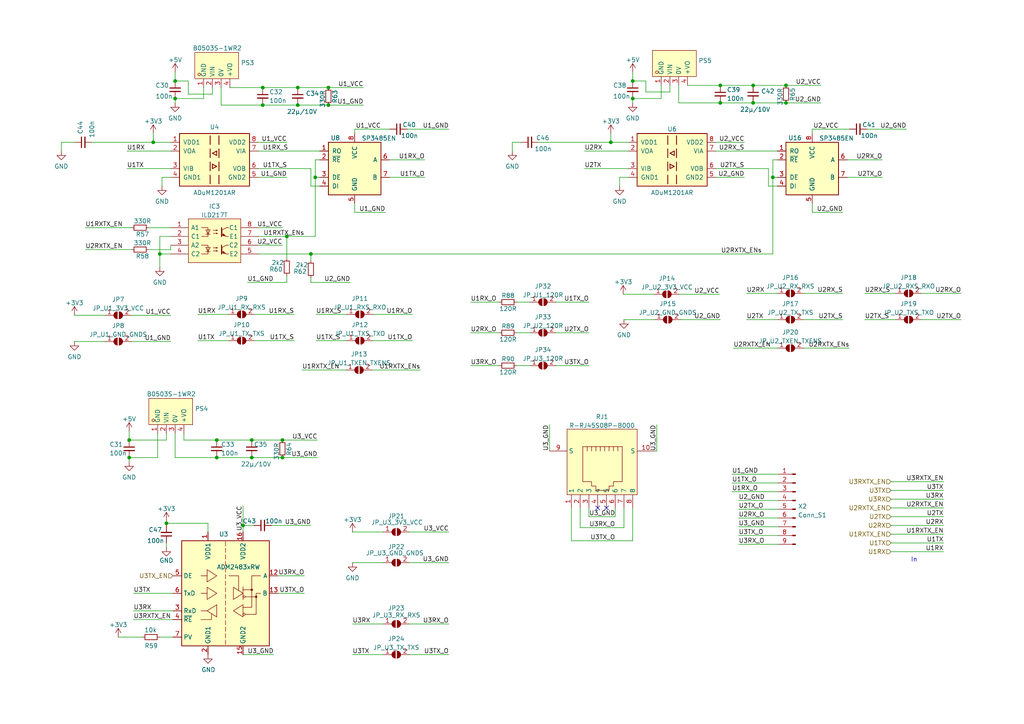
<source format=kicad_sch>
(kicad_sch (version 20211123) (generator eeschema)

  (uuid 0dd0875b-9231-492d-a4e1-45cc5ebc934c)

  (paper "A4")

  (title_block
    (title "BSC")
    (date "2023-06-25")
    (rev "2.4")
  )

  (lib_symbols
    (symbol "Connector:Conn_01x09_Male" (pin_names (offset 1.016) hide) (in_bom yes) (on_board yes)
      (property "Reference" "J" (id 0) (at 0 12.7 0)
        (effects (font (size 1.27 1.27)))
      )
      (property "Value" "Conn_01x09_Male" (id 1) (at 0 -12.7 0)
        (effects (font (size 1.27 1.27)))
      )
      (property "Footprint" "" (id 2) (at 0 0 0)
        (effects (font (size 1.27 1.27)) hide)
      )
      (property "Datasheet" "~" (id 3) (at 0 0 0)
        (effects (font (size 1.27 1.27)) hide)
      )
      (property "ki_keywords" "connector" (id 4) (at 0 0 0)
        (effects (font (size 1.27 1.27)) hide)
      )
      (property "ki_description" "Generic connector, single row, 01x09, script generated (kicad-library-utils/schlib/autogen/connector/)" (id 5) (at 0 0 0)
        (effects (font (size 1.27 1.27)) hide)
      )
      (property "ki_fp_filters" "Connector*:*_1x??_*" (id 6) (at 0 0 0)
        (effects (font (size 1.27 1.27)) hide)
      )
      (symbol "Conn_01x09_Male_1_1"
        (polyline
          (pts
            (xy 1.27 -10.16)
            (xy 0.8636 -10.16)
          )
          (stroke (width 0.1524) (type default) (color 0 0 0 0))
          (fill (type none))
        )
        (polyline
          (pts
            (xy 1.27 -7.62)
            (xy 0.8636 -7.62)
          )
          (stroke (width 0.1524) (type default) (color 0 0 0 0))
          (fill (type none))
        )
        (polyline
          (pts
            (xy 1.27 -5.08)
            (xy 0.8636 -5.08)
          )
          (stroke (width 0.1524) (type default) (color 0 0 0 0))
          (fill (type none))
        )
        (polyline
          (pts
            (xy 1.27 -2.54)
            (xy 0.8636 -2.54)
          )
          (stroke (width 0.1524) (type default) (color 0 0 0 0))
          (fill (type none))
        )
        (polyline
          (pts
            (xy 1.27 0)
            (xy 0.8636 0)
          )
          (stroke (width 0.1524) (type default) (color 0 0 0 0))
          (fill (type none))
        )
        (polyline
          (pts
            (xy 1.27 2.54)
            (xy 0.8636 2.54)
          )
          (stroke (width 0.1524) (type default) (color 0 0 0 0))
          (fill (type none))
        )
        (polyline
          (pts
            (xy 1.27 5.08)
            (xy 0.8636 5.08)
          )
          (stroke (width 0.1524) (type default) (color 0 0 0 0))
          (fill (type none))
        )
        (polyline
          (pts
            (xy 1.27 7.62)
            (xy 0.8636 7.62)
          )
          (stroke (width 0.1524) (type default) (color 0 0 0 0))
          (fill (type none))
        )
        (polyline
          (pts
            (xy 1.27 10.16)
            (xy 0.8636 10.16)
          )
          (stroke (width 0.1524) (type default) (color 0 0 0 0))
          (fill (type none))
        )
        (rectangle (start 0.8636 -10.033) (end 0 -10.287)
          (stroke (width 0.1524) (type default) (color 0 0 0 0))
          (fill (type outline))
        )
        (rectangle (start 0.8636 -7.493) (end 0 -7.747)
          (stroke (width 0.1524) (type default) (color 0 0 0 0))
          (fill (type outline))
        )
        (rectangle (start 0.8636 -4.953) (end 0 -5.207)
          (stroke (width 0.1524) (type default) (color 0 0 0 0))
          (fill (type outline))
        )
        (rectangle (start 0.8636 -2.413) (end 0 -2.667)
          (stroke (width 0.1524) (type default) (color 0 0 0 0))
          (fill (type outline))
        )
        (rectangle (start 0.8636 0.127) (end 0 -0.127)
          (stroke (width 0.1524) (type default) (color 0 0 0 0))
          (fill (type outline))
        )
        (rectangle (start 0.8636 2.667) (end 0 2.413)
          (stroke (width 0.1524) (type default) (color 0 0 0 0))
          (fill (type outline))
        )
        (rectangle (start 0.8636 5.207) (end 0 4.953)
          (stroke (width 0.1524) (type default) (color 0 0 0 0))
          (fill (type outline))
        )
        (rectangle (start 0.8636 7.747) (end 0 7.493)
          (stroke (width 0.1524) (type default) (color 0 0 0 0))
          (fill (type outline))
        )
        (rectangle (start 0.8636 10.287) (end 0 10.033)
          (stroke (width 0.1524) (type default) (color 0 0 0 0))
          (fill (type outline))
        )
        (pin passive line (at 5.08 10.16 180) (length 3.81)
          (name "Pin_1" (effects (font (size 1.27 1.27))))
          (number "1" (effects (font (size 1.27 1.27))))
        )
        (pin passive line (at 5.08 7.62 180) (length 3.81)
          (name "Pin_2" (effects (font (size 1.27 1.27))))
          (number "2" (effects (font (size 1.27 1.27))))
        )
        (pin passive line (at 5.08 5.08 180) (length 3.81)
          (name "Pin_3" (effects (font (size 1.27 1.27))))
          (number "3" (effects (font (size 1.27 1.27))))
        )
        (pin passive line (at 5.08 2.54 180) (length 3.81)
          (name "Pin_4" (effects (font (size 1.27 1.27))))
          (number "4" (effects (font (size 1.27 1.27))))
        )
        (pin passive line (at 5.08 0 180) (length 3.81)
          (name "Pin_5" (effects (font (size 1.27 1.27))))
          (number "5" (effects (font (size 1.27 1.27))))
        )
        (pin passive line (at 5.08 -2.54 180) (length 3.81)
          (name "Pin_6" (effects (font (size 1.27 1.27))))
          (number "6" (effects (font (size 1.27 1.27))))
        )
        (pin passive line (at 5.08 -5.08 180) (length 3.81)
          (name "Pin_7" (effects (font (size 1.27 1.27))))
          (number "7" (effects (font (size 1.27 1.27))))
        )
        (pin passive line (at 5.08 -7.62 180) (length 3.81)
          (name "Pin_8" (effects (font (size 1.27 1.27))))
          (number "8" (effects (font (size 1.27 1.27))))
        )
        (pin passive line (at 5.08 -10.16 180) (length 3.81)
          (name "Pin_9" (effects (font (size 1.27 1.27))))
          (number "9" (effects (font (size 1.27 1.27))))
        )
      )
    )
    (symbol "Device:C_Small" (pin_numbers hide) (pin_names (offset 0.254) hide) (in_bom yes) (on_board yes)
      (property "Reference" "C" (id 0) (at 0.254 1.778 0)
        (effects (font (size 1.27 1.27)) (justify left))
      )
      (property "Value" "C_Small" (id 1) (at 0.254 -2.032 0)
        (effects (font (size 1.27 1.27)) (justify left))
      )
      (property "Footprint" "" (id 2) (at 0 0 0)
        (effects (font (size 1.27 1.27)) hide)
      )
      (property "Datasheet" "~" (id 3) (at 0 0 0)
        (effects (font (size 1.27 1.27)) hide)
      )
      (property "ki_keywords" "capacitor cap" (id 4) (at 0 0 0)
        (effects (font (size 1.27 1.27)) hide)
      )
      (property "ki_description" "Unpolarized capacitor, small symbol" (id 5) (at 0 0 0)
        (effects (font (size 1.27 1.27)) hide)
      )
      (property "ki_fp_filters" "C_*" (id 6) (at 0 0 0)
        (effects (font (size 1.27 1.27)) hide)
      )
      (symbol "C_Small_0_1"
        (polyline
          (pts
            (xy -1.524 -0.508)
            (xy 1.524 -0.508)
          )
          (stroke (width 0.3302) (type default) (color 0 0 0 0))
          (fill (type none))
        )
        (polyline
          (pts
            (xy -1.524 0.508)
            (xy 1.524 0.508)
          )
          (stroke (width 0.3048) (type default) (color 0 0 0 0))
          (fill (type none))
        )
      )
      (symbol "C_Small_1_1"
        (pin passive line (at 0 2.54 270) (length 2.032)
          (name "~" (effects (font (size 1.27 1.27))))
          (number "1" (effects (font (size 1.27 1.27))))
        )
        (pin passive line (at 0 -2.54 90) (length 2.032)
          (name "~" (effects (font (size 1.27 1.27))))
          (number "2" (effects (font (size 1.27 1.27))))
        )
      )
    )
    (symbol "Device:R_Small" (pin_numbers hide) (pin_names (offset 0.254) hide) (in_bom yes) (on_board yes)
      (property "Reference" "R" (id 0) (at 0.762 0.508 0)
        (effects (font (size 1.27 1.27)) (justify left))
      )
      (property "Value" "R_Small" (id 1) (at 0.762 -1.016 0)
        (effects (font (size 1.27 1.27)) (justify left))
      )
      (property "Footprint" "" (id 2) (at 0 0 0)
        (effects (font (size 1.27 1.27)) hide)
      )
      (property "Datasheet" "~" (id 3) (at 0 0 0)
        (effects (font (size 1.27 1.27)) hide)
      )
      (property "ki_keywords" "R resistor" (id 4) (at 0 0 0)
        (effects (font (size 1.27 1.27)) hide)
      )
      (property "ki_description" "Resistor, small symbol" (id 5) (at 0 0 0)
        (effects (font (size 1.27 1.27)) hide)
      )
      (property "ki_fp_filters" "R_*" (id 6) (at 0 0 0)
        (effects (font (size 1.27 1.27)) hide)
      )
      (symbol "R_Small_0_1"
        (rectangle (start -0.762 1.778) (end 0.762 -1.778)
          (stroke (width 0.2032) (type default) (color 0 0 0 0))
          (fill (type none))
        )
      )
      (symbol "R_Small_1_1"
        (pin passive line (at 0 2.54 270) (length 0.762)
          (name "~" (effects (font (size 1.27 1.27))))
          (number "1" (effects (font (size 1.27 1.27))))
        )
        (pin passive line (at 0 -2.54 90) (length 0.762)
          (name "~" (effects (font (size 1.27 1.27))))
          (number "2" (effects (font (size 1.27 1.27))))
        )
      )
    )
    (symbol "ILD217T_1" (pin_names (offset 0.762)) (in_bom yes) (on_board yes)
      (property "Reference" "IC?" (id 0) (at 12.7 6.189 0)
        (effects (font (size 1.27 1.27)))
      )
      (property "Value" "ILD217T" (id 1) (at 12.7 3.6521 0)
        (effects (font (size 1.27 1.27)))
      )
      (property "Footprint" "Package_SO:SOIC-8_5.23x5.23mm_P1.27mm" (id 2) (at 21.59 2.54 0)
        (effects (font (size 1.27 1.27)) (justify left) hide)
      )
      (property "Datasheet" "https://componentsearchengine.com/Datasheets/2/ILD217T.pdf" (id 3) (at 45.72 1.27 0)
        (effects (font (size 1.27 1.27)) (justify left) hide)
      )
      (property "Description" "Optocoupler DC-IN 2-CH Trans DC-OUT" (id 4) (at 21.59 -2.54 0)
        (effects (font (size 1.27 1.27)) (justify left) hide)
      )
      (property "Height" "3.5" (id 5) (at 21.59 -5.08 0)
        (effects (font (size 1.27 1.27)) (justify left) hide)
      )
      (property "Mouser Part Number" "782-ILD217T" (id 6) (at 21.59 -7.62 0)
        (effects (font (size 1.27 1.27)) (justify left) hide)
      )
      (property "Mouser Price/Stock" "https://www.mouser.co.uk/ProductDetail/Vishay-Semiconductors/ILD217T?qs=xCMk%252BIHWTZPKrNiUK6exaQ%3D%3D" (id 7) (at 21.59 -10.16 0)
        (effects (font (size 1.27 1.27)) (justify left) hide)
      )
      (property "Manufacturer_Name" "Vishay" (id 8) (at 21.59 -12.7 0)
        (effects (font (size 1.27 1.27)) (justify left) hide)
      )
      (property "Manufacturer_Part_Number" "ILD217T" (id 9) (at 21.59 -15.24 0)
        (effects (font (size 1.27 1.27)) (justify left) hide)
      )
      (property "ki_description" "Optocoupler DC-IN 2-CH Trans DC-OUT" (id 10) (at 0 0 0)
        (effects (font (size 1.27 1.27)) hide)
      )
      (symbol "ILD217T_1_0_0"
        (pin passive line (at 0 0 0) (length 5.08)
          (name "A1" (effects (font (size 1.27 1.27))))
          (number "1" (effects (font (size 1.27 1.27))))
        )
        (pin passive line (at 0 -2.54 0) (length 5.08)
          (name "C1" (effects (font (size 1.27 1.27))))
          (number "2" (effects (font (size 1.27 1.27))))
        )
        (pin passive line (at 0 -5.08 0) (length 5.08)
          (name "A2" (effects (font (size 1.27 1.27))))
          (number "3" (effects (font (size 1.27 1.27))))
        )
        (pin passive line (at 0 -7.62 0) (length 5.08)
          (name "C2" (effects (font (size 1.27 1.27))))
          (number "4" (effects (font (size 1.27 1.27))))
        )
        (pin passive line (at 25.4 -7.62 180) (length 5.08)
          (name "E2" (effects (font (size 1.27 1.27))))
          (number "5" (effects (font (size 1.27 1.27))))
        )
        (pin passive line (at 25.4 -5.08 180) (length 5.08)
          (name "C2" (effects (font (size 1.27 1.27))))
          (number "6" (effects (font (size 1.27 1.27))))
        )
        (pin passive line (at 25.4 -2.54 180) (length 5.08)
          (name "E1" (effects (font (size 1.27 1.27))))
          (number "7" (effects (font (size 1.27 1.27))))
        )
        (pin passive line (at 25.4 0 180) (length 5.08)
          (name "C1" (effects (font (size 1.27 1.27))))
          (number "8" (effects (font (size 1.27 1.27))))
        )
      )
      (symbol "ILD217T_1_0_1"
        (polyline
          (pts
            (xy 10.16 -6.985)
            (xy 11.43 -6.985)
          )
          (stroke (width 0) (type default) (color 0 0 0 0))
          (fill (type none))
        )
        (polyline
          (pts
            (xy 10.16 -1.905)
            (xy 11.43 -1.905)
          )
          (stroke (width 0) (type default) (color 0 0 0 0))
          (fill (type none))
        )
        (polyline
          (pts
            (xy 14.732 -5.08)
            (xy 14.732 -6.985)
            (xy 14.732 -7.62)
          )
          (stroke (width 0.3) (type default) (color 0 0 0 0))
          (fill (type none))
        )
        (polyline
          (pts
            (xy 14.732 0)
            (xy 14.732 -1.905)
            (xy 14.732 -2.54)
          )
          (stroke (width 0.3) (type default) (color 0 0 0 0))
          (fill (type none))
        )
        (polyline
          (pts
            (xy 8.89 -5.08)
            (xy 10.795 -5.08)
            (xy 10.795 -7.62)
            (xy 8.89 -7.62)
          )
          (stroke (width 0) (type default) (color 0 0 0 0))
          (fill (type none))
        )
        (polyline
          (pts
            (xy 8.89 0)
            (xy 10.795 0)
            (xy 10.795 -2.54)
            (xy 8.89 -2.54)
          )
          (stroke (width 0) (type default) (color 0 0 0 0))
          (fill (type none))
        )
        (polyline
          (pts
            (xy 10.795 -6.985)
            (xy 10.16 -5.715)
            (xy 11.43 -5.715)
            (xy 10.795 -6.985)
          )
          (stroke (width 0) (type default) (color 0 0 0 0))
          (fill (type none))
        )
        (polyline
          (pts
            (xy 10.795 -1.905)
            (xy 10.16 -0.635)
            (xy 11.43 -0.635)
            (xy 10.795 -1.905)
          )
          (stroke (width 0) (type default) (color 0 0 0 0))
          (fill (type none))
        )
        (polyline
          (pts
            (xy 5.08 2.54)
            (xy 20.32 2.54)
            (xy 20.32 -10.16)
            (xy 5.08 -10.16)
            (xy 5.08 2.54)
          )
          (stroke (width 0.1524) (type default) (color 0 0 0 0))
          (fill (type background))
        )
        (polyline
          (pts
            (xy 12.319 -6.731)
            (xy 13.589 -6.731)
            (xy 13.208 -6.858)
            (xy 13.208 -6.604)
            (xy 13.589 -6.731)
          )
          (stroke (width 0) (type default) (color 0 0 0 0))
          (fill (type none))
        )
        (polyline
          (pts
            (xy 12.319 -5.842)
            (xy 13.589 -5.842)
            (xy 13.208 -5.969)
            (xy 13.208 -5.715)
            (xy 13.589 -5.842)
          )
          (stroke (width 0) (type default) (color 0 0 0 0))
          (fill (type none))
        )
        (polyline
          (pts
            (xy 12.319 -1.651)
            (xy 13.589 -1.651)
            (xy 13.208 -1.778)
            (xy 13.208 -1.524)
            (xy 13.589 -1.651)
          )
          (stroke (width 0) (type default) (color 0 0 0 0))
          (fill (type none))
        )
        (polyline
          (pts
            (xy 12.319 -0.762)
            (xy 13.589 -0.762)
            (xy 13.208 -0.889)
            (xy 13.208 -0.635)
            (xy 13.589 -0.762)
          )
          (stroke (width 0) (type default) (color 0 0 0 0))
          (fill (type none))
        )
        (polyline
          (pts
            (xy 14.986 -7.366)
            (xy 15.24 -6.858)
            (xy 15.875 -7.493)
            (xy 14.986 -7.366)
            (xy 15.24 -6.858)
          )
          (stroke (width 0) (type default) (color 0 0 0 0))
          (fill (type outline))
        )
        (polyline
          (pts
            (xy 14.986 -2.286)
            (xy 15.24 -1.778)
            (xy 15.875 -2.413)
            (xy 14.986 -2.286)
            (xy 15.24 -1.778)
          )
          (stroke (width 0) (type default) (color 0 0 0 0))
          (fill (type outline))
        )
        (polyline
          (pts
            (xy 16.764 -5.08)
            (xy 16.129 -5.08)
            (xy 14.859 -5.715)
            (xy 14.859 -6.985)
            (xy 16.129 -7.62)
            (xy 16.764 -7.62)
          )
          (stroke (width 0) (type default) (color 0 0 0 0))
          (fill (type none))
        )
        (polyline
          (pts
            (xy 16.764 0)
            (xy 16.129 0)
            (xy 14.859 -0.635)
            (xy 14.859 -1.905)
            (xy 16.129 -2.54)
            (xy 16.764 -2.54)
          )
          (stroke (width 0) (type default) (color 0 0 0 0))
          (fill (type none))
        )
      )
    )
    (symbol "Interface_UART:ADM2483xRW" (in_bom yes) (on_board yes)
      (property "Reference" "U" (id 0) (at -12.7 16.51 0)
        (effects (font (size 1.27 1.27)))
      )
      (property "Value" "ADM2483xRW" (id 1) (at 6.35 16.51 0)
        (effects (font (size 1.27 1.27)) (justify left))
      )
      (property "Footprint" "Package_SO:SOIC-16W_7.5x10.3mm_P1.27mm" (id 2) (at 0 -17.78 0)
        (effects (font (size 1.27 1.27)) hide)
      )
      (property "Datasheet" "https://www.analog.com/media/en/technical-documentation/data-sheets/adm2483.pdf" (id 3) (at -19.05 1.27 0)
        (effects (font (size 1.27 1.27)) hide)
      )
      (property "ki_keywords" "rs-485 rs-422 eia485 eia-485 eia422 eia-422 serial differential" (id 4) (at 0 0 0)
        (effects (font (size 1.27 1.27)) hide)
      )
      (property "ki_description" "Isolated RS485/RS422 Transceiver, Half-Duplex, 500kbps, SOIC-16W" (id 5) (at 0 0 0)
        (effects (font (size 1.27 1.27)) hide)
      )
      (property "ki_fp_filters" "SOIC*7.5x10.3mm*P1.27mm*" (id 6) (at 0 0 0)
        (effects (font (size 1.27 1.27)) hide)
      )
      (symbol "ADM2483xRW_0_0"
        (polyline
          (pts
            (xy 0 -13.589)
            (xy 0 -14.859)
          )
          (stroke (width 0) (type default) (color 0 0 0 0))
          (fill (type none))
        )
        (polyline
          (pts
            (xy 0 -11.684)
            (xy 0 -12.954)
          )
          (stroke (width 0) (type default) (color 0 0 0 0))
          (fill (type none))
        )
        (polyline
          (pts
            (xy 0 -9.779)
            (xy 0 -11.049)
          )
          (stroke (width 0) (type default) (color 0 0 0 0))
          (fill (type none))
        )
        (polyline
          (pts
            (xy 0 -7.874)
            (xy 0 -9.144)
          )
          (stroke (width 0) (type default) (color 0 0 0 0))
          (fill (type none))
        )
        (polyline
          (pts
            (xy 0 -5.969)
            (xy 0 -7.239)
          )
          (stroke (width 0) (type default) (color 0 0 0 0))
          (fill (type none))
        )
        (polyline
          (pts
            (xy 0 -4.064)
            (xy 0 -5.334)
          )
          (stroke (width 0) (type default) (color 0 0 0 0))
          (fill (type none))
        )
        (polyline
          (pts
            (xy 0 -2.159)
            (xy 0 -3.429)
          )
          (stroke (width 0) (type default) (color 0 0 0 0))
          (fill (type none))
        )
        (polyline
          (pts
            (xy 0 -0.254)
            (xy 0 -1.524)
          )
          (stroke (width 0) (type default) (color 0 0 0 0))
          (fill (type none))
        )
        (polyline
          (pts
            (xy 0 1.651)
            (xy 0 0.381)
          )
          (stroke (width 0) (type default) (color 0 0 0 0))
          (fill (type none))
        )
        (polyline
          (pts
            (xy 0 3.556)
            (xy 0 2.286)
          )
          (stroke (width 0) (type default) (color 0 0 0 0))
          (fill (type none))
        )
        (polyline
          (pts
            (xy 0 5.461)
            (xy 0 4.191)
          )
          (stroke (width 0) (type default) (color 0 0 0 0))
          (fill (type none))
        )
        (polyline
          (pts
            (xy 0 7.366)
            (xy 0 6.096)
          )
          (stroke (width 0) (type default) (color 0 0 0 0))
          (fill (type none))
        )
        (polyline
          (pts
            (xy 0 9.271)
            (xy 0 8.001)
          )
          (stroke (width 0) (type default) (color 0 0 0 0))
          (fill (type none))
        )
        (polyline
          (pts
            (xy 0 11.176)
            (xy 0 9.906)
          )
          (stroke (width 0) (type default) (color 0 0 0 0))
          (fill (type none))
        )
        (polyline
          (pts
            (xy 0 13.081)
            (xy 0 11.811)
          )
          (stroke (width 0) (type default) (color 0 0 0 0))
          (fill (type none))
        )
        (polyline
          (pts
            (xy 0 14.986)
            (xy 0 13.716)
          )
          (stroke (width 0) (type default) (color 0 0 0 0))
          (fill (type none))
        )
      )
      (symbol "ADM2483xRW_0_1"
        (rectangle (start -12.7 15.24) (end 12.7 -15.24)
          (stroke (width 0.254) (type default) (color 0 0 0 0))
          (fill (type background))
        )
        (polyline
          (pts
            (xy -5.334 -5.08)
            (xy -7.112 -5.08)
          )
          (stroke (width 0) (type default) (color 0 0 0 0))
          (fill (type none))
        )
        (polyline
          (pts
            (xy -5.334 0)
            (xy -7.112 0)
          )
          (stroke (width 0) (type default) (color 0 0 0 0))
          (fill (type none))
        )
        (polyline
          (pts
            (xy -5.334 5.08)
            (xy -7.112 5.08)
          )
          (stroke (width 0) (type default) (color 0 0 0 0))
          (fill (type none))
        )
        (polyline
          (pts
            (xy 5.08 1.016)
            (xy 7.62 1.016)
          )
          (stroke (width 0) (type default) (color 0 0 0 0))
          (fill (type none))
        )
        (polyline
          (pts
            (xy 5.08 1.905)
            (xy 5.08 -1.905)
          )
          (stroke (width 0) (type default) (color 0 0 0 0))
          (fill (type none))
        )
        (polyline
          (pts
            (xy 5.715 -1.016)
            (xy 8.89 -1.016)
          )
          (stroke (width 0) (type default) (color 0 0 0 0))
          (fill (type none))
        )
        (polyline
          (pts
            (xy -7.112 -7.62)
            (xy -4.064 -7.62)
            (xy -4.064 -5.969)
          )
          (stroke (width 0) (type default) (color 0 0 0 0))
          (fill (type none))
        )
        (polyline
          (pts
            (xy 1.016 5.08)
            (xy 3.81 5.08)
            (xy 3.81 0.889)
          )
          (stroke (width 0) (type default) (color 0 0 0 0))
          (fill (type none))
        )
        (polyline
          (pts
            (xy -5.334 -5.08)
            (xy -2.54 -3.302)
            (xy -2.54 -6.858)
            (xy -5.334 -5.08)
          )
          (stroke (width 0) (type default) (color 0 0 0 0))
          (fill (type none))
        )
        (polyline
          (pts
            (xy -2.54 0)
            (xy -5.334 1.778)
            (xy -5.334 -1.778)
            (xy -2.54 0)
          )
          (stroke (width 0) (type default) (color 0 0 0 0))
          (fill (type none))
        )
        (polyline
          (pts
            (xy -2.54 5.08)
            (xy -5.334 6.858)
            (xy -5.334 3.302)
            (xy -2.54 5.08)
          )
          (stroke (width 0) (type default) (color 0 0 0 0))
          (fill (type none))
        )
        (polyline
          (pts
            (xy 2.286 -5.08)
            (xy 5.08 -3.302)
            (xy 5.08 -6.858)
            (xy 2.286 -5.08)
          )
          (stroke (width 0) (type default) (color 0 0 0 0))
          (fill (type none))
        )
        (polyline
          (pts
            (xy 5.08 -4.064)
            (xy 7.62 -4.064)
            (xy 7.62 5.08)
            (xy 10.16 5.08)
          )
          (stroke (width 0) (type default) (color 0 0 0 0))
          (fill (type none))
        )
        (polyline
          (pts
            (xy 5.08 0)
            (xy 2.286 1.778)
            (xy 2.286 -1.778)
            (xy 5.08 0)
          )
          (stroke (width 0) (type default) (color 0 0 0 0))
          (fill (type none))
        )
        (polyline
          (pts
            (xy 5.715 -6.096)
            (xy 8.89 -6.096)
            (xy 8.89 0)
            (xy 10.16 0)
          )
          (stroke (width 0) (type default) (color 0 0 0 0))
          (fill (type none))
        )
        (circle (center 5.3848 -6.0706) (radius 0.3048)
          (stroke (width 0) (type default) (color 0 0 0 0))
          (fill (type none))
        )
        (circle (center 5.3848 -0.9906) (radius 0.3048)
          (stroke (width 0) (type default) (color 0 0 0 0))
          (fill (type none))
        )
        (circle (center 7.62 1.016) (radius 0.254)
          (stroke (width 0) (type default) (color 0 0 0 0))
          (fill (type outline))
        )
        (circle (center 8.89 -1.016) (radius 0.254)
          (stroke (width 0) (type default) (color 0 0 0 0))
          (fill (type outline))
        )
      )
      (symbol "ADM2483xRW_1_1"
        (pin power_in line (at -5.08 17.78 270) (length 2.54)
          (name "VDD1" (effects (font (size 1.27 1.27))))
          (number "1" (effects (font (size 1.27 1.27))))
        )
        (pin no_connect line (at 7.62 -15.24 90) (length 2.54) hide
          (name "NC" (effects (font (size 1.27 1.27))))
          (number "10" (effects (font (size 1.27 1.27))))
        )
        (pin no_connect line (at 12.7 -7.62 180) (length 2.54) hide
          (name "NC" (effects (font (size 1.27 1.27))))
          (number "11" (effects (font (size 1.27 1.27))))
        )
        (pin bidirectional line (at 15.24 5.08 180) (length 2.54)
          (name "A" (effects (font (size 1.27 1.27))))
          (number "12" (effects (font (size 1.27 1.27))))
        )
        (pin bidirectional line (at 15.24 0 180) (length 2.54)
          (name "B" (effects (font (size 1.27 1.27))))
          (number "13" (effects (font (size 1.27 1.27))))
        )
        (pin no_connect line (at 12.7 7.62 180) (length 2.54) hide
          (name "NC" (effects (font (size 1.27 1.27))))
          (number "14" (effects (font (size 1.27 1.27))))
        )
        (pin power_in line (at 5.08 -17.78 90) (length 2.54)
          (name "GND2" (effects (font (size 1.27 1.27))))
          (number "15" (effects (font (size 1.27 1.27))))
        )
        (pin power_in line (at 5.08 17.78 270) (length 2.54)
          (name "VDD2" (effects (font (size 1.27 1.27))))
          (number "16" (effects (font (size 1.27 1.27))))
        )
        (pin power_in line (at -5.08 -17.78 90) (length 2.54)
          (name "GND1" (effects (font (size 1.27 1.27))))
          (number "2" (effects (font (size 1.27 1.27))))
        )
        (pin output line (at -15.24 -5.08 0) (length 2.54)
          (name "RxD" (effects (font (size 1.27 1.27))))
          (number "3" (effects (font (size 1.27 1.27))))
        )
        (pin input line (at -15.24 -7.62 0) (length 2.54)
          (name "~{RE}" (effects (font (size 1.27 1.27))))
          (number "4" (effects (font (size 1.27 1.27))))
        )
        (pin input line (at -15.24 5.08 0) (length 2.54)
          (name "DE" (effects (font (size 1.27 1.27))))
          (number "5" (effects (font (size 1.27 1.27))))
        )
        (pin input line (at -15.24 0 0) (length 2.54)
          (name "TxD" (effects (font (size 1.27 1.27))))
          (number "6" (effects (font (size 1.27 1.27))))
        )
        (pin input line (at -15.24 -12.7 0) (length 2.54)
          (name "PV" (effects (font (size 1.27 1.27))))
          (number "7" (effects (font (size 1.27 1.27))))
        )
        (pin passive line (at -5.08 -17.78 90) (length 2.54) hide
          (name "GND1" (effects (font (size 1.27 1.27))))
          (number "8" (effects (font (size 1.27 1.27))))
        )
        (pin passive line (at 5.08 -17.78 90) (length 2.54) hide
          (name "GND2" (effects (font (size 1.27 1.27))))
          (number "9" (effects (font (size 1.27 1.27))))
        )
      )
    )
    (symbol "Interface_UART:SP3485EN" (pin_names (offset 1.016)) (in_bom yes) (on_board yes)
      (property "Reference" "U" (id 0) (at -7.62 8.89 0)
        (effects (font (size 1.27 1.27)) (justify left))
      )
      (property "Value" "SP3485EN" (id 1) (at 2.54 8.89 0)
        (effects (font (size 1.27 1.27)) (justify left))
      )
      (property "Footprint" "Package_SO:SOIC-8_3.9x4.9mm_P1.27mm" (id 2) (at 26.67 -8.89 0)
        (effects (font (size 1.27 1.27) italic) hide)
      )
      (property "Datasheet" "http://www.icbase.com/pdf/SPX/SPX00480106.pdf" (id 3) (at 0 0 0)
        (effects (font (size 1.27 1.27)) hide)
      )
      (property "ki_keywords" "Low Power Half-Duplex RS-485 Transceiver 10Mbps" (id 4) (at 0 0 0)
        (effects (font (size 1.27 1.27)) hide)
      )
      (property "ki_description" "Industrial 3.3V Low Power Half-Duplex RS-485 Transceiver 10Mbps, SOIC-8" (id 5) (at 0 0 0)
        (effects (font (size 1.27 1.27)) hide)
      )
      (property "ki_fp_filters" "SOIC*3.9x4.9mm*P1.27mm*" (id 6) (at 0 0 0)
        (effects (font (size 1.27 1.27)) hide)
      )
      (symbol "SP3485EN_0_1"
        (rectangle (start -7.62 7.62) (end 7.62 -7.62)
          (stroke (width 0.254) (type default) (color 0 0 0 0))
          (fill (type background))
        )
      )
      (symbol "SP3485EN_1_1"
        (pin output line (at -10.16 5.08 0) (length 2.54)
          (name "RO" (effects (font (size 1.27 1.27))))
          (number "1" (effects (font (size 1.27 1.27))))
        )
        (pin input line (at -10.16 2.54 0) (length 2.54)
          (name "~{RE}" (effects (font (size 1.27 1.27))))
          (number "2" (effects (font (size 1.27 1.27))))
        )
        (pin input line (at -10.16 -2.54 0) (length 2.54)
          (name "DE" (effects (font (size 1.27 1.27))))
          (number "3" (effects (font (size 1.27 1.27))))
        )
        (pin input line (at -10.16 -5.08 0) (length 2.54)
          (name "DI" (effects (font (size 1.27 1.27))))
          (number "4" (effects (font (size 1.27 1.27))))
        )
        (pin power_in line (at 0 -10.16 90) (length 2.54)
          (name "GND" (effects (font (size 1.27 1.27))))
          (number "5" (effects (font (size 1.27 1.27))))
        )
        (pin bidirectional line (at 10.16 2.54 180) (length 2.54)
          (name "A" (effects (font (size 1.27 1.27))))
          (number "6" (effects (font (size 1.27 1.27))))
        )
        (pin bidirectional line (at 10.16 -2.54 180) (length 2.54)
          (name "B" (effects (font (size 1.27 1.27))))
          (number "7" (effects (font (size 1.27 1.27))))
        )
        (pin power_in line (at 0 10.16 270) (length 2.54)
          (name "VCC" (effects (font (size 1.27 1.27))))
          (number "8" (effects (font (size 1.27 1.27))))
        )
      )
    )
    (symbol "Isolator:ADuM1201AR" (pin_names (offset 1.016)) (in_bom yes) (on_board yes)
      (property "Reference" "U" (id 0) (at -10.16 8.89 0)
        (effects (font (size 1.27 1.27)) (justify left))
      )
      (property "Value" "ADuM1201AR" (id 1) (at -2.032 8.89 0)
        (effects (font (size 1.27 1.27)) (justify left))
      )
      (property "Footprint" "Package_SO:SOIC-8_3.9x4.9mm_P1.27mm" (id 2) (at 0 -10.16 0)
        (effects (font (size 1.27 1.27) italic) hide)
      )
      (property "Datasheet" "https://www.analog.com/media/en/technical-documentation/data-sheets/ADuM1200_1201.pdf" (id 3) (at 0 -2.54 0)
        (effects (font (size 1.27 1.27)) hide)
      )
      (property "ki_keywords" "Dual-channel digital isolator" (id 4) (at 0 0 0)
        (effects (font (size 1.27 1.27)) hide)
      )
      (property "ki_description" "Dual-channel digital isolator, bidirectional communication, 3V/5V level translation, SOIC-8" (id 5) (at 0 0 0)
        (effects (font (size 1.27 1.27)) hide)
      )
      (property "ki_fp_filters" "SOIC*3.9x4.9mm*P1.27mm*" (id 6) (at 0 0 0)
        (effects (font (size 1.27 1.27)) hide)
      )
      (symbol "ADuM1201AR_0_1"
        (rectangle (start -10.16 7.62) (end 10.16 -7.62)
          (stroke (width 0.254) (type default) (color 0 0 0 0))
          (fill (type background))
        )
        (polyline
          (pts
            (xy -1.27 -4.445)
            (xy -1.27 -6.985)
          )
          (stroke (width 0.254) (type default) (color 0 0 0 0))
          (fill (type none))
        )
        (polyline
          (pts
            (xy -1.27 -0.635)
            (xy -1.27 -3.175)
          )
          (stroke (width 0.254) (type default) (color 0 0 0 0))
          (fill (type none))
        )
        (polyline
          (pts
            (xy -1.27 3.175)
            (xy -1.27 0.635)
          )
          (stroke (width 0.254) (type default) (color 0 0 0 0))
          (fill (type none))
        )
        (polyline
          (pts
            (xy -1.27 6.985)
            (xy -1.27 4.445)
          )
          (stroke (width 0.254) (type default) (color 0 0 0 0))
          (fill (type none))
        )
        (polyline
          (pts
            (xy 1.27 -4.445)
            (xy 1.27 -6.985)
          )
          (stroke (width 0.254) (type default) (color 0 0 0 0))
          (fill (type none))
        )
        (polyline
          (pts
            (xy 1.27 -0.635)
            (xy 1.27 -3.175)
          )
          (stroke (width 0.254) (type default) (color 0 0 0 0))
          (fill (type none))
        )
        (polyline
          (pts
            (xy 1.27 3.175)
            (xy 1.27 0.635)
          )
          (stroke (width 0.254) (type default) (color 0 0 0 0))
          (fill (type none))
        )
        (polyline
          (pts
            (xy 1.27 6.985)
            (xy 1.27 4.445)
          )
          (stroke (width 0.254) (type default) (color 0 0 0 0))
          (fill (type none))
        )
        (polyline
          (pts
            (xy -0.635 -1.27)
            (xy -0.635 -2.54)
            (xy 0.635 -1.905)
            (xy -0.635 -1.27)
          )
          (stroke (width 0.254) (type default) (color 0 0 0 0))
          (fill (type none))
        )
        (polyline
          (pts
            (xy 0.635 2.54)
            (xy 0.635 1.27)
            (xy -0.635 1.905)
            (xy 0.635 2.54)
          )
          (stroke (width 0.254) (type default) (color 0 0 0 0))
          (fill (type none))
        )
      )
      (symbol "ADuM1201AR_1_1"
        (pin power_in line (at -12.7 5.08 0) (length 2.54)
          (name "VDD1" (effects (font (size 1.27 1.27))))
          (number "1" (effects (font (size 1.27 1.27))))
        )
        (pin output line (at -12.7 2.54 0) (length 2.54)
          (name "VOA" (effects (font (size 1.27 1.27))))
          (number "2" (effects (font (size 1.27 1.27))))
        )
        (pin input line (at -12.7 -2.54 0) (length 2.54)
          (name "VIB" (effects (font (size 1.27 1.27))))
          (number "3" (effects (font (size 1.27 1.27))))
        )
        (pin power_in line (at -12.7 -5.08 0) (length 2.54)
          (name "GND1" (effects (font (size 1.27 1.27))))
          (number "4" (effects (font (size 1.27 1.27))))
        )
        (pin power_in line (at 12.7 -5.08 180) (length 2.54)
          (name "GND2" (effects (font (size 1.27 1.27))))
          (number "5" (effects (font (size 1.27 1.27))))
        )
        (pin output line (at 12.7 -2.54 180) (length 2.54)
          (name "VOB" (effects (font (size 1.27 1.27))))
          (number "6" (effects (font (size 1.27 1.27))))
        )
        (pin input line (at 12.7 2.54 180) (length 2.54)
          (name "VIA" (effects (font (size 1.27 1.27))))
          (number "7" (effects (font (size 1.27 1.27))))
        )
        (pin power_in line (at 12.7 5.08 180) (length 2.54)
          (name "VDD2" (effects (font (size 1.27 1.27))))
          (number "8" (effects (font (size 1.27 1.27))))
        )
      )
    )
    (symbol "Jumper:SolderJumper_2_Open" (pin_names (offset 0) hide) (in_bom yes) (on_board yes)
      (property "Reference" "JP" (id 0) (at 0 2.032 0)
        (effects (font (size 1.27 1.27)))
      )
      (property "Value" "SolderJumper_2_Open" (id 1) (at 0 -2.54 0)
        (effects (font (size 1.27 1.27)))
      )
      (property "Footprint" "" (id 2) (at 0 0 0)
        (effects (font (size 1.27 1.27)) hide)
      )
      (property "Datasheet" "~" (id 3) (at 0 0 0)
        (effects (font (size 1.27 1.27)) hide)
      )
      (property "ki_keywords" "solder jumper SPST" (id 4) (at 0 0 0)
        (effects (font (size 1.27 1.27)) hide)
      )
      (property "ki_description" "Solder Jumper, 2-pole, open" (id 5) (at 0 0 0)
        (effects (font (size 1.27 1.27)) hide)
      )
      (property "ki_fp_filters" "SolderJumper*Open*" (id 6) (at 0 0 0)
        (effects (font (size 1.27 1.27)) hide)
      )
      (symbol "SolderJumper_2_Open_0_1"
        (arc (start -0.254 1.016) (mid -1.27 0) (end -0.254 -1.016)
          (stroke (width 0) (type default) (color 0 0 0 0))
          (fill (type none))
        )
        (arc (start -0.254 1.016) (mid -1.27 0) (end -0.254 -1.016)
          (stroke (width 0) (type default) (color 0 0 0 0))
          (fill (type outline))
        )
        (polyline
          (pts
            (xy -0.254 1.016)
            (xy -0.254 -1.016)
          )
          (stroke (width 0) (type default) (color 0 0 0 0))
          (fill (type none))
        )
        (polyline
          (pts
            (xy 0.254 1.016)
            (xy 0.254 -1.016)
          )
          (stroke (width 0) (type default) (color 0 0 0 0))
          (fill (type none))
        )
        (arc (start 0.254 -1.016) (mid 1.27 0) (end 0.254 1.016)
          (stroke (width 0) (type default) (color 0 0 0 0))
          (fill (type none))
        )
        (arc (start 0.254 -1.016) (mid 1.27 0) (end 0.254 1.016)
          (stroke (width 0) (type default) (color 0 0 0 0))
          (fill (type outline))
        )
      )
      (symbol "SolderJumper_2_Open_1_1"
        (pin passive line (at -3.81 0 0) (length 2.54)
          (name "A" (effects (font (size 1.27 1.27))))
          (number "1" (effects (font (size 1.27 1.27))))
        )
        (pin passive line (at 3.81 0 180) (length 2.54)
          (name "B" (effects (font (size 1.27 1.27))))
          (number "2" (effects (font (size 1.27 1.27))))
        )
      )
    )
    (symbol "lcsc:B0503S-1WR2_C5127059" (in_bom yes) (on_board yes)
      (property "Reference" "U" (id 0) (at 0 8.89 0)
        (effects (font (size 1.27 1.27)))
      )
      (property "Value" "B0503S-1WR2_C5127059" (id 1) (at 0 -8.89 0)
        (effects (font (size 1.27 1.27)))
      )
      (property "Footprint" "lcsc:PWRM-TH_DEXU_BXXXXS-1WR2" (id 2) (at 0 -11.43 0)
        (effects (font (size 1.27 1.27)) hide)
      )
      (property "Datasheet" "" (id 3) (at 0 0 0)
        (effects (font (size 1.27 1.27)) hide)
      )
      (property "Manufacturer" "DEXU(德旭电子)" (id 4) (at 0 -13.97 0)
        (effects (font (size 1.27 1.27)) hide)
      )
      (property "LCSC Part" "C5127059" (id 5) (at 0 -16.51 0)
        (effects (font (size 1.27 1.27)) hide)
      )
      (symbol "B0503S-1WR2_C5127059_0_1"
        (rectangle (start -3.81 6.35) (end 3.81 -6.35)
          (stroke (width 0) (type default) (color 0 0 0 0))
          (fill (type background))
        )
        (circle (center -2.54 5.08) (radius 0.38)
          (stroke (width 0) (type default) (color 0 0 0 0))
          (fill (type none))
        )
        (pin unspecified line (at -6.35 3.81 0) (length 2.54)
          (name "GND" (effects (font (size 1.27 1.27))))
          (number "1" (effects (font (size 1.27 1.27))))
        )
        (pin unspecified line (at -6.35 1.27 0) (length 2.54)
          (name "VIN" (effects (font (size 1.27 1.27))))
          (number "2" (effects (font (size 1.27 1.27))))
        )
        (pin unspecified line (at -6.35 -1.27 0) (length 2.54)
          (name "0V" (effects (font (size 1.27 1.27))))
          (number "3" (effects (font (size 1.27 1.27))))
        )
        (pin unspecified line (at -6.35 -3.81 0) (length 2.54)
          (name "+VO" (effects (font (size 1.27 1.27))))
          (number "4" (effects (font (size 1.27 1.27))))
        )
      )
    )
    (symbol "lcsc:R-RJ45S08P-B000" (in_bom yes) (on_board yes)
      (property "Reference" "RJ" (id 0) (at 0 8.89 0)
        (effects (font (size 1.27 1.27)))
      )
      (property "Value" "R-RJ45S08P-B000" (id 1) (at 0 -17.78 0)
        (effects (font (size 1.27 1.27)))
      )
      (property "Footprint" "lcsc:RJ45-TH_R-RJ45S08P-B000" (id 2) (at 0 -20.32 0)
        (effects (font (size 1.27 1.27)) hide)
      )
      (property "Datasheet" "https://lcsc.com/product-detail/Ethernet-Connectors-Modular-Connectors-RJ45-RJ11_Shenzhen-Cankemeng-R-RJ45S08P-B000_C386763.html" (id 3) (at 0 -22.86 0)
        (effects (font (size 1.27 1.27)) hide)
      )
      (property "Manufacturer" "Ckmtw(灿科盟)" (id 4) (at 0 -25.4 0)
        (effects (font (size 1.27 1.27)) hide)
      )
      (property "LCSC Part" "C386763" (id 5) (at 0 -27.94 0)
        (effects (font (size 1.27 1.27)) hide)
      )
      (property "JLC Part" "Extended Part" (id 6) (at 0 -30.48 0)
        (effects (font (size 1.27 1.27)) hide)
      )
      (symbol "R-RJ45S08P-B000_0_1"
        (rectangle (start -8.89 10.16) (end 11.43 -8.89)
          (stroke (width 0) (type default) (color 0 0 0 0))
          (fill (type background))
        )
        (polyline
          (pts
            (xy -3.05 3.81)
            (xy -3.05 5.08)
            (xy -3.05 5.08)
          )
          (stroke (width 0) (type default) (color 0 0 0 0))
          (fill (type none))
        )
        (polyline
          (pts
            (xy -1.78 5.08)
            (xy -1.78 3.81)
            (xy -1.78 3.81)
          )
          (stroke (width 0) (type default) (color 0 0 0 0))
          (fill (type none))
        )
        (polyline
          (pts
            (xy -0.51 5.08)
            (xy -0.51 3.81)
            (xy -0.51 3.81)
          )
          (stroke (width 0) (type default) (color 0 0 0 0))
          (fill (type none))
        )
        (polyline
          (pts
            (xy 0.76 5.08)
            (xy 0.76 3.81)
            (xy 0.76 3.81)
          )
          (stroke (width 0) (type default) (color 0 0 0 0))
          (fill (type none))
        )
        (polyline
          (pts
            (xy 2.03 5.08)
            (xy 2.03 3.81)
            (xy 2.03 3.81)
          )
          (stroke (width 0) (type default) (color 0 0 0 0))
          (fill (type none))
        )
        (polyline
          (pts
            (xy 3.3 5.08)
            (xy 3.3 3.81)
            (xy 3.3 3.81)
          )
          (stroke (width 0) (type default) (color 0 0 0 0))
          (fill (type none))
        )
        (polyline
          (pts
            (xy 4.57 3.81)
            (xy 4.57 5.08)
            (xy 4.57 5.08)
          )
          (stroke (width 0) (type default) (color 0 0 0 0))
          (fill (type none))
        )
        (polyline
          (pts
            (xy 5.84 3.81)
            (xy 5.84 5.08)
            (xy 5.84 5.08)
          )
          (stroke (width 0) (type default) (color 0 0 0 0))
          (fill (type none))
        )
        (polyline
          (pts
            (xy -4.32 5.08)
            (xy 7.11 5.08)
            (xy 7.11 -5.08)
            (xy 4.57 -5.08)
            (xy 4.57 -6.35)
            (xy 3.3 -6.35)
            (xy 3.3 -7.62)
            (xy -0.51 -7.62)
            (xy -0.51 -6.35)
            (xy -1.78 -6.35)
            (xy -1.78 -5.08)
            (xy -4.32 -5.08)
            (xy -4.32 5.08)
            (xy -4.32 5.08)
          )
          (stroke (width 0) (type default) (color 0 0 0 0))
          (fill (type background))
        )
        (pin unspecified line (at -7.62 -12.7 90) (length 3.81)
          (name "1" (effects (font (size 1.27 1.27))))
          (number "1" (effects (font (size 1.27 1.27))))
        )
        (pin unspecified line (at 16.51 3.81 180) (length 5.08)
          (name "S" (effects (font (size 1.27 1.27))))
          (number "10" (effects (font (size 1.27 1.27))))
        )
        (pin unspecified line (at -5.08 -12.7 90) (length 3.81)
          (name "2" (effects (font (size 1.27 1.27))))
          (number "2" (effects (font (size 1.27 1.27))))
        )
        (pin unspecified line (at -2.54 -12.7 90) (length 3.81)
          (name "3" (effects (font (size 1.27 1.27))))
          (number "3" (effects (font (size 1.27 1.27))))
        )
        (pin unspecified line (at 0 -12.7 90) (length 3.81)
          (name "4" (effects (font (size 1.27 1.27))))
          (number "4" (effects (font (size 1.27 1.27))))
        )
        (pin unspecified line (at 2.54 -12.7 90) (length 3.81)
          (name "5" (effects (font (size 1.27 1.27))))
          (number "5" (effects (font (size 1.27 1.27))))
        )
        (pin unspecified line (at 5.08 -12.7 90) (length 3.81)
          (name "6" (effects (font (size 1.27 1.27))))
          (number "6" (effects (font (size 1.27 1.27))))
        )
        (pin unspecified line (at 7.62 -12.7 90) (length 3.81)
          (name "7" (effects (font (size 1.27 1.27))))
          (number "7" (effects (font (size 1.27 1.27))))
        )
        (pin unspecified line (at 10.16 -12.7 90) (length 3.81)
          (name "8" (effects (font (size 1.27 1.27))))
          (number "8" (effects (font (size 1.27 1.27))))
        )
        (pin unspecified line (at -13.97 3.81 0) (length 5.08)
          (name "S" (effects (font (size 1.27 1.27))))
          (number "9" (effects (font (size 1.27 1.27))))
        )
      )
    )
    (symbol "power:+3V3" (power) (pin_names (offset 0)) (in_bom yes) (on_board yes)
      (property "Reference" "#PWR" (id 0) (at 0 -3.81 0)
        (effects (font (size 1.27 1.27)) hide)
      )
      (property "Value" "+3V3" (id 1) (at 0 3.556 0)
        (effects (font (size 1.27 1.27)))
      )
      (property "Footprint" "" (id 2) (at 0 0 0)
        (effects (font (size 1.27 1.27)) hide)
      )
      (property "Datasheet" "" (id 3) (at 0 0 0)
        (effects (font (size 1.27 1.27)) hide)
      )
      (property "ki_keywords" "power-flag" (id 4) (at 0 0 0)
        (effects (font (size 1.27 1.27)) hide)
      )
      (property "ki_description" "Power symbol creates a global label with name \"+3V3\"" (id 5) (at 0 0 0)
        (effects (font (size 1.27 1.27)) hide)
      )
      (symbol "+3V3_0_1"
        (polyline
          (pts
            (xy -0.762 1.27)
            (xy 0 2.54)
          )
          (stroke (width 0) (type default) (color 0 0 0 0))
          (fill (type none))
        )
        (polyline
          (pts
            (xy 0 0)
            (xy 0 2.54)
          )
          (stroke (width 0) (type default) (color 0 0 0 0))
          (fill (type none))
        )
        (polyline
          (pts
            (xy 0 2.54)
            (xy 0.762 1.27)
          )
          (stroke (width 0) (type default) (color 0 0 0 0))
          (fill (type none))
        )
      )
      (symbol "+3V3_1_1"
        (pin power_in line (at 0 0 90) (length 0) hide
          (name "+3V3" (effects (font (size 1.27 1.27))))
          (number "1" (effects (font (size 1.27 1.27))))
        )
      )
    )
    (symbol "power:+5V" (power) (pin_names (offset 0)) (in_bom yes) (on_board yes)
      (property "Reference" "#PWR" (id 0) (at 0 -3.81 0)
        (effects (font (size 1.27 1.27)) hide)
      )
      (property "Value" "+5V" (id 1) (at 0 3.556 0)
        (effects (font (size 1.27 1.27)))
      )
      (property "Footprint" "" (id 2) (at 0 0 0)
        (effects (font (size 1.27 1.27)) hide)
      )
      (property "Datasheet" "" (id 3) (at 0 0 0)
        (effects (font (size 1.27 1.27)) hide)
      )
      (property "ki_keywords" "power-flag" (id 4) (at 0 0 0)
        (effects (font (size 1.27 1.27)) hide)
      )
      (property "ki_description" "Power symbol creates a global label with name \"+5V\"" (id 5) (at 0 0 0)
        (effects (font (size 1.27 1.27)) hide)
      )
      (symbol "+5V_0_1"
        (polyline
          (pts
            (xy -0.762 1.27)
            (xy 0 2.54)
          )
          (stroke (width 0) (type default) (color 0 0 0 0))
          (fill (type none))
        )
        (polyline
          (pts
            (xy 0 0)
            (xy 0 2.54)
          )
          (stroke (width 0) (type default) (color 0 0 0 0))
          (fill (type none))
        )
        (polyline
          (pts
            (xy 0 2.54)
            (xy 0.762 1.27)
          )
          (stroke (width 0) (type default) (color 0 0 0 0))
          (fill (type none))
        )
      )
      (symbol "+5V_1_1"
        (pin power_in line (at 0 0 90) (length 0) hide
          (name "+5V" (effects (font (size 1.27 1.27))))
          (number "1" (effects (font (size 1.27 1.27))))
        )
      )
    )
    (symbol "power:GND" (power) (pin_names (offset 0)) (in_bom yes) (on_board yes)
      (property "Reference" "#PWR" (id 0) (at 0 -6.35 0)
        (effects (font (size 1.27 1.27)) hide)
      )
      (property "Value" "GND" (id 1) (at 0 -3.81 0)
        (effects (font (size 1.27 1.27)))
      )
      (property "Footprint" "" (id 2) (at 0 0 0)
        (effects (font (size 1.27 1.27)) hide)
      )
      (property "Datasheet" "" (id 3) (at 0 0 0)
        (effects (font (size 1.27 1.27)) hide)
      )
      (property "ki_keywords" "power-flag" (id 4) (at 0 0 0)
        (effects (font (size 1.27 1.27)) hide)
      )
      (property "ki_description" "Power symbol creates a global label with name \"GND\" , ground" (id 5) (at 0 0 0)
        (effects (font (size 1.27 1.27)) hide)
      )
      (symbol "GND_0_1"
        (polyline
          (pts
            (xy 0 0)
            (xy 0 -1.27)
            (xy 1.27 -1.27)
            (xy 0 -2.54)
            (xy -1.27 -1.27)
            (xy 0 -1.27)
          )
          (stroke (width 0) (type default) (color 0 0 0 0))
          (fill (type none))
        )
      )
      (symbol "GND_1_1"
        (pin power_in line (at 0 0 270) (length 0) hide
          (name "GND" (effects (font (size 1.27 1.27))))
          (number "1" (effects (font (size 1.27 1.27))))
        )
      )
    )
  )

  (junction (at 177.165 41.275) (diameter 0) (color 0 0 0 0)
    (uuid 13c1f754-9809-485b-a7a2-9ce0f1e0b550)
  )
  (junction (at 227.965 29.845) (diameter 0) (color 0 0 0 0)
    (uuid 1ee35bcd-642d-4af0-b04d-0da03358b811)
  )
  (junction (at 218.44 24.765) (diameter 0) (color 0 0 0 0)
    (uuid 249fa0ce-6570-4fc4-a96c-b2661900c92b)
  )
  (junction (at 62.865 127.635) (diameter 0) (color 0 0 0 0)
    (uuid 2869bfcd-dd71-45c6-ad5d-ef7a79d00afb)
  )
  (junction (at 208.915 24.765) (diameter 0) (color 0 0 0 0)
    (uuid 286de8bb-51ef-45f6-b774-59f072a05475)
  )
  (junction (at 50.8 23.495) (diameter 0) (color 0 0 0 0)
    (uuid 2a48d094-0c1e-4366-b8e9-3d37a5974531)
  )
  (junction (at 37.465 132.715) (diameter 0) (color 0 0 0 0)
    (uuid 36704252-3762-414a-9f68-5ec6c1548c92)
  )
  (junction (at 90.17 73.66) (diameter 0) (color 0 0 0 0)
    (uuid 385f235d-6f68-41bf-94e3-85c76f147cb3)
  )
  (junction (at 50.8 28.575) (diameter 0) (color 0 0 0 0)
    (uuid 3aaa9c1a-07b1-4258-800b-80a655349c2d)
  )
  (junction (at 183.515 28.575) (diameter 0) (color 0 0 0 0)
    (uuid 3c3ab596-a889-4428-82ad-b2ad70eebd03)
  )
  (junction (at 73.025 127.635) (diameter 0) (color 0 0 0 0)
    (uuid 7d035eda-37d5-400b-9de2-6c567c9411c1)
  )
  (junction (at 76.2 25.4) (diameter 0) (color 0 0 0 0)
    (uuid 7defee6d-c308-48fd-874c-e1a5fef52487)
  )
  (junction (at 70.485 152.4) (diameter 0) (color 0 0 0 0)
    (uuid 87d8a257-f64b-407f-9ead-3fb4a30b4f67)
  )
  (junction (at 44.45 41.275) (diameter 0) (color 0 0 0 0)
    (uuid 8a59bb33-4544-46db-ad54-daed2684fcc7)
  )
  (junction (at 83.185 68.58) (diameter 0) (color 0 0 0 0)
    (uuid 925c837f-565c-4a9e-96bb-d0c3764bc778)
  )
  (junction (at 218.44 29.845) (diameter 0) (color 0 0 0 0)
    (uuid a4dfc442-de36-4c8e-8c0d-3276b4fbfdf8)
  )
  (junction (at 62.865 132.715) (diameter 0) (color 0 0 0 0)
    (uuid a7c87021-7d31-412e-a518-285ff5a5ac77)
  )
  (junction (at 81.915 127.635) (diameter 0) (color 0 0 0 0)
    (uuid ac46c119-b947-439d-8ec1-dc871ea7c740)
  )
  (junction (at 76.2 30.48) (diameter 0) (color 0 0 0 0)
    (uuid ad68512e-93ff-469b-b893-7e5be9a0a361)
  )
  (junction (at 227.965 24.765) (diameter 0) (color 0 0 0 0)
    (uuid b3bd61c3-1873-431a-b24a-d791b79e188d)
  )
  (junction (at 224.155 51.435) (diameter 0) (color 0 0 0 0)
    (uuid c4327163-9336-4a89-bebc-837038f5a2e8)
  )
  (junction (at 95.25 30.48) (diameter 0) (color 0 0 0 0)
    (uuid c65af720-60e6-4bfa-8682-afdf8baeaf09)
  )
  (junction (at 95.25 25.4) (diameter 0) (color 0 0 0 0)
    (uuid c665b8d5-0de3-4cbb-8331-9db446f4dece)
  )
  (junction (at 86.36 25.4) (diameter 0) (color 0 0 0 0)
    (uuid ce724c17-d2ba-48ce-8dd9-d87d437f8373)
  )
  (junction (at 91.44 51.435) (diameter 0) (color 0 0 0 0)
    (uuid d1c81d8c-34c1-4011-92f3-f39da12c7175)
  )
  (junction (at 46.355 73.66) (diameter 0) (color 0 0 0 0)
    (uuid d8a0d6cd-b31c-4a38-b7ba-da8d5e799d24)
  )
  (junction (at 183.515 23.495) (diameter 0) (color 0 0 0 0)
    (uuid d98eae5a-146b-4b83-a2a4-1e12d4d6790b)
  )
  (junction (at 208.915 29.845) (diameter 0) (color 0 0 0 0)
    (uuid dab36a05-8f63-408a-8850-78f7176571a0)
  )
  (junction (at 37.465 127.635) (diameter 0) (color 0 0 0 0)
    (uuid dbd0459e-2295-4fc3-893f-a625ace974ff)
  )
  (junction (at 48.26 151.765) (diameter 0) (color 0 0 0 0)
    (uuid eb51af8c-f931-4087-841b-b930618e5f3f)
  )
  (junction (at 81.915 132.715) (diameter 0) (color 0 0 0 0)
    (uuid f0754d02-9e7c-46ea-9966-cb2c46fb6e60)
  )
  (junction (at 86.36 30.48) (diameter 0) (color 0 0 0 0)
    (uuid f8b99cdf-5c04-4fcc-843d-60354d40fe7c)
  )
  (junction (at 73.025 132.715) (diameter 0) (color 0 0 0 0)
    (uuid f8d6d5c2-64cf-484c-8de7-f366e5ea18e4)
  )

  (no_connect (at 173.355 147.32) (uuid 05964912-b6c3-4c84-9f3f-64f0e8f0c661))
  (no_connect (at 175.895 147.32) (uuid 05964912-b6c3-4c84-9f3f-64f0e8f0c662))

  (wire (pts (xy 48.26 151.765) (xy 48.26 152.4))
    (stroke (width 0) (type default) (color 0 0 0 0))
    (uuid 015f1094-05b4-43f2-b598-43454812a520)
  )
  (wire (pts (xy 38.735 172.085) (xy 50.165 172.085))
    (stroke (width 0) (type default) (color 0 0 0 0))
    (uuid 0583cb9c-5664-474f-b9fe-dbdbd81e2fce)
  )
  (wire (pts (xy 49.53 51.435) (xy 46.99 51.435))
    (stroke (width 0) (type default) (color 0 0 0 0))
    (uuid 0872ba68-de65-47b4-8003-d4912ca9840e)
  )
  (wire (pts (xy 170.815 147.32) (xy 170.815 149.86))
    (stroke (width 0) (type default) (color 0 0 0 0))
    (uuid 0bb9dbb5-a1bb-47b8-9648-bc3d98cf059d)
  )
  (wire (pts (xy 212.3186 142.621) (xy 225.6536 142.621))
    (stroke (width 0) (type default) (color 0 0 0 0))
    (uuid 0caa2304-7fd6-4c50-8cd1-fb0beadef9a4)
  )
  (wire (pts (xy 45.72 132.715) (xy 45.72 125.73))
    (stroke (width 0) (type default) (color 0 0 0 0))
    (uuid 0ceb033f-2e0e-43d8-8d3b-c30fbc1e48c5)
  )
  (wire (pts (xy 108.1786 98.806) (xy 119.6086 98.806))
    (stroke (width 0) (type default) (color 0 0 0 0))
    (uuid 0ced286e-9bac-470f-8d55-60d94a629f9e)
  )
  (wire (pts (xy 36.83 48.895) (xy 49.53 48.895))
    (stroke (width 0) (type default) (color 0 0 0 0))
    (uuid 0cf4f1ca-4417-478b-8f06-80a59c42c997)
  )
  (wire (pts (xy 74.93 43.815) (xy 92.71 43.815))
    (stroke (width 0) (type default) (color 0 0 0 0))
    (uuid 0d295f32-48cd-4660-8be2-855cd5537b52)
  )
  (wire (pts (xy 60.325 151.765) (xy 60.325 154.305))
    (stroke (width 0) (type default) (color 0 0 0 0))
    (uuid 0e23ae78-f7fd-4ff9-8406-da3be88f6ac6)
  )
  (wire (pts (xy 21.59 91.44) (xy 30.48 91.44))
    (stroke (width 0) (type default) (color 0 0 0 0))
    (uuid 1135a936-ede7-481e-a484-d3fab85b2d0e)
  )
  (wire (pts (xy 156.21 41.275) (xy 177.165 41.275))
    (stroke (width 0) (type default) (color 0 0 0 0))
    (uuid 1244e980-2591-462f-8d97-8c9d80fe63a6)
  )
  (wire (pts (xy 235.585 61.595) (xy 235.585 59.055))
    (stroke (width 0) (type default) (color 0 0 0 0))
    (uuid 12d4d9e9-50ea-401d-aae5-6d18402923b9)
  )
  (wire (pts (xy 70.485 189.865) (xy 79.375 189.865))
    (stroke (width 0) (type default) (color 0 0 0 0))
    (uuid 14e18a98-14c3-4aef-81c7-7abd4f533458)
  )
  (wire (pts (xy 102.87 37.465) (xy 102.87 38.735))
    (stroke (width 0) (type default) (color 0 0 0 0))
    (uuid 1594c25f-34c3-428f-93fa-885dbf97b72b)
  )
  (wire (pts (xy 37.465 132.715) (xy 45.72 132.715))
    (stroke (width 0) (type default) (color 0 0 0 0))
    (uuid 15c0414c-bd92-4e52-a94c-3b329a602ace)
  )
  (wire (pts (xy 49.53 68.58) (xy 46.355 68.58))
    (stroke (width 0) (type default) (color 0 0 0 0))
    (uuid 160ca496-464f-46ea-8da1-d2e89101787e)
  )
  (wire (pts (xy 37.465 127.635) (xy 48.26 127.635))
    (stroke (width 0) (type default) (color 0 0 0 0))
    (uuid 1628deb8-3964-4fe4-b2eb-f7f0135eb848)
  )
  (wire (pts (xy 102.235 163.195) (xy 111.125 163.195))
    (stroke (width 0) (type default) (color 0 0 0 0))
    (uuid 17110119-ed0f-4606-a93b-e5c502be1893)
  )
  (wire (pts (xy 38.735 179.705) (xy 50.165 179.705))
    (stroke (width 0) (type default) (color 0 0 0 0))
    (uuid 17abcbae-81c9-4e57-bce5-b49b6816676e)
  )
  (wire (pts (xy 74.93 66.04) (xy 81.915 66.04))
    (stroke (width 0) (type default) (color 0 0 0 0))
    (uuid 1b01e34c-0e2f-4b51-bc62-f6e0541b5bee)
  )
  (wire (pts (xy 118.745 163.195) (xy 130.175 163.195))
    (stroke (width 0) (type default) (color 0 0 0 0))
    (uuid 1b92d785-c999-4abe-8486-9ae071893798)
  )
  (wire (pts (xy 62.865 132.715) (xy 73.025 132.715))
    (stroke (width 0) (type default) (color 0 0 0 0))
    (uuid 1c71bad6-2dc1-40f4-b978-75d2b109fd5d)
  )
  (wire (pts (xy 183.515 28.575) (xy 183.515 29.845))
    (stroke (width 0) (type default) (color 0 0 0 0))
    (uuid 1cb44519-388d-4144-b9c0-ec59db58b0b7)
  )
  (wire (pts (xy 92.71 51.435) (xy 91.44 51.435))
    (stroke (width 0) (type default) (color 0 0 0 0))
    (uuid 1d1a81e3-4271-47a3-90ae-02c90a7e0b2a)
  )
  (wire (pts (xy 59.055 28.575) (xy 59.055 25.4))
    (stroke (width 0) (type default) (color 0 0 0 0))
    (uuid 1d41c405-2cec-4f77-ba67-79fa50f47aaa)
  )
  (wire (pts (xy 48.26 157.48) (xy 48.26 158.75))
    (stroke (width 0) (type default) (color 0 0 0 0))
    (uuid 1e0e46e8-2155-41fc-9dc9-1d358b5e53b1)
  )
  (wire (pts (xy 244.475 61.595) (xy 235.585 61.595))
    (stroke (width 0) (type default) (color 0 0 0 0))
    (uuid 1ecd78cb-689c-49f5-a8f4-f22387b96649)
  )
  (wire (pts (xy 216.535 92.71) (xy 225.425 92.71))
    (stroke (width 0) (type default) (color 0 0 0 0))
    (uuid 1f154b86-e3b5-4cf1-bb88-16bdb19dd0dd)
  )
  (wire (pts (xy 169.545 43.815) (xy 182.245 43.815))
    (stroke (width 0) (type default) (color 0 0 0 0))
    (uuid 24b89c52-5f0d-43a6-9270-5bea9cbdb689)
  )
  (wire (pts (xy 73.025 127.635) (xy 81.915 127.635))
    (stroke (width 0) (type default) (color 0 0 0 0))
    (uuid 25260a61-e424-4a70-b703-8939fb2f0582)
  )
  (wire (pts (xy 183.515 20.955) (xy 183.515 23.495))
    (stroke (width 0) (type default) (color 0 0 0 0))
    (uuid 254a0187-8e05-4d4e-b141-100b589b6f32)
  )
  (wire (pts (xy 218.44 24.765) (xy 227.965 24.765))
    (stroke (width 0) (type default) (color 0 0 0 0))
    (uuid 25d7d085-e13c-445c-a226-c233b7cb3c18)
  )
  (wire (pts (xy 118.745 180.975) (xy 130.175 180.975))
    (stroke (width 0) (type default) (color 0 0 0 0))
    (uuid 26cb7cab-56f9-48bd-a93e-a47bc589abe0)
  )
  (wire (pts (xy 224.155 46.355) (xy 224.155 51.435))
    (stroke (width 0) (type default) (color 0 0 0 0))
    (uuid 2b2efb06-9a1c-48aa-b101-041c6c96e9a0)
  )
  (wire (pts (xy 83.185 68.58) (xy 83.185 74.93))
    (stroke (width 0) (type default) (color 0 0 0 0))
    (uuid 2b579a2d-c6c6-48c4-9715-d2984c055d95)
  )
  (wire (pts (xy 91.44 46.355) (xy 91.44 51.435))
    (stroke (width 0) (type default) (color 0 0 0 0))
    (uuid 2bbd4481-9bc2-4ff3-b649-7ee758500320)
  )
  (wire (pts (xy 190.5 123.19) (xy 190.5 130.81))
    (stroke (width 0) (type default) (color 0 0 0 0))
    (uuid 2eb26769-1bd0-4ca4-92ae-edf976349693)
  )
  (wire (pts (xy 168.275 153.035) (xy 180.975 153.035))
    (stroke (width 0) (type default) (color 0 0 0 0))
    (uuid 2ec111ec-c3b3-4a94-8b6b-d4377d8c357b)
  )
  (wire (pts (xy 86.36 30.48) (xy 95.25 30.48))
    (stroke (width 0) (type default) (color 0 0 0 0))
    (uuid 2ee39276-2df0-4c25-9264-5fb197b34e4c)
  )
  (wire (pts (xy 190.5 130.81) (xy 189.865 130.81))
    (stroke (width 0) (type default) (color 0 0 0 0))
    (uuid 30becfd0-9250-4aaf-af3e-0bc9812f7b71)
  )
  (wire (pts (xy 161.29 106.045) (xy 170.815 106.045))
    (stroke (width 0) (type default) (color 0 0 0 0))
    (uuid 30cb4db4-2067-44fc-be76-885474196a15)
  )
  (wire (pts (xy 267.335 85.09) (xy 278.765 85.09))
    (stroke (width 0) (type default) (color 0 0 0 0))
    (uuid 31ea663c-3321-4dac-9ed0-6d06f4bb6502)
  )
  (wire (pts (xy 208.915 29.845) (xy 218.44 29.845))
    (stroke (width 0) (type default) (color 0 0 0 0))
    (uuid 327fbbbc-e371-4423-9a87-433ad9f510a9)
  )
  (wire (pts (xy 180.975 92.71) (xy 189.865 92.71))
    (stroke (width 0) (type default) (color 0 0 0 0))
    (uuid 3438aa4f-3317-4163-80d8-2f1beb2a702c)
  )
  (wire (pts (xy 21.59 99.06) (xy 30.48 99.06))
    (stroke (width 0) (type default) (color 0 0 0 0))
    (uuid 36a335a7-738b-4359-82a6-2e39adef3046)
  )
  (wire (pts (xy 258.445 152.4) (xy 273.685 152.4))
    (stroke (width 0) (type default) (color 0 0 0 0))
    (uuid 379c482a-8e30-4570-a717-af71d527f5f9)
  )
  (wire (pts (xy 183.515 23.495) (xy 187.325 23.495))
    (stroke (width 0) (type default) (color 0 0 0 0))
    (uuid 379f3bdd-66e6-4452-a82a-0f0f21bdfd43)
  )
  (wire (pts (xy 258.445 149.86) (xy 273.685 149.86))
    (stroke (width 0) (type default) (color 0 0 0 0))
    (uuid 3a2bb089-3176-498f-b455-082a47ef4bba)
  )
  (wire (pts (xy 235.585 37.465) (xy 235.585 38.735))
    (stroke (width 0) (type default) (color 0 0 0 0))
    (uuid 3a99011f-e8f4-4a79-bcd1-ceeebb4a729c)
  )
  (wire (pts (xy 207.645 43.815) (xy 225.425 43.815))
    (stroke (width 0) (type default) (color 0 0 0 0))
    (uuid 3d11d3eb-b35e-44b2-bdc9-462187fd1b60)
  )
  (wire (pts (xy 90.17 80.645) (xy 90.17 81.915))
    (stroke (width 0) (type default) (color 0 0 0 0))
    (uuid 3d133292-15fa-41c7-9d94-ba38326e4a3a)
  )
  (wire (pts (xy 197.2564 85.344) (xy 208.6864 85.344))
    (stroke (width 0) (type default) (color 0 0 0 0))
    (uuid 3d144db0-8e45-4c68-972d-de6dbe608094)
  )
  (wire (pts (xy 191.77 28.575) (xy 191.77 24.765))
    (stroke (width 0) (type default) (color 0 0 0 0))
    (uuid 3d6debf4-7dec-49bc-a2dd-6af97523070f)
  )
  (wire (pts (xy 38.735 177.165) (xy 50.165 177.165))
    (stroke (width 0) (type default) (color 0 0 0 0))
    (uuid 3dcdda41-dce3-49f5-9d56-56530496bbdd)
  )
  (wire (pts (xy 54.61 27.305) (xy 54.61 23.495))
    (stroke (width 0) (type default) (color 0 0 0 0))
    (uuid 4312a2b0-6270-401d-b710-b2117f8479f7)
  )
  (wire (pts (xy 102.87 37.465) (xy 113.03 37.465))
    (stroke (width 0) (type default) (color 0 0 0 0))
    (uuid 451502fc-1d65-442d-9678-aa8bd12287a1)
  )
  (wire (pts (xy 149.86 96.52) (xy 153.67 96.52))
    (stroke (width 0) (type default) (color 0 0 0 0))
    (uuid 47b084c2-a74f-4887-bc8a-7e9b7c2861e0)
  )
  (wire (pts (xy 225.425 51.435) (xy 224.155 51.435))
    (stroke (width 0) (type default) (color 0 0 0 0))
    (uuid 4a06219a-0b0b-41c9-9b52-5f30ac73e915)
  )
  (wire (pts (xy 48.26 151.13) (xy 48.26 151.765))
    (stroke (width 0) (type default) (color 0 0 0 0))
    (uuid 4a36131c-4919-45df-8d18-b98d73bf2a70)
  )
  (wire (pts (xy 71.755 81.915) (xy 83.185 81.915))
    (stroke (width 0) (type default) (color 0 0 0 0))
    (uuid 4aac91b2-26df-4fe7-ac4a-7c47e642cadb)
  )
  (wire (pts (xy 196.85 24.765) (xy 196.85 29.845))
    (stroke (width 0) (type default) (color 0 0 0 0))
    (uuid 4b3ce10d-ba1e-4300-a30e-c83148fa4114)
  )
  (wire (pts (xy 235.585 37.465) (xy 246.38 37.465))
    (stroke (width 0) (type default) (color 0 0 0 0))
    (uuid 4b4ae55d-9900-4183-8642-97bee954a390)
  )
  (wire (pts (xy 36.83 43.815) (xy 49.53 43.815))
    (stroke (width 0) (type default) (color 0 0 0 0))
    (uuid 4c210c07-9a41-484a-8118-2530f0a1048c)
  )
  (wire (pts (xy 196.85 29.845) (xy 208.915 29.845))
    (stroke (width 0) (type default) (color 0 0 0 0))
    (uuid 4ccc90a8-0c85-4aca-b829-05dd61065dce)
  )
  (wire (pts (xy 73.8886 91.186) (xy 85.3186 91.186))
    (stroke (width 0) (type default) (color 0 0 0 0))
    (uuid 4f930dfd-6588-4f58-b051-d4a6d08fe249)
  )
  (wire (pts (xy 78.74 152.4) (xy 90.17 152.4))
    (stroke (width 0) (type default) (color 0 0 0 0))
    (uuid 506b942c-fbeb-4847-8520-f8720b149d93)
  )
  (wire (pts (xy 118.745 189.865) (xy 130.175 189.865))
    (stroke (width 0) (type default) (color 0 0 0 0))
    (uuid 50b03757-c1a5-47bd-8b4c-5a4007719646)
  )
  (wire (pts (xy 24.765 72.39) (xy 38.1 72.39))
    (stroke (width 0) (type default) (color 0 0 0 0))
    (uuid 50b3ae26-4227-47e1-9cb9-5ea8540d0417)
  )
  (wire (pts (xy 113.03 51.435) (xy 123.19 51.435))
    (stroke (width 0) (type default) (color 0 0 0 0))
    (uuid 5140e028-0874-47c7-bc0b-ebc69c17120f)
  )
  (wire (pts (xy 73.8886 98.806) (xy 85.3186 98.806))
    (stroke (width 0) (type default) (color 0 0 0 0))
    (uuid 52916987-901c-43f5-9f2d-a6e2f78f1810)
  )
  (wire (pts (xy 91.6686 98.806) (xy 100.5586 98.806))
    (stroke (width 0) (type default) (color 0 0 0 0))
    (uuid 5307d8cd-f23d-4389-a97b-b89930da59f8)
  )
  (wire (pts (xy 24.765 66.04) (xy 38.1 66.04))
    (stroke (width 0) (type default) (color 0 0 0 0))
    (uuid 53755cd1-b230-45c3-bed3-53f04d3e61e2)
  )
  (wire (pts (xy 46.355 73.66) (xy 49.53 73.66))
    (stroke (width 0) (type default) (color 0 0 0 0))
    (uuid 559fd763-0e26-4c3d-86f4-a1f0f6fbedff)
  )
  (wire (pts (xy 17.78 41.275) (xy 17.78 43.815))
    (stroke (width 0) (type default) (color 0 0 0 0))
    (uuid 55d843a7-b553-498f-b9df-79cfa5022d35)
  )
  (wire (pts (xy 225.6536 155.321) (xy 214.2236 155.321))
    (stroke (width 0) (type default) (color 0 0 0 0))
    (uuid 5613b369-ad9d-4695-832c-630a71101ab8)
  )
  (wire (pts (xy 50.8 28.575) (xy 50.8 29.845))
    (stroke (width 0) (type default) (color 0 0 0 0))
    (uuid 5753b6b1-b6e0-49f4-8d7c-b05e929fdb91)
  )
  (wire (pts (xy 187.325 26.67) (xy 187.325 23.495))
    (stroke (width 0) (type default) (color 0 0 0 0))
    (uuid 59110d44-75e0-44b0-a4b5-f2a3a3504085)
  )
  (wire (pts (xy 222.885 53.975) (xy 222.885 48.895))
    (stroke (width 0) (type default) (color 0 0 0 0))
    (uuid 59ced7fd-b071-4c66-b65e-fa12becfeb96)
  )
  (wire (pts (xy 224.155 46.355) (xy 225.425 46.355))
    (stroke (width 0) (type default) (color 0 0 0 0))
    (uuid 5a03f084-2111-431b-89ea-2416a4bc065b)
  )
  (wire (pts (xy 212.3186 137.541) (xy 225.6536 137.541))
    (stroke (width 0) (type default) (color 0 0 0 0))
    (uuid 5c70112f-3c91-46bb-8366-632ae0b8b331)
  )
  (wire (pts (xy 74.93 71.12) (xy 81.915 71.12))
    (stroke (width 0) (type default) (color 0 0 0 0))
    (uuid 5dd66113-f018-4896-bbcc-cbe0496dafa9)
  )
  (wire (pts (xy 61.595 25.4) (xy 61.595 27.305))
    (stroke (width 0) (type default) (color 0 0 0 0))
    (uuid 61315f69-baa8-4f9d-a41f-f64e606af38c)
  )
  (wire (pts (xy 179.705 51.435) (xy 179.705 53.975))
    (stroke (width 0) (type default) (color 0 0 0 0))
    (uuid 6259e93b-40d7-4432-b3b6-ac016838f384)
  )
  (wire (pts (xy 37.465 132.715) (xy 37.465 133.985))
    (stroke (width 0) (type default) (color 0 0 0 0))
    (uuid 68e0c1be-e1ff-4c93-b2c3-5bd70d03bad5)
  )
  (wire (pts (xy 57.3786 91.186) (xy 66.2686 91.186))
    (stroke (width 0) (type default) (color 0 0 0 0))
    (uuid 6a256a51-7817-4775-9077-a47942a0f113)
  )
  (wire (pts (xy 245.745 46.355) (xy 255.905 46.355))
    (stroke (width 0) (type default) (color 0 0 0 0))
    (uuid 6cf3816c-dda1-4e55-8c04-730ddae692b8)
  )
  (wire (pts (xy 50.8 28.575) (xy 59.055 28.575))
    (stroke (width 0) (type default) (color 0 0 0 0))
    (uuid 6d2cd1ab-f3a0-427b-9ad9-1e607481ecb9)
  )
  (wire (pts (xy 161.29 87.63) (xy 170.815 87.63))
    (stroke (width 0) (type default) (color 0 0 0 0))
    (uuid 6e77ae94-2142-4b98-9a17-7a08f402d184)
  )
  (wire (pts (xy 267.335 92.71) (xy 278.765 92.71))
    (stroke (width 0) (type default) (color 0 0 0 0))
    (uuid 705d6dd1-71b2-416a-a0ba-27790c5e594c)
  )
  (wire (pts (xy 48.26 127.635) (xy 48.26 125.73))
    (stroke (width 0) (type default) (color 0 0 0 0))
    (uuid 709f70eb-5875-44e7-ae53-cfdf6c8efd70)
  )
  (wire (pts (xy 118.11 37.465) (xy 130.175 37.465))
    (stroke (width 0) (type default) (color 0 0 0 0))
    (uuid 70a922ca-eb08-4ed3-93ea-34baf368a7e2)
  )
  (wire (pts (xy 225.6536 145.161) (xy 214.2236 145.161))
    (stroke (width 0) (type default) (color 0 0 0 0))
    (uuid 7134a510-ffee-45d7-bdc4-6d103d555c40)
  )
  (wire (pts (xy 183.515 28.575) (xy 191.77 28.575))
    (stroke (width 0) (type default) (color 0 0 0 0))
    (uuid 71aaf040-a041-47c3-b00d-a65bb4a51c09)
  )
  (wire (pts (xy 197.485 92.71) (xy 208.915 92.71))
    (stroke (width 0) (type default) (color 0 0 0 0))
    (uuid 739c9bbf-f470-4065-808b-43e1cefc14a4)
  )
  (wire (pts (xy 34.29 184.785) (xy 41.275 184.785))
    (stroke (width 0) (type default) (color 0 0 0 0))
    (uuid 7423242b-4a59-431e-b822-ae35cf7da68f)
  )
  (wire (pts (xy 111.76 61.595) (xy 102.87 61.595))
    (stroke (width 0) (type default) (color 0 0 0 0))
    (uuid 75287879-5f3d-4ba5-80b8-9a83f3730a0d)
  )
  (wire (pts (xy 74.93 51.435) (xy 83.185 51.435))
    (stroke (width 0) (type default) (color 0 0 0 0))
    (uuid 77ae05ad-4d1c-4afd-8fd0-4cc5013a2295)
  )
  (wire (pts (xy 44.45 38.735) (xy 44.45 41.275))
    (stroke (width 0) (type default) (color 0 0 0 0))
    (uuid 789a8ecc-a785-4ee4-9ff9-cc532b287798)
  )
  (wire (pts (xy 180.975 153.035) (xy 180.975 147.32))
    (stroke (width 0) (type default) (color 0 0 0 0))
    (uuid 78ca026f-7b3d-40bb-ba96-3a8efc3c50f7)
  )
  (wire (pts (xy 183.515 147.32) (xy 183.515 156.845))
    (stroke (width 0) (type default) (color 0 0 0 0))
    (uuid 7a32552a-c227-48af-b653-d48a36925f94)
  )
  (wire (pts (xy 207.645 41.275) (xy 215.9 41.275))
    (stroke (width 0) (type default) (color 0 0 0 0))
    (uuid 7a4579c3-59e7-4c6d-814d-22c2a36a355d)
  )
  (wire (pts (xy 177.165 38.735) (xy 177.165 41.275))
    (stroke (width 0) (type default) (color 0 0 0 0))
    (uuid 7acad625-e1c6-4aa7-bd23-975bbf840daf)
  )
  (wire (pts (xy 83.185 68.58) (xy 91.44 68.58))
    (stroke (width 0) (type default) (color 0 0 0 0))
    (uuid 7b0ab49c-0df1-446b-8f17-e55491315bd8)
  )
  (wire (pts (xy 212.725 100.965) (xy 225.425 100.965))
    (stroke (width 0) (type default) (color 0 0 0 0))
    (uuid 7bfaaa79-fa8d-4b43-9729-7946d33b97a9)
  )
  (wire (pts (xy 258.445 144.78) (xy 273.685 144.78))
    (stroke (width 0) (type default) (color 0 0 0 0))
    (uuid 7d17ebd0-07d9-4ae0-9a2d-0427075cbbed)
  )
  (wire (pts (xy 148.59 41.275) (xy 151.13 41.275))
    (stroke (width 0) (type default) (color 0 0 0 0))
    (uuid 8462a93c-5f58-433a-bce7-b374968829c2)
  )
  (wire (pts (xy 70.485 146.685) (xy 70.485 152.4))
    (stroke (width 0) (type default) (color 0 0 0 0))
    (uuid 84d7fc22-3efc-432c-b3c6-e9d5026da2c6)
  )
  (wire (pts (xy 50.8 20.955) (xy 50.8 23.495))
    (stroke (width 0) (type default) (color 0 0 0 0))
    (uuid 84d8e736-c8a7-4c93-89cd-9c1f8144a2bc)
  )
  (wire (pts (xy 136.525 106.045) (xy 144.78 106.045))
    (stroke (width 0) (type default) (color 0 0 0 0))
    (uuid 84f5ca25-dc83-43ea-9144-1bcda3ae7099)
  )
  (wire (pts (xy 194.31 24.765) (xy 194.31 26.67))
    (stroke (width 0) (type default) (color 0 0 0 0))
    (uuid 85ace60c-325f-4a6f-82df-128d2938ac9b)
  )
  (wire (pts (xy 165.735 147.32) (xy 165.735 156.845))
    (stroke (width 0) (type default) (color 0 0 0 0))
    (uuid 87aeb3d3-3772-4fc0-a352-a81778d6f1de)
  )
  (wire (pts (xy 46.355 68.58) (xy 46.355 73.66))
    (stroke (width 0) (type default) (color 0 0 0 0))
    (uuid 8964deac-19fe-4e6b-967b-d513303689bc)
  )
  (wire (pts (xy 95.25 30.48) (xy 105.41 30.48))
    (stroke (width 0) (type default) (color 0 0 0 0))
    (uuid 8a3c7777-9cdd-4170-9daa-bd577cb15606)
  )
  (wire (pts (xy 258.445 160.02) (xy 273.685 160.02))
    (stroke (width 0) (type default) (color 0 0 0 0))
    (uuid 8ba08124-dfb6-4639-879c-cda99bf3f20b)
  )
  (wire (pts (xy 43.18 72.39) (xy 49.53 72.39))
    (stroke (width 0) (type default) (color 0 0 0 0))
    (uuid 8ccc8b77-34c0-4354-a065-c0a9d5bf7b1d)
  )
  (wire (pts (xy 26.67 41.275) (xy 44.45 41.275))
    (stroke (width 0) (type default) (color 0 0 0 0))
    (uuid 8dc92cb5-37b9-49de-8879-1aae7ab47d32)
  )
  (wire (pts (xy 57.3786 98.806) (xy 66.2686 98.806))
    (stroke (width 0) (type default) (color 0 0 0 0))
    (uuid 8df17d94-ea38-4f74-8195-68c149605e5d)
  )
  (wire (pts (xy 224.155 51.435) (xy 224.155 73.66))
    (stroke (width 0) (type default) (color 0 0 0 0))
    (uuid 8f3b1714-3e1e-4e06-ba94-24703d7e589e)
  )
  (wire (pts (xy 70.485 152.4) (xy 70.485 154.305))
    (stroke (width 0) (type default) (color 0 0 0 0))
    (uuid 8f5ba982-b99a-411e-b5c6-61daabd96ff0)
  )
  (wire (pts (xy 165.735 156.845) (xy 183.515 156.845))
    (stroke (width 0) (type default) (color 0 0 0 0))
    (uuid 8fa70002-4001-47b9-8b3c-18bc80ff9d92)
  )
  (wire (pts (xy 76.2 25.4) (xy 86.36 25.4))
    (stroke (width 0) (type default) (color 0 0 0 0))
    (uuid 9101a3e4-192b-4988-a5bb-fb7dc6130f47)
  )
  (wire (pts (xy 61.595 27.305) (xy 54.61 27.305))
    (stroke (width 0) (type default) (color 0 0 0 0))
    (uuid 928086b7-5740-4eb8-89ad-e66bc7fe7017)
  )
  (wire (pts (xy 50.8 125.73) (xy 50.8 132.715))
    (stroke (width 0) (type default) (color 0 0 0 0))
    (uuid 942f8229-4741-47f2-8b30-59fce8c1ed4d)
  )
  (wire (pts (xy 225.425 53.975) (xy 222.885 53.975))
    (stroke (width 0) (type default) (color 0 0 0 0))
    (uuid 94411ed2-cb57-4917-94e0-deddedf11bd2)
  )
  (wire (pts (xy 62.865 127.635) (xy 73.025 127.635))
    (stroke (width 0) (type default) (color 0 0 0 0))
    (uuid 9994f611-2341-496e-b814-65981b5cba6d)
  )
  (wire (pts (xy 149.86 87.63) (xy 153.67 87.63))
    (stroke (width 0) (type default) (color 0 0 0 0))
    (uuid 9af563e5-2a2a-4a23-b41c-82ceae36db4c)
  )
  (wire (pts (xy 87.63 107.315) (xy 100.33 107.315))
    (stroke (width 0) (type default) (color 0 0 0 0))
    (uuid 9b68ed2b-7725-40a4-b022-3ad9bd1ba4bd)
  )
  (wire (pts (xy 258.445 147.32) (xy 273.685 147.32))
    (stroke (width 0) (type default) (color 0 0 0 0))
    (uuid 9b926044-7ed8-49ce-baf2-b36158a66966)
  )
  (wire (pts (xy 258.445 142.24) (xy 273.685 142.24))
    (stroke (width 0) (type default) (color 0 0 0 0))
    (uuid 9c273410-75db-4a02-aa7a-4acd8af707ac)
  )
  (wire (pts (xy 53.34 127.635) (xy 62.865 127.635))
    (stroke (width 0) (type default) (color 0 0 0 0))
    (uuid 9c767136-6081-46e2-89eb-5bf17f20881e)
  )
  (wire (pts (xy 113.03 46.355) (xy 123.19 46.355))
    (stroke (width 0) (type default) (color 0 0 0 0))
    (uuid 9cb36fd3-6e1e-4c8b-8d0c-9f85fa199d85)
  )
  (wire (pts (xy 44.45 41.275) (xy 49.53 41.275))
    (stroke (width 0) (type default) (color 0 0 0 0))
    (uuid 9de003c6-7610-4e7b-9dbd-3c90a3273dfd)
  )
  (wire (pts (xy 177.165 41.275) (xy 182.245 41.275))
    (stroke (width 0) (type default) (color 0 0 0 0))
    (uuid 9ecade34-5624-441f-a162-4389d6e5e40a)
  )
  (wire (pts (xy 53.34 125.73) (xy 53.34 127.635))
    (stroke (width 0) (type default) (color 0 0 0 0))
    (uuid 9fb9bd77-885e-4b30-8901-8dbe4cdf6d0c)
  )
  (wire (pts (xy 225.6536 150.241) (xy 214.2236 150.241))
    (stroke (width 0) (type default) (color 0 0 0 0))
    (uuid a0019c59-157b-466c-8061-ff30e0676b2c)
  )
  (wire (pts (xy 74.93 73.66) (xy 90.17 73.66))
    (stroke (width 0) (type default) (color 0 0 0 0))
    (uuid a1b6b010-d3d1-4e18-b783-40e42391b2ca)
  )
  (wire (pts (xy 66.675 25.4) (xy 76.2 25.4))
    (stroke (width 0) (type default) (color 0 0 0 0))
    (uuid a3b84e97-3faa-41f2-b219-a1b630d65b64)
  )
  (wire (pts (xy 17.78 41.275) (xy 21.59 41.275))
    (stroke (width 0) (type default) (color 0 0 0 0))
    (uuid a6dd84d9-a2c7-4891-8d21-6d00bc863413)
  )
  (wire (pts (xy 214.2236 157.861) (xy 225.6536 157.861))
    (stroke (width 0) (type default) (color 0 0 0 0))
    (uuid aa119f7c-79d4-4d42-a4c8-a4249cf52637)
  )
  (wire (pts (xy 227.965 24.765) (xy 238.125 24.765))
    (stroke (width 0) (type default) (color 0 0 0 0))
    (uuid aa77e547-75a8-425c-b959-30728d765ce4)
  )
  (wire (pts (xy 194.31 26.67) (xy 187.325 26.67))
    (stroke (width 0) (type default) (color 0 0 0 0))
    (uuid ab8aca5d-6626-4a54-a7a1-80eaa831d1f5)
  )
  (wire (pts (xy 46.355 73.66) (xy 46.355 77.47))
    (stroke (width 0) (type default) (color 0 0 0 0))
    (uuid ac7a8d46-5113-477c-b3f0-7d17f1f69e6c)
  )
  (wire (pts (xy 83.185 81.915) (xy 83.185 80.01))
    (stroke (width 0) (type default) (color 0 0 0 0))
    (uuid afc9a02f-8060-4695-b0fd-63224d212354)
  )
  (wire (pts (xy 178.435 149.86) (xy 178.435 147.32))
    (stroke (width 0) (type default) (color 0 0 0 0))
    (uuid b04fea15-81cf-4a06-86a6-b9e30ba6ce55)
  )
  (wire (pts (xy 50.8 132.715) (xy 62.865 132.715))
    (stroke (width 0) (type default) (color 0 0 0 0))
    (uuid b1b11b62-90cb-4453-9c54-af4ea0831707)
  )
  (wire (pts (xy 170.815 149.86) (xy 178.435 149.86))
    (stroke (width 0) (type default) (color 0 0 0 0))
    (uuid b2274aaa-f119-47ea-a02e-2d45f167ecae)
  )
  (wire (pts (xy 50.8 23.495) (xy 54.61 23.495))
    (stroke (width 0) (type default) (color 0 0 0 0))
    (uuid b29452da-e03b-4e7a-a9c5-08d531687b9f)
  )
  (wire (pts (xy 258.445 157.48) (xy 273.685 157.48))
    (stroke (width 0) (type default) (color 0 0 0 0))
    (uuid b52b427b-48b1-4882-a117-58770fa0313a)
  )
  (wire (pts (xy 73.025 132.715) (xy 81.915 132.715))
    (stroke (width 0) (type default) (color 0 0 0 0))
    (uuid b5d906cd-17d5-4b25-9136-d3aecf650544)
  )
  (wire (pts (xy 102.235 189.865) (xy 111.125 189.865))
    (stroke (width 0) (type default) (color 0 0 0 0))
    (uuid b71141f3-c2b9-4cb8-ab69-8078d3c87062)
  )
  (wire (pts (xy 86.36 25.4) (xy 95.25 25.4))
    (stroke (width 0) (type default) (color 0 0 0 0))
    (uuid b8075d9d-0fa8-4eee-b703-254081805565)
  )
  (wire (pts (xy 74.93 48.895) (xy 90.17 48.895))
    (stroke (width 0) (type default) (color 0 0 0 0))
    (uuid b86fe45f-e57f-4f3f-9b75-79b4b44d3865)
  )
  (wire (pts (xy 161.29 96.52) (xy 170.815 96.52))
    (stroke (width 0) (type default) (color 0 0 0 0))
    (uuid b9cd87a9-e0d9-41c7-b36a-5fbd31287520)
  )
  (wire (pts (xy 118.745 154.305) (xy 130.175 154.305))
    (stroke (width 0) (type default) (color 0 0 0 0))
    (uuid bb6ee8ce-a21a-4d64-ad8c-5d69d205eb57)
  )
  (wire (pts (xy 182.245 51.435) (xy 179.705 51.435))
    (stroke (width 0) (type default) (color 0 0 0 0))
    (uuid bbb7a635-79ab-4aa7-a39b-2f8cb45499d5)
  )
  (wire (pts (xy 43.18 66.04) (xy 49.53 66.04))
    (stroke (width 0) (type default) (color 0 0 0 0))
    (uuid bc20a03a-fb01-4914-8d57-0d005adf3bc9)
  )
  (wire (pts (xy 168.275 147.32) (xy 168.275 153.035))
    (stroke (width 0) (type default) (color 0 0 0 0))
    (uuid bc38d0d8-3e94-4ad2-b235-e8691ee3a845)
  )
  (wire (pts (xy 149.86 106.045) (xy 153.67 106.045))
    (stroke (width 0) (type default) (color 0 0 0 0))
    (uuid be2de6ad-76eb-448d-a8bf-c0a599d7695a)
  )
  (wire (pts (xy 102.235 154.305) (xy 111.125 154.305))
    (stroke (width 0) (type default) (color 0 0 0 0))
    (uuid be9a4940-25d9-4389-96aa-29ea2c8446e8)
  )
  (wire (pts (xy 233.045 100.965) (xy 246.38 100.965))
    (stroke (width 0) (type default) (color 0 0 0 0))
    (uuid c1408609-6222-4108-b7b0-b205871631f1)
  )
  (wire (pts (xy 90.17 53.975) (xy 90.17 48.895))
    (stroke (width 0) (type default) (color 0 0 0 0))
    (uuid c285ab56-3011-44e3-9fe5-4e4e8268648b)
  )
  (wire (pts (xy 64.135 25.4) (xy 64.135 30.48))
    (stroke (width 0) (type default) (color 0 0 0 0))
    (uuid c31c75cd-bc6c-4713-9548-02be13fff79f)
  )
  (wire (pts (xy 225.6536 147.701) (xy 214.2236 147.701))
    (stroke (width 0) (type default) (color 0 0 0 0))
    (uuid c352d982-e2e8-4f9a-8e8f-fbef4b194b14)
  )
  (wire (pts (xy 38.1 91.44) (xy 49.53 91.44))
    (stroke (width 0) (type default) (color 0 0 0 0))
    (uuid c3a56073-2271-41b3-979b-770739878d07)
  )
  (wire (pts (xy 159.385 123.19) (xy 159.385 130.81))
    (stroke (width 0) (type default) (color 0 0 0 0))
    (uuid c5ea56a6-f10a-4199-a6ac-73c81f12cb68)
  )
  (wire (pts (xy 251.46 37.465) (xy 262.89 37.465))
    (stroke (width 0) (type default) (color 0 0 0 0))
    (uuid c7aacabc-06ba-428e-8438-a7e0d1fd2dd5)
  )
  (wire (pts (xy 91.44 68.58) (xy 91.44 51.435))
    (stroke (width 0) (type default) (color 0 0 0 0))
    (uuid c7d5d2a9-8f6f-40b9-8a50-35d3d4b7f558)
  )
  (wire (pts (xy 208.915 24.765) (xy 218.44 24.765))
    (stroke (width 0) (type default) (color 0 0 0 0))
    (uuid c7e0e68f-62b2-47f2-8fe9-4841c9fb398b)
  )
  (wire (pts (xy 95.25 25.4) (xy 105.41 25.4))
    (stroke (width 0) (type default) (color 0 0 0 0))
    (uuid c8b90183-0100-436a-91de-fc9645697d22)
  )
  (wire (pts (xy 199.39 24.765) (xy 208.915 24.765))
    (stroke (width 0) (type default) (color 0 0 0 0))
    (uuid c8feb7a9-99dc-4cf3-92d3-e38ffa17775b)
  )
  (wire (pts (xy 92.71 53.975) (xy 90.17 53.975))
    (stroke (width 0) (type default) (color 0 0 0 0))
    (uuid c9a1b551-7deb-4283-86e6-0811393fccb8)
  )
  (wire (pts (xy 81.915 127.635) (xy 92.075 127.635))
    (stroke (width 0) (type default) (color 0 0 0 0))
    (uuid c9fcf95d-e3fa-4d34-8c30-6dcf31909304)
  )
  (wire (pts (xy 48.26 151.765) (xy 60.325 151.765))
    (stroke (width 0) (type default) (color 0 0 0 0))
    (uuid cd8b426e-46bf-420a-989f-379b0491f23a)
  )
  (wire (pts (xy 250.825 92.71) (xy 259.715 92.71))
    (stroke (width 0) (type default) (color 0 0 0 0))
    (uuid ce33f493-38a2-4c36-a047-ff8e2d42c1c7)
  )
  (wire (pts (xy 233.045 85.09) (xy 244.475 85.09))
    (stroke (width 0) (type default) (color 0 0 0 0))
    (uuid cea99883-325b-41ca-8df5-104bb763465e)
  )
  (wire (pts (xy 90.17 73.66) (xy 224.155 73.66))
    (stroke (width 0) (type default) (color 0 0 0 0))
    (uuid d05b2332-5d1a-4fa5-9233-c1d2cf7d1c7e)
  )
  (wire (pts (xy 225.6536 152.781) (xy 214.2236 152.781))
    (stroke (width 0) (type default) (color 0 0 0 0))
    (uuid d0a98feb-e192-496f-a59a-aecce1a777dc)
  )
  (wire (pts (xy 212.3186 140.081) (xy 225.6536 140.081))
    (stroke (width 0) (type default) (color 0 0 0 0))
    (uuid d0e6dee9-17b8-4b87-9cb4-85af9a446d43)
  )
  (wire (pts (xy 258.445 154.94) (xy 273.685 154.94))
    (stroke (width 0) (type default) (color 0 0 0 0))
    (uuid d1a1971b-2c1d-41a5-8a3c-83a36c9d4c7b)
  )
  (wire (pts (xy 80.645 167.005) (xy 88.265 167.005))
    (stroke (width 0) (type default) (color 0 0 0 0))
    (uuid d23f354f-fce2-4533-96ec-bed6d62d1b90)
  )
  (wire (pts (xy 108.1786 91.186) (xy 119.6086 91.186))
    (stroke (width 0) (type default) (color 0 0 0 0))
    (uuid d261c0e2-2be0-44f9-93d7-c93db5632ecf)
  )
  (wire (pts (xy 107.95 107.315) (xy 121.92 107.315))
    (stroke (width 0) (type default) (color 0 0 0 0))
    (uuid d5285582-80e1-4728-9b46-c7482134addd)
  )
  (wire (pts (xy 46.99 51.435) (xy 46.99 53.975))
    (stroke (width 0) (type default) (color 0 0 0 0))
    (uuid d5b09b73-a895-4b96-8a10-0e01e759043d)
  )
  (wire (pts (xy 233.045 92.71) (xy 244.475 92.71))
    (stroke (width 0) (type default) (color 0 0 0 0))
    (uuid d64b7e04-cbdd-478a-90a0-ffcd8e354e7e)
  )
  (wire (pts (xy 101.6 81.915) (xy 90.17 81.915))
    (stroke (width 0) (type default) (color 0 0 0 0))
    (uuid d7b90996-3df3-4b05-842a-fe9992e12150)
  )
  (wire (pts (xy 38.1 99.06) (xy 49.53 99.06))
    (stroke (width 0) (type default) (color 0 0 0 0))
    (uuid db0ec5a3-8a8a-4b13-a60d-fbb1914e57fb)
  )
  (wire (pts (xy 258.445 139.7) (xy 273.685 139.7))
    (stroke (width 0) (type default) (color 0 0 0 0))
    (uuid dc918e9c-6072-4421-98f1-20d8499daac8)
  )
  (wire (pts (xy 250.825 85.09) (xy 259.715 85.09))
    (stroke (width 0) (type default) (color 0 0 0 0))
    (uuid e1296322-4e69-4507-916d-71a5401337d3)
  )
  (wire (pts (xy 218.44 29.845) (xy 227.965 29.845))
    (stroke (width 0) (type default) (color 0 0 0 0))
    (uuid e1d2b296-5e4e-422c-8203-2b89146c5707)
  )
  (wire (pts (xy 91.6686 91.186) (xy 100.5586 91.186))
    (stroke (width 0) (type default) (color 0 0 0 0))
    (uuid e2b2fb3a-ab54-4b71-a53c-1cb5483338cb)
  )
  (wire (pts (xy 76.2 30.48) (xy 86.36 30.48))
    (stroke (width 0) (type default) (color 0 0 0 0))
    (uuid e3772a0c-bb7b-4c5f-a417-6b05dd8b97be)
  )
  (wire (pts (xy 148.59 41.275) (xy 148.59 43.815))
    (stroke (width 0) (type default) (color 0 0 0 0))
    (uuid e547a7c8-2909-4aeb-8f04-1331c0c3a375)
  )
  (wire (pts (xy 180.7464 85.344) (xy 189.6364 85.344))
    (stroke (width 0) (type default) (color 0 0 0 0))
    (uuid e55c22ec-bb05-416f-9838-fd82e5816395)
  )
  (wire (pts (xy 46.355 184.785) (xy 50.165 184.785))
    (stroke (width 0) (type default) (color 0 0 0 0))
    (uuid e596be1f-11ca-495d-b4e3-b404c9928296)
  )
  (wire (pts (xy 102.235 180.975) (xy 111.125 180.975))
    (stroke (width 0) (type default) (color 0 0 0 0))
    (uuid e73f69c9-9dac-4c0e-9601-3413e58e857b)
  )
  (wire (pts (xy 64.135 30.48) (xy 76.2 30.48))
    (stroke (width 0) (type default) (color 0 0 0 0))
    (uuid e769e38f-ed45-419d-834c-a0970d5021aa)
  )
  (wire (pts (xy 37.465 125.095) (xy 37.465 127.635))
    (stroke (width 0) (type default) (color 0 0 0 0))
    (uuid e879e014-4025-4347-b38c-268465c98d76)
  )
  (wire (pts (xy 136.525 87.63) (xy 144.78 87.63))
    (stroke (width 0) (type default) (color 0 0 0 0))
    (uuid e9e4536b-93cd-40a4-bd2c-fd40ff7b2b08)
  )
  (wire (pts (xy 74.93 68.58) (xy 83.185 68.58))
    (stroke (width 0) (type default) (color 0 0 0 0))
    (uuid eba801db-7966-4c90-bc71-dc28408bcd8a)
  )
  (wire (pts (xy 102.87 61.595) (xy 102.87 59.055))
    (stroke (width 0) (type default) (color 0 0 0 0))
    (uuid ec4e742b-5729-4ee8-90a2-44c07ddd74e3)
  )
  (wire (pts (xy 49.53 72.39) (xy 49.53 71.12))
    (stroke (width 0) (type default) (color 0 0 0 0))
    (uuid ecb09ce1-491d-4a7c-939d-5c5a409cd21b)
  )
  (wire (pts (xy 245.745 51.435) (xy 255.905 51.435))
    (stroke (width 0) (type default) (color 0 0 0 0))
    (uuid ee1dc12d-7776-4091-9bb2-8dd76ac6f2be)
  )
  (wire (pts (xy 81.915 132.715) (xy 92.075 132.715))
    (stroke (width 0) (type default) (color 0 0 0 0))
    (uuid efef2b52-6db0-49f0-b6e1-c6efbc499803)
  )
  (wire (pts (xy 74.93 41.275) (xy 83.185 41.275))
    (stroke (width 0) (type default) (color 0 0 0 0))
    (uuid f10613f3-d1b7-49f4-877c-706a9e25c792)
  )
  (wire (pts (xy 169.545 48.895) (xy 182.245 48.895))
    (stroke (width 0) (type default) (color 0 0 0 0))
    (uuid f237a98a-cf95-49fd-92f9-e9276466f779)
  )
  (wire (pts (xy 73.66 152.4) (xy 70.485 152.4))
    (stroke (width 0) (type default) (color 0 0 0 0))
    (uuid f2dcb948-3c1c-4c2c-89ef-fe7c047a5738)
  )
  (wire (pts (xy 207.645 48.895) (xy 222.885 48.895))
    (stroke (width 0) (type default) (color 0 0 0 0))
    (uuid f429e934-90dc-4964-aadf-932c6f1ddf03)
  )
  (wire (pts (xy 80.645 172.085) (xy 88.265 172.085))
    (stroke (width 0) (type default) (color 0 0 0 0))
    (uuid f5366a5d-cfff-4265-b809-65e9c1c54212)
  )
  (wire (pts (xy 207.645 51.435) (xy 215.9 51.435))
    (stroke (width 0) (type default) (color 0 0 0 0))
    (uuid f6ab166d-6a22-414d-9946-55a100d7f24f)
  )
  (wire (pts (xy 90.17 73.66) (xy 90.17 75.565))
    (stroke (width 0) (type default) (color 0 0 0 0))
    (uuid f7559ab4-b891-4593-a0d4-fb28d7745df9)
  )
  (wire (pts (xy 136.525 96.52) (xy 144.78 96.52))
    (stroke (width 0) (type default) (color 0 0 0 0))
    (uuid f98f2c6a-e3f7-401f-8e3b-0c8a6fd43728)
  )
  (wire (pts (xy 227.965 29.845) (xy 238.125 29.845))
    (stroke (width 0) (type default) (color 0 0 0 0))
    (uuid fb91c35b-7386-4620-b259-70d70dc672a7)
  )
  (wire (pts (xy 91.44 46.355) (xy 92.71 46.355))
    (stroke (width 0) (type default) (color 0 0 0 0))
    (uuid fce335e6-7a2a-4a7b-a2a4-dd31f2593c10)
  )
  (wire (pts (xy 216.535 85.09) (xy 225.425 85.09))
    (stroke (width 0) (type default) (color 0 0 0 0))
    (uuid fcf6d2f9-b674-4702-8b77-4178cf1bbfa2)
  )

  (text "In" (at 264.16 163.195 0)
    (effects (font (size 1.27 1.27)) (justify left bottom))
    (uuid 86ce827a-fd03-4fba-a1d9-6e9abbcace75)
  )

  (label "U3RX" (at 102.235 180.975 0)
    (effects (font (size 1.27 1.27)) (justify left bottom))
    (uuid 00792a4e-1633-4dec-b4d0-3c5a226777eb)
  )
  (label "U3TX_O" (at 214.2236 155.321 0)
    (effects (font (size 1.27 1.27)) (justify left bottom))
    (uuid 02b42d26-023b-4a7b-bd94-f95cfdc45f98)
  )
  (label "U1TX_O" (at 212.3186 140.081 0)
    (effects (font (size 1.27 1.27)) (justify left bottom))
    (uuid 062b4180-4f97-41d6-a9a2-9acee077c279)
  )
  (label "U1_GND" (at 130.175 37.465 180)
    (effects (font (size 1.27 1.27)) (justify right bottom))
    (uuid 0996b268-1b63-4bbc-847a-e1b54d20580e)
  )
  (label "U1RX_O" (at 123.19 46.355 180)
    (effects (font (size 1.27 1.27)) (justify right bottom))
    (uuid 0ad62cac-4288-4c4d-b11d-94f7062e11f8)
  )
  (label "U2RXTX_EN" (at 24.765 72.39 0)
    (effects (font (size 1.27 1.27)) (justify left bottom))
    (uuid 0b050fc5-70a1-43b2-87b3-749cc42ca5a1)
  )
  (label "U2TX_O" (at 170.815 96.52 180)
    (effects (font (size 1.27 1.27)) (justify right bottom))
    (uuid 0be8af47-fbc7-45ae-90c7-a6f3647a7e12)
  )
  (label "U1RX" (at 273.685 160.02 180)
    (effects (font (size 1.27 1.27)) (justify right bottom))
    (uuid 0fe53f80-b390-42e7-9b5f-04d3d6f997b8)
  )
  (label "U1_GND" (at 105.41 30.48 180)
    (effects (font (size 1.27 1.27)) (justify right bottom))
    (uuid 1805287f-9101-4f89-96a9-7c84517faccd)
  )
  (label "U1_VCC" (at 105.41 25.4 180)
    (effects (font (size 1.27 1.27)) (justify right bottom))
    (uuid 1c0a24db-2b88-4f72-a8d4-d1ae65f4e55e)
  )
  (label "U2RX_O" (at 136.525 96.52 0)
    (effects (font (size 1.27 1.27)) (justify left bottom))
    (uuid 1da63c83-6acf-4012-ba20-c896c68ed123)
  )
  (label "U1TX" (at 273.685 157.48 180)
    (effects (font (size 1.27 1.27)) (justify right bottom))
    (uuid 243d174d-ecda-467f-8232-6ac8ea63ac32)
  )
  (label "U2RX_O" (at 255.905 46.355 180)
    (effects (font (size 1.27 1.27)) (justify right bottom))
    (uuid 24f1d581-4927-4785-b601-9082a1d02522)
  )
  (label "U1RXTX_EN" (at 273.685 154.94 180)
    (effects (font (size 1.27 1.27)) (justify right bottom))
    (uuid 250cd21d-b3a3-4678-994d-f38f2a1e8e8d)
  )
  (label "U3TX_O" (at 88.265 172.085 180)
    (effects (font (size 1.27 1.27)) (justify right bottom))
    (uuid 27aa7783-d95e-4956-8e6a-d5cf5e321b2f)
  )
  (label "U2_GND" (at 101.6 81.915 180)
    (effects (font (size 1.27 1.27)) (justify right bottom))
    (uuid 281ff630-9fa7-46a1-bf2e-8a9b3d07825f)
  )
  (label "U3_VCC" (at 92.075 127.635 180)
    (effects (font (size 1.27 1.27)) (justify right bottom))
    (uuid 29042ee6-169c-4baa-ac92-439189ff5701)
  )
  (label "U2_VCC" (at 215.9 41.275 180)
    (effects (font (size 1.27 1.27)) (justify right bottom))
    (uuid 2d779771-b1ab-4fac-bd33-f70aa0cd8f0f)
  )
  (label "U3RX_O" (at 130.175 180.975 180)
    (effects (font (size 1.27 1.27)) (justify right bottom))
    (uuid 2fc776d4-c501-45f5-aea7-a1f993c5e758)
  )
  (label "U2RX" (at 169.545 43.815 0)
    (effects (font (size 1.27 1.27)) (justify left bottom))
    (uuid 31d6f2e4-8d42-43ac-baf6-a59dda6659db)
  )
  (label "U2TX_S" (at 215.9 48.895 180)
    (effects (font (size 1.27 1.27)) (justify right bottom))
    (uuid 32088c1a-6ad3-4059-a455-f7efce553a28)
  )
  (label "U1_GND" (at 49.53 99.06 180)
    (effects (font (size 1.27 1.27)) (justify right bottom))
    (uuid 3210f3d7-284c-47a6-815f-976e3def2af0)
  )
  (label "U3TX_O" (at 130.175 189.865 180)
    (effects (font (size 1.27 1.27)) (justify right bottom))
    (uuid 32b17ab8-a53a-40d2-8d5e-5817e525513b)
  )
  (label "U1TX_O" (at 119.6086 98.806 180)
    (effects (font (size 1.27 1.27)) (justify right bottom))
    (uuid 3a7f46ca-92a8-4756-bfb8-cd4927ce9ae9)
  )
  (label "U1_GND" (at 212.3186 137.541 0)
    (effects (font (size 1.27 1.27)) (justify left bottom))
    (uuid 3b554956-9a87-4d54-aae5-2713dcfbcbc0)
  )
  (label "U2RX_S" (at 250.825 85.09 0)
    (effects (font (size 1.27 1.27)) (justify left bottom))
    (uuid 3b6af926-7f12-451e-a53e-4371acf6f003)
  )
  (label "U3TX" (at 273.685 142.24 180)
    (effects (font (size 1.27 1.27)) (justify right bottom))
    (uuid 3cb4452e-1061-472b-b124-36282c61373e)
  )
  (label "U2TX_O" (at 278.765 92.71 180)
    (effects (font (size 1.27 1.27)) (justify right bottom))
    (uuid 3d507aa3-de87-4f23-8c99-ad9649cbead7)
  )
  (label "U3RXTX_EN" (at 38.735 179.705 0)
    (effects (font (size 1.27 1.27)) (justify left bottom))
    (uuid 3e93f8d0-db8c-49ad-b5d7-918e96ddf86a)
  )
  (label "U2RX_O" (at 278.765 85.09 180)
    (effects (font (size 1.27 1.27)) (justify right bottom))
    (uuid 40dc9922-a24d-4687-b1a1-f424112e663a)
  )
  (label "U3TX" (at 102.235 189.865 0)
    (effects (font (size 1.27 1.27)) (justify left bottom))
    (uuid 46f80f9c-21bb-4f9f-afe0-a85a76552c39)
  )
  (label "U1RXTX_ENs" (at 88.265 68.58 180)
    (effects (font (size 1.27 1.27)) (justify right bottom))
    (uuid 4a96477c-3bef-4ada-a9a1-33e975497207)
  )
  (label "U3_GND" (at 92.075 132.715 180)
    (effects (font (size 1.27 1.27)) (justify right bottom))
    (uuid 4b1fb8d7-1207-4542-98fb-460a5b0352f2)
  )
  (label "U3_VCC" (at 130.175 154.305 180)
    (effects (font (size 1.27 1.27)) (justify right bottom))
    (uuid 4d795d34-d043-4628-917c-1f086f581d30)
  )
  (label "U1_VCC" (at 49.53 91.44 180)
    (effects (font (size 1.27 1.27)) (justify right bottom))
    (uuid 50117ddc-6e86-4e17-8aa6-a8d1fdaa1177)
  )
  (label "U3TX" (at 38.735 172.085 0)
    (effects (font (size 1.27 1.27)) (justify left bottom))
    (uuid 55e32e3c-adb2-444b-bf8c-c52b9ddf8c5e)
  )
  (label "U2_VCC" (at 238.125 24.765 180)
    (effects (font (size 1.27 1.27)) (justify right bottom))
    (uuid 5a91fb68-22cb-42db-8b30-7308ebf9c6aa)
  )
  (label "U3_VCC" (at 70.485 146.685 270)
    (effects (font (size 1.27 1.27)) (justify right bottom))
    (uuid 5b746357-6cb8-49d1-8d23-1832e5753ede)
  )
  (label "U3RX_O" (at 136.525 106.045 0)
    (effects (font (size 1.27 1.27)) (justify left bottom))
    (uuid 5c38012c-0eea-4ff9-9527-6defeaacbb60)
  )
  (label "U1_VCC" (at 110.49 37.465 180)
    (effects (font (size 1.27 1.27)) (justify right bottom))
    (uuid 5c7995e6-629e-4ed4-9368-fef6745b82a1)
  )
  (label "U2TX_S" (at 244.475 92.71 180)
    (effects (font (size 1.27 1.27)) (justify right bottom))
    (uuid 5cc37634-f8e6-4ad2-bdf8-58ce0ca07ee9)
  )
  (label "U3TX_O" (at 170.815 106.045 180)
    (effects (font (size 1.27 1.27)) (justify right bottom))
    (uuid 5fcc6e3b-699f-4ae8-bd93-e76822c627e4)
  )
  (label "U1RX_S" (at 85.3186 91.186 180)
    (effects (font (size 1.27 1.27)) (justify right bottom))
    (uuid 620d5fb2-47c5-4a7a-872e-e9f873c5a897)
  )
  (label "U2RXTX_ENs" (at 220.98 73.66 180)
    (effects (font (size 1.27 1.27)) (justify right bottom))
    (uuid 659d412d-d410-45c2-a70d-ea9b0af2b172)
  )
  (label "U1TX" (at 57.3786 98.806 0)
    (effects (font (size 1.27 1.27)) (justify left bottom))
    (uuid 6786c449-e99c-4b22-92eb-f35140030258)
  )
  (label "U2_GND" (at 214.2236 145.161 0)
    (effects (font (size 1.27 1.27)) (justify left bottom))
    (uuid 6c265204-73ce-4f76-88e4-8501f29e9f88)
  )
  (label "U1_GND" (at 83.185 51.435 180)
    (effects (font (size 1.27 1.27)) (justify right bottom))
    (uuid 6de4decf-e8c2-48aa-b5d7-fbc2fef25297)
  )
  (label "U3RX_O" (at 178.435 153.035 180)
    (effects (font (size 1.27 1.27)) (justify right bottom))
    (uuid 6e44047f-2fb6-4345-91f0-ba1f4511c775)
  )
  (label "U1RXTX_EN" (at 87.63 107.315 0)
    (effects (font (size 1.27 1.27)) (justify left bottom))
    (uuid 70e7095d-dd3f-4cf1-b129-ee3e810554d0)
  )
  (label "U1RX_O" (at 136.525 87.63 0)
    (effects (font (size 1.27 1.27)) (justify left bottom))
    (uuid 72bddd2e-f8e2-43d1-994d-f146e4905aef)
  )
  (label "U3RX" (at 273.685 144.78 180)
    (effects (font (size 1.27 1.27)) (justify right bottom))
    (uuid 7460481f-162c-4b3a-a379-d568f062b0d9)
  )
  (label "U2TX" (at 216.535 92.71 0)
    (effects (font (size 1.27 1.27)) (justify left bottom))
    (uuid 76e2d940-a318-4b2a-ac26-cb23d1f544bc)
  )
  (label "U1TX" (at 36.83 48.895 0)
    (effects (font (size 1.27 1.27)) (justify left bottom))
    (uuid 77d54c29-5c11-4a5b-ac23-774860c7efbc)
  )
  (label "U3_GND" (at 214.2236 152.781 0)
    (effects (font (size 1.27 1.27)) (justify left bottom))
    (uuid 77e93bff-d10e-44af-a946-4289010974ce)
  )
  (label "U2RX" (at 273.685 152.4 180)
    (effects (font (size 1.27 1.27)) (justify right bottom))
    (uuid 7c897310-e3e4-4f7f-926f-9234a3bb0354)
  )
  (label "U2RX_S" (at 215.9 43.815 180)
    (effects (font (size 1.27 1.27)) (justify right bottom))
    (uuid 7e433da7-71f8-45b4-8a3c-7d7993368c71)
  )
  (label "U1_VCC" (at 81.915 66.04 180)
    (effects (font (size 1.27 1.27)) (justify right bottom))
    (uuid 7fef3301-58be-4c21-9318-b8454309710f)
  )
  (label "U1RX_S" (at 76.2 43.815 0)
    (effects (font (size 1.27 1.27)) (justify left bottom))
    (uuid 8234edf2-65a6-4f5e-acc5-8f8e3c267e18)
  )
  (label "U3RX_O" (at 214.2236 157.861 0)
    (effects (font (size 1.27 1.27)) (justify left bottom))
    (uuid 82e5ea59-e34e-4fe2-bdd0-e4c3b8d4357a)
  )
  (label "U2RX_S" (at 244.475 85.09 180)
    (effects (font (size 1.27 1.27)) (justify right bottom))
    (uuid 84f37d2d-545e-4d4b-9366-46e56f3c5a3d)
  )
  (label "U1RXTX_ENs" (at 121.92 107.315 180)
    (effects (font (size 1.27 1.27)) (justify right bottom))
    (uuid 862443ed-cad2-4356-9c0e-df211808784f)
  )
  (label "U2RXTX_ENs" (at 246.38 100.965 180)
    (effects (font (size 1.27 1.27)) (justify right bottom))
    (uuid 86421376-9ff6-4fc9-92cf-a00ee3968d53)
  )
  (label "U2_VCC" (at 208.6864 85.344 180)
    (effects (font (size 1.27 1.27)) (justify right bottom))
    (uuid 87d645b4-011b-4cc3-b63f-e1e5be3fe15b)
  )
  (label "U2RXTX_EN" (at 212.725 100.965 0)
    (effects (font (size 1.27 1.27)) (justify left bottom))
    (uuid 88764460-f6f5-48cc-8ea2-cfc21037bdaa)
  )
  (label "U1TX_S" (at 91.6686 98.806 0)
    (effects (font (size 1.27 1.27)) (justify left bottom))
    (uuid 8edc0027-c549-400e-a1fe-c6e517af0897)
  )
  (label "U3_GND" (at 178.435 149.86 180)
    (effects (font (size 1.27 1.27)) (justify right bottom))
    (uuid 8f31edc3-b226-4bf5-b742-f4b423ef0e33)
  )
  (label "U1TX_O" (at 123.19 51.435 180)
    (effects (font (size 1.27 1.27)) (justify right bottom))
    (uuid 92169c9b-4139-4cc5-968a-17ad1f994348)
  )
  (label "U2TX_O" (at 255.905 51.435 180)
    (effects (font (size 1.27 1.27)) (justify right bottom))
    (uuid 99e9853f-de5e-454d-a41c-8bbfcb2a6d39)
  )
  (label "U1TX_O" (at 170.815 87.63 180)
    (effects (font (size 1.27 1.27)) (justify right bottom))
    (uuid 9d5c0e9a-4473-4ae0-9a8f-13eede590d65)
  )
  (label "U3TX_O" (at 178.435 156.845 180)
    (effects (font (size 1.27 1.27)) (justify right bottom))
    (uuid 9eaca63a-1452-434c-9f12-996009e1aa4a)
  )
  (label "U1RX_O" (at 119.6086 91.186 180)
    (effects (font (size 1.27 1.27)) (justify right bottom))
    (uuid 9f8609b1-5844-4103-bb12-0e32f1904f9c)
  )
  (label "U2TX_S" (at 250.825 92.71 0)
    (effects (font (size 1.27 1.27)) (justify left bottom))
    (uuid a179db9a-565b-4419-b34b-dffd47b3e432)
  )
  (label "U2RXTX_EN" (at 273.685 147.32 180)
    (effects (font (size 1.27 1.27)) (justify right bottom))
    (uuid a28b703c-1368-4261-8a0e-50436b575815)
  )
  (label "U3RX" (at 38.735 177.165 0)
    (effects (font (size 1.27 1.27)) (justify left bottom))
    (uuid a4351e1b-b51b-4642-8948-74ce9583d16d)
  )
  (label "U3_GND" (at 190.5 123.19 270)
    (effects (font (size 1.27 1.27)) (justify right bottom))
    (uuid a57c199c-83fe-48a6-8a9a-edd423f8d016)
  )
  (label "U2_GND" (at 215.9 51.435 180)
    (effects (font (size 1.27 1.27)) (justify right bottom))
    (uuid a59665e6-cafe-45d0-bf75-2784a26207e5)
  )
  (label "U2_GND" (at 244.475 61.595 180)
    (effects (font (size 1.27 1.27)) (justify right bottom))
    (uuid a73a61d6-6a8f-4aaa-b685-c83b61a09efb)
  )
  (label "U3_GND" (at 130.175 163.195 180)
    (effects (font (size 1.27 1.27)) (justify right bottom))
    (uuid aa130e60-0660-46ee-9f76-7913d3381720)
  )
  (label "U3RXTX_EN" (at 273.685 139.7 180)
    (effects (font (size 1.27 1.27)) (justify right bottom))
    (uuid ade639cb-0b8d-44db-9919-82ef1e5ceff4)
  )
  (label "U1TX_S" (at 85.3186 98.806 180)
    (effects (font (size 1.27 1.27)) (justify right bottom))
    (uuid ae7bc740-0686-42b5-9e90-e59324c7db3c)
  )
  (label "U1_GND" (at 71.755 81.915 0)
    (effects (font (size 1.27 1.27)) (justify left bottom))
    (uuid b15943c0-1a92-462b-adcb-38c7ce4b1225)
  )
  (label "U1_GND" (at 111.76 61.595 180)
    (effects (font (size 1.27 1.27)) (justify right bottom))
    (uuid b6ee5c0c-2acd-4bb9-960c-6431705bef6f)
  )
  (label "U2TX" (at 273.685 149.86 180)
    (effects (font (size 1.27 1.27)) (justify right bottom))
    (uuid ba003929-c1a6-45d7-9bc4-07480d3d3ae1)
  )
  (label "U2_GND" (at 238.125 29.845 180)
    (effects (font (size 1.27 1.27)) (justify right bottom))
    (uuid bac0597e-97ec-45d2-931a-a14ba0b9bae1)
  )
  (label "U2_GND" (at 208.915 92.71 180)
    (effects (font (size 1.27 1.27)) (justify right bottom))
    (uuid bd223d5f-e65a-42ab-bcb8-0eebdff997ec)
  )
  (label "U1RX" (at 57.3786 91.186 0)
    (effects (font (size 1.27 1.27)) (justify left bottom))
    (uuid bf00e174-f6de-49ad-9e52-6f6f06982ca5)
  )
  (label "U3RX_O" (at 88.265 167.005 180)
    (effects (font (size 1.27 1.27)) (justify right bottom))
    (uuid c2572368-c212-4769-9fa1-bcd964e9cd1b)
  )
  (label "U1RXTX_EN" (at 24.765 66.04 0)
    (effects (font (size 1.27 1.27)) (justify left bottom))
    (uuid c3ed6274-f6a1-4a0e-99b8-7823a480dbb5)
  )
  (label "U1_VCC" (at 83.185 41.275 180)
    (effects (font (size 1.27 1.27)) (justify right bottom))
    (uuid c54e0c64-a4e9-467a-9d24-aecf6fc599e8)
  )
  (label "U2RX_O" (at 214.2236 150.241 0)
    (effects (font (size 1.27 1.27)) (justify left bottom))
    (uuid c8ce1595-e9e8-4ff8-ba18-dce997364c74)
  )
  (label "U2TX" (at 169.545 48.895 0)
    (effects (font (size 1.27 1.27)) (justify left bottom))
    (uuid cd25a7be-0221-4827-8ee2-bcb14a9193bd)
  )
  (label "U3_GND" (at 79.375 189.865 180)
    (effects (font (size 1.27 1.27)) (justify right bottom))
    (uuid cd2ab0e7-1137-4d73-a918-39f8ee2b3dd7)
  )
  (label "U1RX" (at 36.83 43.815 0)
    (effects (font (size 1.27 1.27)) (justify left bottom))
    (uuid cee9c276-ca1f-4b1c-abed-40b9b781ca56)
  )
  (label "U2_VCC" (at 243.205 37.465 180)
    (effects (font (size 1.27 1.27)) (justify right bottom))
    (uuid d1f32220-04d2-4f59-869e-e6d2f7c31a9b)
  )
  (label "U3_GND" (at 159.385 123.19 270)
    (effects (font (size 1.27 1.27)) (justify right bottom))
    (uuid d7f873cb-9008-4fb1-96b0-ff4ba8a87cc8)
  )
  (label "U1RX_O" (at 212.3186 142.621 0)
    (effects (font (size 1.27 1.27)) (justify left bottom))
    (uuid df62a645-7705-42da-8a73-f0618d4e9700)
  )
  (label "U3_GND" (at 90.17 152.4 180)
    (effects (font (size 1.27 1.27)) (justify right bottom))
    (uuid e41c452c-c3bb-4a51-9ba5-1ac4157e041a)
  )
  (label "U2_VCC" (at 81.915 71.12 180)
    (effects (font (size 1.27 1.27)) (justify right bottom))
    (uuid e473f8db-4a4c-4b78-ba58-3f63a0c15b04)
  )
  (label "U1RX_S" (at 91.6686 91.186 0)
    (effects (font (size 1.27 1.27)) (justify left bottom))
    (uuid e73c3471-c17d-4a58-9b98-8b438b43090b)
  )
  (label "U1TX_S" (at 76.2 48.895 0)
    (effects (font (size 1.27 1.27)) (justify left bottom))
    (uuid e99bc1bc-9eab-4415-b7c2-4ebb15cef1a1)
  )
  (label "U2_GND" (at 262.89 37.465 180)
    (effects (font (size 1.27 1.27)) (justify right bottom))
    (uuid ed468507-9965-4a47-9028-bea4cf3e4a12)
  )
  (label "U2RX" (at 216.535 85.09 0)
    (effects (font (size 1.27 1.27)) (justify left bottom))
    (uuid f05f61d8-4827-4ff4-a7ca-98fdbc6bd5c3)
  )
  (label "U2TX_O" (at 214.2236 147.701 0)
    (effects (font (size 1.27 1.27)) (justify left bottom))
    (uuid fdb99b15-4d6c-4566-bea0-05206fc7c3b9)
  )

  (hierarchical_label "U3TX" (shape input) (at 258.445 142.24 180)
    (effects (font (size 1.27 1.27)) (justify right))
    (uuid 203c1c64-4757-4a7a-a231-ce3db0f0f5b4)
  )
  (hierarchical_label "U2TX" (shape input) (at 258.445 149.86 180)
    (effects (font (size 1.27 1.27)) (justify right))
    (uuid 20c38ac4-8987-4710-addf-971d9cdf34d8)
  )
  (hierarchical_label "U3RXTX_EN" (shape input) (at 258.445 139.7 180)
    (effects (font (size 1.27 1.27)) (justify right))
    (uuid 43f46187-2e78-430f-8bda-19b47942a501)
  )
  (hierarchical_label "U1RX" (shape input) (at 258.445 160.02 180)
    (effects (font (size 1.27 1.27)) (justify right))
    (uuid 4788c56b-5210-4452-ac10-c681d5591542)
  )
  (hierarchical_label "U2RX" (shape input) (at 258.445 152.4 180)
    (effects (font (size 1.27 1.27)) (justify right))
    (uuid 5599ade7-ebbb-4dfb-a663-7689a170fc27)
  )
  (hierarchical_label "U3RX" (shape input) (at 258.445 144.78 180)
    (effects (font (size 1.27 1.27)) (justify right))
    (uuid 72bdb96e-f84e-4d36-9e32-161f3f83fd21)
  )
  (hierarchical_label "U2RXTX_EN" (shape input) (at 258.445 147.32 180)
    (effects (font (size 1.27 1.27)) (justify right))
    (uuid 7a8610da-5e7d-4c77-b884-697d5d48b4db)
  )
  (hierarchical_label "U1TX" (shape input) (at 258.445 157.48 180)
    (effects (font (size 1.27 1.27)) (justify right))
    (uuid aaf656d8-e296-4400-949a-194d0ae19a49)
  )
  (hierarchical_label "U1RXTX_EN" (shape input) (at 258.445 154.94 180)
    (effects (font (size 1.27 1.27)) (justify right))
    (uuid ba3774ba-3fc5-4d36-9165-e45ae0120ea8)
  )
  (hierarchical_label "U3TX_EN" (shape input) (at 50.165 167.005 180)
    (effects (font (size 1.27 1.27)) (justify right))
    (uuid e42e3fde-c7e6-49cb-9f4b-fdd477c1dab7)
  )

  (symbol (lib_id "power:+3V3") (at 21.59 91.44 0) (unit 1)
    (in_bom yes) (on_board yes)
    (uuid 06048be5-3da1-4e96-a8de-b8dc57c3882a)
    (property "Reference" "#PWR043" (id 0) (at 21.59 95.25 0)
      (effects (font (size 1.27 1.27)) hide)
    )
    (property "Value" "+3V3" (id 1) (at 21.59 87.8642 0))
    (property "Footprint" "" (id 2) (at 21.59 91.44 0)
      (effects (font (size 1.27 1.27)) hide)
    )
    (property "Datasheet" "" (id 3) (at 21.59 91.44 0)
      (effects (font (size 1.27 1.27)) hide)
    )
    (pin "1" (uuid 6645415c-654e-4474-b18d-e48b4aa9de43))
  )

  (symbol (lib_id "power:+5V") (at 50.8 20.955 0) (unit 1)
    (in_bom yes) (on_board yes)
    (uuid 077f4744-ca46-4609-a887-f505cc4d8554)
    (property "Reference" "#PWR058" (id 0) (at 50.8 24.765 0)
      (effects (font (size 1.27 1.27)) hide)
    )
    (property "Value" "+5V" (id 1) (at 50.8 17.3792 0))
    (property "Footprint" "" (id 2) (at 50.8 20.955 0)
      (effects (font (size 1.27 1.27)) hide)
    )
    (property "Datasheet" "" (id 3) (at 50.8 20.955 0)
      (effects (font (size 1.27 1.27)) hide)
    )
    (pin "1" (uuid 49cb0c6b-1dd3-4327-a5e5-41581cb429bc))
  )

  (symbol (lib_id "Isolator:ADuM1201AR") (at 194.945 46.355 0) (unit 1)
    (in_bom yes) (on_board yes)
    (uuid 081f23c0-2e3a-497a-8363-ce7bef3ba626)
    (property "Reference" "U6" (id 0) (at 194.945 37.465 0))
    (property "Value" "ADuM1201AR" (id 1) (at 194.945 55.88 0))
    (property "Footprint" "Package_SO:SOIC-8_3.9x4.9mm_P1.27mm" (id 2) (at 194.945 56.515 0)
      (effects (font (size 1.27 1.27) italic) hide)
    )
    (property "Datasheet" "https://www.analog.com/media/en/technical-documentation/data-sheets/ADuM1200_1201.pdf" (id 3) (at 194.945 48.895 0)
      (effects (font (size 1.27 1.27)) hide)
    )
    (pin "1" (uuid c2b16500-5983-4d6e-8660-3b47bdf4028e))
    (pin "2" (uuid 5587215a-a76d-461c-8a59-fdc525ebb77f))
    (pin "3" (uuid 3d8d7ac4-4931-4cf5-a1a1-6020da6b1be4))
    (pin "4" (uuid f42427db-624d-44a9-8e8d-1cba09d3b9f0))
    (pin "5" (uuid 488e1bb4-a633-497b-9991-808bd228ce6a))
    (pin "6" (uuid 4cd09adc-b562-41c8-8e8f-bc1df61e7791))
    (pin "7" (uuid 714276b4-c6fd-4b87-bcef-9d66d9e07653))
    (pin "8" (uuid 53bb42c1-7d02-402e-bf11-1cdbd37bfdc9))
  )

  (symbol (lib_id "Jumper:SolderJumper_2_Open") (at 157.48 87.63 0) (unit 1)
    (in_bom yes) (on_board yes) (fields_autoplaced)
    (uuid 0a46df86-aa18-400a-839b-8514bde9fd71)
    (property "Reference" "JP32" (id 0) (at 157.48 83.0412 0))
    (property "Value" "JP_U1_120R" (id 1) (at 157.48 85.5781 0))
    (property "Footprint" "Jumper:SolderJumper-2_P1.3mm_Open_RoundedPad1.0x1.5mm" (id 2) (at 157.48 87.63 0)
      (effects (font (size 1.27 1.27)) hide)
    )
    (property "Datasheet" "~" (id 3) (at 157.48 87.63 0)
      (effects (font (size 1.27 1.27)) hide)
    )
    (pin "1" (uuid 6183f13a-e63d-4669-b48c-ea76f633dd46))
    (pin "2" (uuid 31b934e1-46c8-4312-8547-4df8dd52719b))
  )

  (symbol (lib_id "power:+5V") (at 183.515 20.955 0) (unit 1)
    (in_bom yes) (on_board yes)
    (uuid 11547519-ad96-4409-8297-b77f8675ceff)
    (property "Reference" "#PWR094" (id 0) (at 183.515 24.765 0)
      (effects (font (size 1.27 1.27)) hide)
    )
    (property "Value" "+5V" (id 1) (at 183.515 17.3792 0))
    (property "Footprint" "" (id 2) (at 183.515 20.955 0)
      (effects (font (size 1.27 1.27)) hide)
    )
    (property "Datasheet" "" (id 3) (at 183.515 20.955 0)
      (effects (font (size 1.27 1.27)) hide)
    )
    (pin "1" (uuid 859aa3d9-4eca-4642-9a0e-50031a787c88))
  )

  (symbol (lib_id "Connector:Conn_01x09_Male") (at 230.7336 147.701 0) (mirror y) (unit 1)
    (in_bom yes) (on_board yes) (fields_autoplaced)
    (uuid 118eba3c-1610-4897-8d35-ba95c52447df)
    (property "Reference" "X2" (id 0) (at 231.4448 146.8663 0)
      (effects (font (size 1.27 1.27)) (justify right))
    )
    (property "Value" "Conn_S1" (id 1) (at 231.4448 149.4032 0)
      (effects (font (size 1.27 1.27)) (justify right))
    )
    (property "Footprint" "Connector_Phoenix_MC:PhoenixContact_MCV_1,5_9-G-3.81_1x09_P3.81mm_Vertical" (id 2) (at 230.7336 147.701 0)
      (effects (font (size 1.27 1.27)) hide)
    )
    (property "Datasheet" "~" (id 3) (at 230.7336 147.701 0)
      (effects (font (size 1.27 1.27)) hide)
    )
    (pin "1" (uuid 7b63c582-53f7-405d-841c-1d021c9e38d7))
    (pin "2" (uuid ad1cb89f-0a64-493c-87d7-d7e753075dbc))
    (pin "3" (uuid 9384aacd-e5e3-45e7-b17b-adeddde8928a))
    (pin "4" (uuid 89b40097-08b5-4a8f-88f3-51bb3dab072c))
    (pin "5" (uuid a48ecd52-a76b-4cf9-b5fc-238d0262ae63))
    (pin "6" (uuid f58d4251-339e-4ad1-89b3-2cc7cedbb0be))
    (pin "7" (uuid b590795f-97c6-4b56-920e-d76c58b7978a))
    (pin "8" (uuid 77bd4ebc-3eb3-4f2e-a40e-622c20069dbe))
    (pin "9" (uuid 513f576e-4b85-42c6-80fb-232a277579a3))
  )

  (symbol (lib_id "Jumper:SolderJumper_2_Open") (at 193.675 92.71 0) (unit 1)
    (in_bom yes) (on_board yes) (fields_autoplaced)
    (uuid 1382af56-66bf-4f3d-91d6-da2109117922)
    (property "Reference" "JP15" (id 0) (at 193.675 88.1212 0))
    (property "Value" "JP_U2_GND_GNDS" (id 1) (at 193.675 90.6581 0))
    (property "Footprint" "Jumper:SolderJumper-2_P1.3mm_Open_RoundedPad1.0x1.5mm" (id 2) (at 193.675 92.71 0)
      (effects (font (size 1.27 1.27)) hide)
    )
    (property "Datasheet" "~" (id 3) (at 193.675 92.71 0)
      (effects (font (size 1.27 1.27)) hide)
    )
    (pin "1" (uuid 2b31ae7c-f92b-448e-82d2-a883436d0567))
    (pin "2" (uuid 6f8cb06b-cb60-4533-8a97-a7cc9506be75))
  )

  (symbol (lib_id "power:GND") (at 183.515 29.845 0) (unit 1)
    (in_bom yes) (on_board yes)
    (uuid 1e62b37a-13cb-4ef5-8f1e-0746ad1bb1f6)
    (property "Reference" "#PWR095" (id 0) (at 183.515 36.195 0)
      (effects (font (size 1.27 1.27)) hide)
    )
    (property "Value" "GND" (id 1) (at 183.515 34.2884 0))
    (property "Footprint" "" (id 2) (at 183.515 29.845 0)
      (effects (font (size 1.27 1.27)) hide)
    )
    (property "Datasheet" "" (id 3) (at 183.515 29.845 0)
      (effects (font (size 1.27 1.27)) hide)
    )
    (pin "1" (uuid 6e6d2310-541b-49b4-aa4b-5c339dc38101))
  )

  (symbol (lib_id "Jumper:SolderJumper_2_Open") (at 263.525 92.71 0) (unit 1)
    (in_bom yes) (on_board yes) (fields_autoplaced)
    (uuid 22fa173b-249f-4ed2-93a5-59fa93e899ff)
    (property "Reference" "JP19" (id 0) (at 263.525 88.1212 0))
    (property "Value" "JP_U2_TXS_TXO" (id 1) (at 263.525 90.6581 0))
    (property "Footprint" "Jumper:SolderJumper-2_P1.3mm_Open_RoundedPad1.0x1.5mm" (id 2) (at 263.525 92.71 0)
      (effects (font (size 1.27 1.27)) hide)
    )
    (property "Datasheet" "~" (id 3) (at 263.525 92.71 0)
      (effects (font (size 1.27 1.27)) hide)
    )
    (pin "1" (uuid 309ab532-fbfc-4b78-b9be-dd62da22f1c1))
    (pin "2" (uuid 3496a527-a0ac-432e-9fa7-b2e2f2e9e4f1))
  )

  (symbol (lib_id "Device:R_Small") (at 95.25 27.94 180) (unit 1)
    (in_bom yes) (on_board yes)
    (uuid 253a68c6-a73a-46e9-96d6-f280b2e51625)
    (property "Reference" "R63" (id 0) (at 97.155 26.035 90)
      (effects (font (size 1.27 1.27)) (justify left))
    )
    (property "Value" "330R" (id 1) (at 93.5663 26.1356 90)
      (effects (font (size 1.27 1.27)) (justify left))
    )
    (property "Footprint" "Resistor_SMD:R_0603_1608Metric" (id 2) (at 95.25 27.94 0)
      (effects (font (size 1.27 1.27)) hide)
    )
    (property "Datasheet" "~" (id 3) (at 95.25 27.94 0)
      (effects (font (size 1.27 1.27)) hide)
    )
    (pin "1" (uuid a6251d75-ead4-4ada-b9be-db6bf2c7fe29))
    (pin "2" (uuid cd8f2652-d31b-4711-9f58-b4a9b482d902))
  )

  (symbol (lib_id "Jumper:SolderJumper_2_Open") (at 114.935 163.195 0) (unit 1)
    (in_bom yes) (on_board yes)
    (uuid 2a6be7d9-e500-4bdc-a54b-96681d1189d3)
    (property "Reference" "JP22" (id 0) (at 114.935 158.6062 0))
    (property "Value" "JP_U3_GND_GNDS" (id 1) (at 114.5286 160.401 0))
    (property "Footprint" "Jumper:SolderJumper-2_P1.3mm_Open_RoundedPad1.0x1.5mm" (id 2) (at 114.935 163.195 0)
      (effects (font (size 1.27 1.27)) hide)
    )
    (property "Datasheet" "~" (id 3) (at 114.935 163.195 0)
      (effects (font (size 1.27 1.27)) hide)
    )
    (pin "1" (uuid 3df3b4ca-feb6-41e1-ba2e-993db89d8864))
    (pin "2" (uuid 7337613f-4f3e-495c-9902-c54860bacad2))
  )

  (symbol (lib_id "Device:C_Small") (at 50.8 26.035 0) (unit 1)
    (in_bom yes) (on_board yes)
    (uuid 2ab1ebea-0d66-42de-8231-cc3573013958)
    (property "Reference" "C30" (id 0) (at 45.085 24.765 0)
      (effects (font (size 1.27 1.27)) (justify left))
    )
    (property "Value" "100n" (id 1) (at 45.085 27.94 0)
      (effects (font (size 1.27 1.27)) (justify left))
    )
    (property "Footprint" "Capacitor_SMD:C_0603_1608Metric" (id 2) (at 50.8 26.035 0)
      (effects (font (size 1.27 1.27)) hide)
    )
    (property "Datasheet" "~" (id 3) (at 50.8 26.035 0)
      (effects (font (size 1.27 1.27)) hide)
    )
    (pin "1" (uuid ebe2dda9-8e47-4388-a484-d47b09f120a8))
    (pin "2" (uuid b8f5b7a3-d049-4563-8c7d-9a464288e71e))
  )

  (symbol (lib_id "Jumper:SolderJumper_2_Open") (at 157.48 106.045 0) (unit 1)
    (in_bom yes) (on_board yes) (fields_autoplaced)
    (uuid 30b99404-c3c1-43c4-8022-bea1fd965906)
    (property "Reference" "JP34" (id 0) (at 157.48 101.4562 0))
    (property "Value" "JP_U3_120R" (id 1) (at 157.48 103.9931 0))
    (property "Footprint" "Jumper:SolderJumper-2_P1.3mm_Open_RoundedPad1.0x1.5mm" (id 2) (at 157.48 106.045 0)
      (effects (font (size 1.27 1.27)) hide)
    )
    (property "Datasheet" "~" (id 3) (at 157.48 106.045 0)
      (effects (font (size 1.27 1.27)) hide)
    )
    (pin "1" (uuid febc27c1-62b5-40e2-846a-e888c69e1b10))
    (pin "2" (uuid 8e879751-2b16-4cef-bc0d-3a9ddbc857ec))
  )

  (symbol (lib_id "power:GND") (at 46.99 53.975 0) (unit 1)
    (in_bom yes) (on_board yes)
    (uuid 31ef1673-f628-4f4f-84d3-bad7db7490d1)
    (property "Reference" "#PWR048" (id 0) (at 46.99 60.325 0)
      (effects (font (size 1.27 1.27)) hide)
    )
    (property "Value" "GND" (id 1) (at 46.99 58.4184 0))
    (property "Footprint" "" (id 2) (at 46.99 53.975 0)
      (effects (font (size 1.27 1.27)) hide)
    )
    (property "Datasheet" "" (id 3) (at 46.99 53.975 0)
      (effects (font (size 1.27 1.27)) hide)
    )
    (pin "1" (uuid a192bc80-90b7-48cd-a95a-8785e07576f1))
  )

  (symbol (lib_id "Device:C_Small") (at 76.2 152.4 90) (unit 1)
    (in_bom yes) (on_board yes)
    (uuid 3ea711fc-4000-4706-9d6d-8a0d79ec166c)
    (property "Reference" "C43" (id 0) (at 74.295 151.13 90)
      (effects (font (size 1.27 1.27)) (justify left))
    )
    (property "Value" "100n" (id 1) (at 81.915 151.13 90)
      (effects (font (size 1.27 1.27)) (justify left))
    )
    (property "Footprint" "Capacitor_SMD:C_0603_1608Metric" (id 2) (at 76.2 152.4 0)
      (effects (font (size 1.27 1.27)) hide)
    )
    (property "Datasheet" "~" (id 3) (at 76.2 152.4 0)
      (effects (font (size 1.27 1.27)) hide)
    )
    (pin "1" (uuid 73543fe9-d967-4d97-9c02-00df0a2b16dc))
    (pin "2" (uuid 3fe664b1-3698-4412-9f31-8ea649b80288))
  )

  (symbol (lib_name "ILD217T_1") (lib_id "SamacSys_Parts:ILD217T") (at 49.53 66.04 0) (unit 1)
    (in_bom yes) (on_board yes) (fields_autoplaced)
    (uuid 494d84cc-430d-4f98-9d1b-dd087fdbd10e)
    (property "Reference" "IC3" (id 0) (at 62.23 59.851 0))
    (property "Value" "ILD217T" (id 1) (at 62.23 62.3879 0))
    (property "Footprint" "Package_SO:SOIC-8_3.9x4.9mm_P1.27mm" (id 2) (at 71.12 63.5 0)
      (effects (font (size 1.27 1.27)) (justify left) hide)
    )
    (property "Datasheet" "https://componentsearchengine.com/Datasheets/2/ILD217T.pdf" (id 3) (at 95.25 64.77 0)
      (effects (font (size 1.27 1.27)) (justify left) hide)
    )
    (property "Description" "Optocoupler DC-IN 2-CH Trans DC-OUT" (id 4) (at 71.12 68.58 0)
      (effects (font (size 1.27 1.27)) (justify left) hide)
    )
    (property "Height" "3.5" (id 5) (at 71.12 71.12 0)
      (effects (font (size 1.27 1.27)) (justify left) hide)
    )
    (property "Mouser Part Number" "782-ILD217T" (id 6) (at 71.12 73.66 0)
      (effects (font (size 1.27 1.27)) (justify left) hide)
    )
    (property "Mouser Price/Stock" "https://www.mouser.co.uk/ProductDetail/Vishay-Semiconductors/ILD217T?qs=xCMk%252BIHWTZPKrNiUK6exaQ%3D%3D" (id 7) (at 71.12 76.2 0)
      (effects (font (size 1.27 1.27)) (justify left) hide)
    )
    (property "Manufacturer_Name" "Vishay" (id 8) (at 71.12 78.74 0)
      (effects (font (size 1.27 1.27)) (justify left) hide)
    )
    (property "Manufacturer_Part_Number" "ILD217T" (id 9) (at 71.12 81.28 0)
      (effects (font (size 1.27 1.27)) (justify left) hide)
    )
    (pin "1" (uuid 6203ca56-ddc8-40b0-a82c-096ebadfebac))
    (pin "2" (uuid 9cd4f772-9355-467e-bd0b-46068ea83bba))
    (pin "3" (uuid a7b69249-804e-4fe1-a309-b416bd96fb2a))
    (pin "4" (uuid 1a6387d7-dcf2-4da2-aa44-71f2b7c757b9))
    (pin "5" (uuid 315386b1-fa66-4191-9a66-8f2fbbd4f6f8))
    (pin "6" (uuid 32a1f3df-b48e-413a-aa79-23f4af0d8571))
    (pin "7" (uuid 72890e99-0144-4ede-80a0-5fa412293a5e))
    (pin "8" (uuid ee5641d9-3e8e-4c6b-9090-b0727586ba50))
  )

  (symbol (lib_id "Device:C_Small") (at 48.26 154.94 180) (unit 1)
    (in_bom yes) (on_board yes)
    (uuid 4962b42a-baf9-4ea2-ae51-5ca55ba7c83b)
    (property "Reference" "C47" (id 0) (at 46.99 153.67 0)
      (effects (font (size 1.27 1.27)) (justify left))
    )
    (property "Value" "100n" (id 1) (at 47.625 156.845 0)
      (effects (font (size 1.27 1.27)) (justify left))
    )
    (property "Footprint" "Capacitor_SMD:C_0603_1608Metric" (id 2) (at 48.26 154.94 0)
      (effects (font (size 1.27 1.27)) hide)
    )
    (property "Datasheet" "~" (id 3) (at 48.26 154.94 0)
      (effects (font (size 1.27 1.27)) hide)
    )
    (pin "1" (uuid 105beaef-4f53-4c05-9fcf-3dee0be323e7))
    (pin "2" (uuid 3b8e90cb-4d7e-4230-b4c7-b43b4bb1c5d6))
  )

  (symbol (lib_id "Device:R_Small") (at 90.17 78.105 0) (unit 1)
    (in_bom yes) (on_board yes)
    (uuid 4b06be37-0225-4192-9a76-079ae8f6c6cb)
    (property "Reference" "R62" (id 0) (at 85.09 78.74 0)
      (effects (font (size 1.27 1.27)) (justify left))
    )
    (property "Value" "2k2" (id 1) (at 85.725 76.835 0)
      (effects (font (size 1.27 1.27)) (justify left))
    )
    (property "Footprint" "Resistor_SMD:R_0603_1608Metric" (id 2) (at 90.17 78.105 0)
      (effects (font (size 1.27 1.27)) hide)
    )
    (property "Datasheet" "~" (id 3) (at 90.17 78.105 0)
      (effects (font (size 1.27 1.27)) hide)
    )
    (pin "1" (uuid 375a33c6-b89b-4a37-8274-101c81eef605))
    (pin "2" (uuid 7bcd8247-e1d7-4a26-bbb2-c9006a151a5f))
  )

  (symbol (lib_id "Device:C_Small") (at 115.57 37.465 90) (unit 1)
    (in_bom yes) (on_board yes)
    (uuid 4c24af55-2164-4909-93a9-48654c07d194)
    (property "Reference" "C40" (id 0) (at 120.65 36.195 90)
      (effects (font (size 1.27 1.27)) (justify left))
    )
    (property "Value" "100n" (id 1) (at 121.285 39.37 90)
      (effects (font (size 1.27 1.27)) (justify left))
    )
    (property "Footprint" "Capacitor_SMD:C_0603_1608Metric" (id 2) (at 115.57 37.465 0)
      (effects (font (size 1.27 1.27)) hide)
    )
    (property "Datasheet" "~" (id 3) (at 115.57 37.465 0)
      (effects (font (size 1.27 1.27)) hide)
    )
    (pin "1" (uuid c1ff9fd2-a324-4c56-9a63-1f5c77284f0d))
    (pin "2" (uuid 75fc608c-ed18-4d61-a3ba-ab699fb0b0c6))
  )

  (symbol (lib_id "Jumper:SolderJumper_2_Open") (at 104.3686 91.186 0) (unit 1)
    (in_bom yes) (on_board yes) (fields_autoplaced)
    (uuid 4d066be5-58a2-48ca-bf46-5487a7e4348a)
    (property "Reference" "JP11" (id 0) (at 104.3686 86.5972 0))
    (property "Value" "JP_U1_RXS_RXO" (id 1) (at 104.3686 89.1341 0))
    (property "Footprint" "Jumper:SolderJumper-2_P1.3mm_Open_RoundedPad1.0x1.5mm" (id 2) (at 104.3686 91.186 0)
      (effects (font (size 1.27 1.27)) hide)
    )
    (property "Datasheet" "~" (id 3) (at 104.3686 91.186 0)
      (effects (font (size 1.27 1.27)) hide)
    )
    (pin "1" (uuid 6f7a811e-0f84-4a29-88b4-d9cf4abd6c5e))
    (pin "2" (uuid 860468a0-3926-4133-8580-831fd0f5be2d))
  )

  (symbol (lib_id "Jumper:SolderJumper_2_Open") (at 34.29 99.06 0) (unit 1)
    (in_bom yes) (on_board yes) (fields_autoplaced)
    (uuid 4e97e277-9919-47dd-8b61-f52380b0d43c)
    (property "Reference" "JP8" (id 0) (at 34.29 94.4712 0))
    (property "Value" "JP_U1_GND_GNDS" (id 1) (at 34.29 97.0081 0))
    (property "Footprint" "Jumper:SolderJumper-2_P1.3mm_Open_RoundedPad1.0x1.5mm" (id 2) (at 34.29 99.06 0)
      (effects (font (size 1.27 1.27)) hide)
    )
    (property "Datasheet" "~" (id 3) (at 34.29 99.06 0)
      (effects (font (size 1.27 1.27)) hide)
    )
    (pin "1" (uuid 9e58615c-92b8-45bb-84ed-001f427d2a1b))
    (pin "2" (uuid 2c882f6d-c85e-4acb-b1f1-ae2afe5fe10a))
  )

  (symbol (lib_id "Device:R_Small") (at 147.32 106.045 270) (unit 1)
    (in_bom yes) (on_board yes)
    (uuid 518dd289-dd09-499b-a959-5caca8e3196e)
    (property "Reference" "R90" (id 0) (at 145.415 104.14 90)
      (effects (font (size 1.27 1.27)) (justify left))
    )
    (property "Value" "120R" (id 1) (at 144.78 107.95 90)
      (effects (font (size 1.27 1.27)) (justify left))
    )
    (property "Footprint" "Resistor_SMD:R_0603_1608Metric" (id 2) (at 147.32 106.045 0)
      (effects (font (size 1.27 1.27)) hide)
    )
    (property "Datasheet" "~" (id 3) (at 147.32 106.045 0)
      (effects (font (size 1.27 1.27)) hide)
    )
    (pin "1" (uuid a819b5ef-22b4-4669-bc54-8aa9bca66f4b))
    (pin "2" (uuid 370aa061-0ed4-4240-8db3-28637b167b87))
  )

  (symbol (lib_id "power:+3V3") (at 34.29 184.785 0) (unit 1)
    (in_bom yes) (on_board yes)
    (uuid 5263f325-389b-42ab-a32b-940369603a19)
    (property "Reference" "#PWR012" (id 0) (at 34.29 188.595 0)
      (effects (font (size 1.27 1.27)) hide)
    )
    (property "Value" "+3V3" (id 1) (at 34.29 181.2092 0))
    (property "Footprint" "" (id 2) (at 34.29 184.785 0)
      (effects (font (size 1.27 1.27)) hide)
    )
    (property "Datasheet" "" (id 3) (at 34.29 184.785 0)
      (effects (font (size 1.27 1.27)) hide)
    )
    (pin "1" (uuid ba050c6f-1fb9-45d8-b229-0cdaa205b1e3))
  )

  (symbol (lib_id "Isolator:ADuM1201AR") (at 62.23 46.355 0) (unit 1)
    (in_bom yes) (on_board yes)
    (uuid 52cdc901-06ab-4f9b-b7dd-c79fa4bb78f9)
    (property "Reference" "U4" (id 0) (at 62.23 36.83 0))
    (property "Value" "ADuM1201AR" (id 1) (at 62.23 55.88 0))
    (property "Footprint" "Package_SO:SOIC-8_3.9x4.9mm_P1.27mm" (id 2) (at 62.23 56.515 0)
      (effects (font (size 1.27 1.27) italic) hide)
    )
    (property "Datasheet" "https://www.analog.com/media/en/technical-documentation/data-sheets/ADuM1200_1201.pdf" (id 3) (at 62.23 48.895 0)
      (effects (font (size 1.27 1.27)) hide)
    )
    (pin "1" (uuid 954b85ea-8344-4b90-906b-f254830fbde1))
    (pin "2" (uuid 31237b01-8055-4cbf-938a-c8f612a4df35))
    (pin "3" (uuid 6a75e07d-4cff-400e-aabf-f1ec826c2b46))
    (pin "4" (uuid 665a136b-b9c4-4f52-b684-ea0b5f5b70ff))
    (pin "5" (uuid 1d6fb0b1-42ee-4ab0-a279-945efc567311))
    (pin "6" (uuid 9827f7a1-f983-43bf-ba6e-07f573d83654))
    (pin "7" (uuid d1ef4938-9b06-4596-b363-d45909c66e64))
    (pin "8" (uuid 68ebe4ac-3a94-4fc0-bf91-e636ad72e96f))
  )

  (symbol (lib_id "Jumper:SolderJumper_2_Open") (at 104.3686 98.806 0) (unit 1)
    (in_bom yes) (on_board yes) (fields_autoplaced)
    (uuid 557811b1-db36-47ec-8846-7090e7f324b8)
    (property "Reference" "JP12" (id 0) (at 104.3686 94.2172 0))
    (property "Value" "JP_U1_TXS_TXO" (id 1) (at 104.3686 96.7541 0))
    (property "Footprint" "Jumper:SolderJumper-2_P1.3mm_Open_RoundedPad1.0x1.5mm" (id 2) (at 104.3686 98.806 0)
      (effects (font (size 1.27 1.27)) hide)
    )
    (property "Datasheet" "~" (id 3) (at 104.3686 98.806 0)
      (effects (font (size 1.27 1.27)) hide)
    )
    (pin "1" (uuid c13ada83-5d87-4ba3-9ebf-84e6adee1923))
    (pin "2" (uuid 077f93c1-3305-4f8a-9a42-aa76eb0b30d1))
  )

  (symbol (lib_id "lcsc:R-RJ45S08P-B000") (at 173.355 134.62 0) (unit 1)
    (in_bom yes) (on_board yes) (fields_autoplaced)
    (uuid 55f5bca2-e5f6-4bcb-a857-298be72426a2)
    (property "Reference" "RJ1" (id 0) (at 174.625 120.8872 0))
    (property "Value" "R-RJ45S08P-B000" (id 1) (at 174.625 123.4241 0))
    (property "Footprint" "lcsc:RJ45-TH_R-RJ45S08P-B000" (id 2) (at 173.355 154.94 0)
      (effects (font (size 1.27 1.27)) hide)
    )
    (property "Datasheet" "https://lcsc.com/product-detail/Ethernet-Connectors-Modular-Connectors-RJ45-RJ11_Shenzhen-Cankemeng-R-RJ45S08P-B000_C386763.html" (id 3) (at 173.355 157.48 0)
      (effects (font (size 1.27 1.27)) hide)
    )
    (property "Manufacturer" "Ckmtw(灿科盟)" (id 4) (at 173.355 160.02 0)
      (effects (font (size 1.27 1.27)) hide)
    )
    (property "LCSC Part" "C386763" (id 5) (at 173.355 162.56 0)
      (effects (font (size 1.27 1.27)) hide)
    )
    (property "JLC Part" "Extended Part" (id 6) (at 173.355 165.1 0)
      (effects (font (size 1.27 1.27)) hide)
    )
    (pin "1" (uuid 642e5f26-d58a-481a-9aa8-9ea7081ccdd9))
    (pin "10" (uuid ddec568c-c46e-4f11-a934-440b2df03034))
    (pin "2" (uuid 79f11e45-fca1-40d3-a139-d08a043d1f07))
    (pin "3" (uuid d6e75042-6468-4efd-a877-777617aa3461))
    (pin "4" (uuid c8ccdb7d-1b9d-49d7-bdb7-02a7c6a788e5))
    (pin "5" (uuid 05bdf75d-fbcd-400b-921d-ab6fd6737c47))
    (pin "6" (uuid 02b80a6c-9ace-4a3b-9a52-2ec4a2a28789))
    (pin "7" (uuid c86faff5-acf2-4ea3-bade-edb430bd7b9f))
    (pin "8" (uuid 04cdd3c2-f5f3-4db6-89fd-0dc92cdd3275))
    (pin "9" (uuid 04e6071e-3d6b-4d15-8848-09db1191461a))
  )

  (symbol (lib_id "Device:R_Small") (at 83.185 77.47 0) (unit 1)
    (in_bom yes) (on_board yes)
    (uuid 57dc3efa-0f13-464b-9435-12d823502c30)
    (property "Reference" "R60" (id 0) (at 78.105 78.105 0)
      (effects (font (size 1.27 1.27)) (justify left))
    )
    (property "Value" "2k2" (id 1) (at 78.74 76.2 0)
      (effects (font (size 1.27 1.27)) (justify left))
    )
    (property "Footprint" "Resistor_SMD:R_0603_1608Metric" (id 2) (at 83.185 77.47 0)
      (effects (font (size 1.27 1.27)) hide)
    )
    (property "Datasheet" "~" (id 3) (at 83.185 77.47 0)
      (effects (font (size 1.27 1.27)) hide)
    )
    (pin "1" (uuid 5a7de32a-df6d-4a0f-bbae-de1b96db2496))
    (pin "2" (uuid 8f70969a-9f35-48fb-a634-0ae5e1083657))
  )

  (symbol (lib_id "power:+3V3") (at 102.235 154.305 0) (unit 1)
    (in_bom yes) (on_board yes)
    (uuid 588a08db-0e9e-4dbc-9be5-07a20051db4a)
    (property "Reference" "#PWR041" (id 0) (at 102.235 158.115 0)
      (effects (font (size 1.27 1.27)) hide)
    )
    (property "Value" "+3V3" (id 1) (at 102.235 150.7292 0))
    (property "Footprint" "" (id 2) (at 102.235 154.305 0)
      (effects (font (size 1.27 1.27)) hide)
    )
    (property "Datasheet" "" (id 3) (at 102.235 154.305 0)
      (effects (font (size 1.27 1.27)) hide)
    )
    (pin "1" (uuid b0784525-f358-4d37-b5f8-83d0d3d839d6))
  )

  (symbol (lib_id "power:GND") (at 148.59 43.815 0) (unit 1)
    (in_bom yes) (on_board yes)
    (uuid 5b192093-1670-4148-a8ce-d453546ce6d7)
    (property "Reference" "#PWR0100" (id 0) (at 148.59 50.165 0)
      (effects (font (size 1.27 1.27)) hide)
    )
    (property "Value" "GND" (id 1) (at 148.59 48.2584 0))
    (property "Footprint" "" (id 2) (at 148.59 43.815 0)
      (effects (font (size 1.27 1.27)) hide)
    )
    (property "Datasheet" "" (id 3) (at 148.59 43.815 0)
      (effects (font (size 1.27 1.27)) hide)
    )
    (pin "1" (uuid b50663ca-893c-4ba8-80ca-23b848cb838e))
  )

  (symbol (lib_id "Device:R_Small") (at 40.64 72.39 270) (unit 1)
    (in_bom yes) (on_board yes)
    (uuid 5ce75368-e519-44ff-8733-9a9e0dbe6256)
    (property "Reference" "R58" (id 0) (at 39.37 74.295 90)
      (effects (font (size 1.27 1.27)) (justify left))
    )
    (property "Value" "330R" (id 1) (at 38.735 70.485 90)
      (effects (font (size 1.27 1.27)) (justify left))
    )
    (property "Footprint" "Resistor_SMD:R_0603_1608Metric" (id 2) (at 40.64 72.39 0)
      (effects (font (size 1.27 1.27)) hide)
    )
    (property "Datasheet" "~" (id 3) (at 40.64 72.39 0)
      (effects (font (size 1.27 1.27)) hide)
    )
    (pin "1" (uuid ed61cde6-864d-491b-9d7a-2a308bea04b9))
    (pin "2" (uuid a668a28f-6752-4796-9ab4-36eb2d726c16))
  )

  (symbol (lib_id "Jumper:SolderJumper_2_Open") (at 229.235 85.09 0) (unit 1)
    (in_bom yes) (on_board yes) (fields_autoplaced)
    (uuid 5e1b60a7-4a6c-42a7-8d1b-1468c1d02178)
    (property "Reference" "JP16" (id 0) (at 229.235 80.5012 0))
    (property "Value" "JP_U2_RX_RXS" (id 1) (at 229.235 83.0381 0))
    (property "Footprint" "Jumper:SolderJumper-2_P1.3mm_Open_RoundedPad1.0x1.5mm" (id 2) (at 229.235 85.09 0)
      (effects (font (size 1.27 1.27)) hide)
    )
    (property "Datasheet" "~" (id 3) (at 229.235 85.09 0)
      (effects (font (size 1.27 1.27)) hide)
    )
    (pin "1" (uuid 3101bb3c-59a9-4f4f-ab8f-1b48ed51066a))
    (pin "2" (uuid 3db51b43-4a92-4123-9a0b-0f66cdd604b2))
  )

  (symbol (lib_id "Device:C_Small") (at 73.025 130.175 0) (unit 1)
    (in_bom yes) (on_board yes)
    (uuid 6436e396-f5ce-41e1-a151-4fb7b134264c)
    (property "Reference" "C35" (id 0) (at 73.66 128.905 0)
      (effects (font (size 1.27 1.27)) (justify left))
    )
    (property "Value" "22µ/10V" (id 1) (at 69.85 134.62 0)
      (effects (font (size 1.27 1.27)) (justify left))
    )
    (property "Footprint" "Capacitor_SMD:C_1206_3216Metric" (id 2) (at 73.025 130.175 0)
      (effects (font (size 1.27 1.27)) hide)
    )
    (property "Datasheet" "~" (id 3) (at 73.025 130.175 0)
      (effects (font (size 1.27 1.27)) hide)
    )
    (pin "1" (uuid e14e0e7e-30d8-472a-86d7-66321771e972))
    (pin "2" (uuid 8f2d1d3b-6bbb-4af1-88f3-a7581b2c74e1))
  )

  (symbol (lib_id "Jumper:SolderJumper_2_Open") (at 114.935 154.305 0) (unit 1)
    (in_bom yes) (on_board yes)
    (uuid 6638d098-00fa-46fb-962d-ffecb01c2988)
    (property "Reference" "JP21" (id 0) (at 114.935 149.7162 0))
    (property "Value" "JP_U3_3V3_VCC" (id 1) (at 115.1636 151.511 0))
    (property "Footprint" "Jumper:SolderJumper-2_P1.3mm_Open_RoundedPad1.0x1.5mm" (id 2) (at 114.935 154.305 0)
      (effects (font (size 1.27 1.27)) hide)
    )
    (property "Datasheet" "~" (id 3) (at 114.935 154.305 0)
      (effects (font (size 1.27 1.27)) hide)
    )
    (pin "1" (uuid d1db6d03-2a43-4afd-b5bd-e01b67b0769e))
    (pin "2" (uuid 62ff1cc8-f079-49cb-9154-ebc18263f219))
  )

  (symbol (lib_id "Interface_UART:SP3485EN") (at 102.87 48.895 0) (unit 1)
    (in_bom yes) (on_board yes)
    (uuid 666a03a4-f76f-436d-8fd4-ede3daaf325b)
    (property "Reference" "U8" (id 0) (at 95.885 40.005 0)
      (effects (font (size 1.27 1.27)) (justify left))
    )
    (property "Value" "SP3485EN" (id 1) (at 104.8894 40.1121 0)
      (effects (font (size 1.27 1.27)) (justify left))
    )
    (property "Footprint" "Package_SO:SOIC-8_3.9x4.9mm_P1.27mm" (id 2) (at 129.54 57.785 0)
      (effects (font (size 1.27 1.27) italic) hide)
    )
    (property "Datasheet" "http://www.icbase.com/pdf/SPX/SPX00480106.pdf" (id 3) (at 102.87 48.895 0)
      (effects (font (size 1.27 1.27)) hide)
    )
    (pin "1" (uuid 07e86e09-ec38-4806-b7d5-d859dad67598))
    (pin "2" (uuid 8cd89262-2631-420a-9597-ae4bc5085e8c))
    (pin "3" (uuid ba2572b4-91a2-4c79-9a1c-e2ffdc86b26c))
    (pin "4" (uuid 3bb8e6d3-964e-4077-8fce-97a3c6c17a53))
    (pin "5" (uuid 32b34aef-3b7a-4669-8568-c0b8ef058e65))
    (pin "6" (uuid c434a472-625f-41a7-9c1a-6fe4328509a1))
    (pin "7" (uuid a131fab6-888a-4e5a-86cb-cf15f923b03c))
    (pin "8" (uuid 2ec61f6c-9cef-47c3-8520-9e10f13fde36))
  )

  (symbol (lib_id "Device:C_Small") (at 218.44 27.305 0) (unit 1)
    (in_bom yes) (on_board yes)
    (uuid 6ac475c7-a187-4db6-a0c3-8d9e7fa0c028)
    (property "Reference" "C42" (id 0) (at 220.7641 26.4766 0)
      (effects (font (size 1.27 1.27)) (justify left))
    )
    (property "Value" "22µ/10V" (id 1) (at 214.63 31.75 0)
      (effects (font (size 1.27 1.27)) (justify left))
    )
    (property "Footprint" "Capacitor_SMD:C_1206_3216Metric" (id 2) (at 218.44 27.305 0)
      (effects (font (size 1.27 1.27)) hide)
    )
    (property "Datasheet" "~" (id 3) (at 218.44 27.305 0)
      (effects (font (size 1.27 1.27)) hide)
    )
    (pin "1" (uuid 73724722-8f20-462b-9418-2a492bb5fb0e))
    (pin "2" (uuid dfa85d7a-2ad1-4f7b-84b7-5efc26d4e512))
  )

  (symbol (lib_id "power:GND") (at 60.325 189.865 0) (unit 1)
    (in_bom yes) (on_board yes)
    (uuid 6e8132b0-bc04-403c-b348-bb0846356149)
    (property "Reference" "#PWR020" (id 0) (at 60.325 196.215 0)
      (effects (font (size 1.27 1.27)) hide)
    )
    (property "Value" "GND" (id 1) (at 60.452 194.2592 0))
    (property "Footprint" "" (id 2) (at 60.325 189.865 0)
      (effects (font (size 1.27 1.27)) hide)
    )
    (property "Datasheet" "" (id 3) (at 60.325 189.865 0)
      (effects (font (size 1.27 1.27)) hide)
    )
    (pin "1" (uuid 11e0f06a-7597-4384-8f57-89cae5157d93))
  )

  (symbol (lib_id "power:GND") (at 50.8 29.845 0) (unit 1)
    (in_bom yes) (on_board yes)
    (uuid 70924651-fdc5-49d0-aa67-bb34698a6723)
    (property "Reference" "#PWR059" (id 0) (at 50.8 36.195 0)
      (effects (font (size 1.27 1.27)) hide)
    )
    (property "Value" "GND" (id 1) (at 50.8 34.2884 0))
    (property "Footprint" "" (id 2) (at 50.8 29.845 0)
      (effects (font (size 1.27 1.27)) hide)
    )
    (property "Datasheet" "" (id 3) (at 50.8 29.845 0)
      (effects (font (size 1.27 1.27)) hide)
    )
    (pin "1" (uuid 36c08fe3-09a9-4c57-94ae-df7193c97320))
  )

  (symbol (lib_id "Device:C_Small") (at 183.515 26.035 0) (unit 1)
    (in_bom yes) (on_board yes)
    (uuid 726cf344-b960-41aa-80b5-f8b9f94097ce)
    (property "Reference" "C38" (id 0) (at 177.8 24.765 0)
      (effects (font (size 1.27 1.27)) (justify left))
    )
    (property "Value" "100n" (id 1) (at 177.8 27.94 0)
      (effects (font (size 1.27 1.27)) (justify left))
    )
    (property "Footprint" "Capacitor_SMD:C_0603_1608Metric" (id 2) (at 183.515 26.035 0)
      (effects (font (size 1.27 1.27)) hide)
    )
    (property "Datasheet" "~" (id 3) (at 183.515 26.035 0)
      (effects (font (size 1.27 1.27)) hide)
    )
    (pin "1" (uuid 7c5e18eb-6aad-42bb-8418-fef1826210e3))
    (pin "2" (uuid fde7a12d-0a6d-47c9-8152-e32d4b85fa8d))
  )

  (symbol (lib_id "Interface_UART:SP3485EN") (at 235.585 48.895 0) (unit 1)
    (in_bom yes) (on_board yes)
    (uuid 73a3856c-2c09-488c-8cb7-52790c130b59)
    (property "Reference" "U16" (id 0) (at 228.6 40.005 0)
      (effects (font (size 1.27 1.27)) (justify left))
    )
    (property "Value" "SP3485EN" (id 1) (at 237.6044 40.1121 0)
      (effects (font (size 1.27 1.27)) (justify left))
    )
    (property "Footprint" "Package_SO:SOIC-8_3.9x4.9mm_P1.27mm" (id 2) (at 262.255 57.785 0)
      (effects (font (size 1.27 1.27) italic) hide)
    )
    (property "Datasheet" "http://www.icbase.com/pdf/SPX/SPX00480106.pdf" (id 3) (at 235.585 48.895 0)
      (effects (font (size 1.27 1.27)) hide)
    )
    (pin "1" (uuid 68ae5fb6-9a98-48ad-864b-344c20cf46bb))
    (pin "2" (uuid bcb20648-a2b6-44da-a58e-dac17a97bba8))
    (pin "3" (uuid 02ea0a3e-b64c-485f-9d62-f0ca11996f5a))
    (pin "4" (uuid d13328a4-b0fc-44ec-ad3f-8bcbfa182d6e))
    (pin "5" (uuid 74230f25-3b2f-47e2-ad98-82e117409f12))
    (pin "6" (uuid f8f61813-7442-4cba-81f1-4f50537cfdf0))
    (pin "7" (uuid 7ba0a606-2d8f-43ca-8b26-5220d1373d45))
    (pin "8" (uuid 2cee9db6-0078-4e04-b531-b730f1bd95af))
  )

  (symbol (lib_id "lcsc:B0503S-1WR2_C5127059") (at 49.53 119.38 90) (unit 1)
    (in_bom yes) (on_board yes)
    (uuid 75e8cc3d-0268-4fd8-9b6a-e594a5e8d5f2)
    (property "Reference" "PS4" (id 0) (at 56.515 118.5453 90)
      (effects (font (size 1.27 1.27)) (justify right))
    )
    (property "Value" "B0503S-1WR2" (id 1) (at 42.545 114.3 90)
      (effects (font (size 1.27 1.27)) (justify right))
    )
    (property "Footprint" "lcsc:PWRM-TH_DEXU_BXXXXS-1WR2" (id 2) (at 60.96 119.38 0)
      (effects (font (size 1.27 1.27)) hide)
    )
    (property "Datasheet" "" (id 3) (at 49.53 119.38 0)
      (effects (font (size 1.27 1.27)) hide)
    )
    (property "Manufacturer" "DEXU(德旭电子)" (id 4) (at 63.5 119.38 0)
      (effects (font (size 1.27 1.27)) hide)
    )
    (property "LCSC Part" "C5127059" (id 5) (at 66.04 119.38 0)
      (effects (font (size 1.27 1.27)) hide)
    )
    (pin "1" (uuid 98b8339e-6ddd-4fe8-8fca-c56370a5271f))
    (pin "2" (uuid 28cc171e-6cae-48dd-8600-895fe2b7a645))
    (pin "3" (uuid 3bc9ea99-f12c-4228-82c1-5692a55e5203))
    (pin "4" (uuid 643f0a7b-18e4-4454-899d-07bc30c1c358))
  )

  (symbol (lib_id "power:GND") (at 21.59 99.06 0) (unit 1)
    (in_bom yes) (on_board yes)
    (uuid 7d8e69b9-7592-427b-8bf2-52ec32b9a07d)
    (property "Reference" "#PWR044" (id 0) (at 21.59 105.41 0)
      (effects (font (size 1.27 1.27)) hide)
    )
    (property "Value" "GND" (id 1) (at 21.59 103.5034 0))
    (property "Footprint" "" (id 2) (at 21.59 99.06 0)
      (effects (font (size 1.27 1.27)) hide)
    )
    (property "Datasheet" "" (id 3) (at 21.59 99.06 0)
      (effects (font (size 1.27 1.27)) hide)
    )
    (pin "1" (uuid f4223a35-95f3-495e-af74-64218a03163c))
  )

  (symbol (lib_id "Jumper:SolderJumper_2_Open") (at 114.935 189.865 0) (unit 1)
    (in_bom yes) (on_board yes) (fields_autoplaced)
    (uuid 7f437cd5-0b2d-40c5-b8f6-5c7b234b8f3d)
    (property "Reference" "JP24" (id 0) (at 114.935 185.2762 0))
    (property "Value" "JP_U3_TX_TXS" (id 1) (at 114.935 187.8131 0))
    (property "Footprint" "Jumper:SolderJumper-2_P1.3mm_Open_RoundedPad1.0x1.5mm" (id 2) (at 114.935 189.865 0)
      (effects (font (size 1.27 1.27)) hide)
    )
    (property "Datasheet" "~" (id 3) (at 114.935 189.865 0)
      (effects (font (size 1.27 1.27)) hide)
    )
    (pin "1" (uuid 0fd7bb37-b9d5-4f3e-a9f0-34840d32d394))
    (pin "2" (uuid 07f4e143-36fa-4d4b-974e-a7fbc47752ef))
  )

  (symbol (lib_id "power:GND") (at 102.235 163.195 0) (unit 1)
    (in_bom yes) (on_board yes)
    (uuid 83752f09-32d4-4bae-a1d4-08ed2fc8c53c)
    (property "Reference" "#PWR042" (id 0) (at 102.235 169.545 0)
      (effects (font (size 1.27 1.27)) hide)
    )
    (property "Value" "GND" (id 1) (at 102.235 167.6384 0))
    (property "Footprint" "" (id 2) (at 102.235 163.195 0)
      (effects (font (size 1.27 1.27)) hide)
    )
    (property "Datasheet" "" (id 3) (at 102.235 163.195 0)
      (effects (font (size 1.27 1.27)) hide)
    )
    (pin "1" (uuid 1a7956bf-6cdb-4494-9dc3-1c650c6c727d))
  )

  (symbol (lib_id "Device:R_Small") (at 81.915 130.175 180) (unit 1)
    (in_bom yes) (on_board yes)
    (uuid 838a8da0-eb60-4125-ab54-e17f61d486b2)
    (property "Reference" "R64" (id 0) (at 83.82 128.27 90)
      (effects (font (size 1.27 1.27)) (justify left))
    )
    (property "Value" "330R" (id 1) (at 80.2313 128.3706 90)
      (effects (font (size 1.27 1.27)) (justify left))
    )
    (property "Footprint" "Resistor_SMD:R_0603_1608Metric" (id 2) (at 81.915 130.175 0)
      (effects (font (size 1.27 1.27)) hide)
    )
    (property "Datasheet" "~" (id 3) (at 81.915 130.175 0)
      (effects (font (size 1.27 1.27)) hide)
    )
    (pin "1" (uuid fc2b73c9-de9d-4e9f-b002-38db2f541326))
    (pin "2" (uuid e10df7c8-68f1-4b9b-8a7d-16a4f3cb2929))
  )

  (symbol (lib_id "Device:C_Small") (at 62.865 130.175 0) (unit 1)
    (in_bom yes) (on_board yes)
    (uuid 8403181a-2dbd-4098-bdd7-d79cacbc1dc8)
    (property "Reference" "C33" (id 0) (at 64.135 128.905 0)
      (effects (font (size 1.27 1.27)) (justify left))
    )
    (property "Value" "100n" (id 1) (at 64.135 131.445 0)
      (effects (font (size 1.27 1.27)) (justify left))
    )
    (property "Footprint" "Capacitor_SMD:C_0603_1608Metric" (id 2) (at 62.865 130.175 0)
      (effects (font (size 1.27 1.27)) hide)
    )
    (property "Datasheet" "~" (id 3) (at 62.865 130.175 0)
      (effects (font (size 1.27 1.27)) hide)
    )
    (pin "1" (uuid a2e0260b-a85c-40a9-8600-e856572d8096))
    (pin "2" (uuid 9787860e-bdcd-43a5-a2d2-c7643c15f3fe))
  )

  (symbol (lib_id "Jumper:SolderJumper_2_Open") (at 114.935 180.975 0) (unit 1)
    (in_bom yes) (on_board yes)
    (uuid 86d7a432-8e86-43ca-b0b3-4f48e2f02e76)
    (property "Reference" "JP23" (id 0) (at 114.935 176.3862 0))
    (property "Value" "JP_U3_RX_RXS" (id 1) (at 114.935 178.435 0))
    (property "Footprint" "Jumper:SolderJumper-2_P1.3mm_Open_RoundedPad1.0x1.5mm" (id 2) (at 114.935 180.975 0)
      (effects (font (size 1.27 1.27)) hide)
    )
    (property "Datasheet" "~" (id 3) (at 114.935 180.975 0)
      (effects (font (size 1.27 1.27)) hide)
    )
    (pin "1" (uuid d01c85e0-9af5-4cf1-891c-e08a642ebb0c))
    (pin "2" (uuid 4f3bd130-3fba-4db4-a82d-719b05cf3ab1))
  )

  (symbol (lib_id "Device:C_Small") (at 24.13 41.275 90) (unit 1)
    (in_bom yes) (on_board yes)
    (uuid 8ba86082-6b92-4e35-86f0-72af375e1d95)
    (property "Reference" "C44" (id 0) (at 23.3016 38.9509 0)
      (effects (font (size 1.27 1.27)) (justify left))
    )
    (property "Value" "100n" (id 1) (at 26.67 40.005 0)
      (effects (font (size 1.27 1.27)) (justify left))
    )
    (property "Footprint" "Capacitor_SMD:C_0603_1608Metric" (id 2) (at 24.13 41.275 0)
      (effects (font (size 1.27 1.27)) hide)
    )
    (property "Datasheet" "~" (id 3) (at 24.13 41.275 0)
      (effects (font (size 1.27 1.27)) hide)
    )
    (pin "1" (uuid 0549e65b-05af-4d9a-ab27-6660c994f15f))
    (pin "2" (uuid 3a96015f-988f-49d6-bc64-e73d2e9e8197))
  )

  (symbol (lib_id "Device:C_Small") (at 153.67 41.275 90) (unit 1)
    (in_bom yes) (on_board yes)
    (uuid 8e3d0ec4-0ff1-4263-aeba-3dbdd767f7b4)
    (property "Reference" "C46" (id 0) (at 159.385 40.005 90)
      (effects (font (size 1.27 1.27)) (justify left))
    )
    (property "Value" "100n" (id 1) (at 160.02 43.18 90)
      (effects (font (size 1.27 1.27)) (justify left))
    )
    (property "Footprint" "Capacitor_SMD:C_0603_1608Metric" (id 2) (at 153.67 41.275 0)
      (effects (font (size 1.27 1.27)) hide)
    )
    (property "Datasheet" "~" (id 3) (at 153.67 41.275 0)
      (effects (font (size 1.27 1.27)) hide)
    )
    (pin "1" (uuid ea3b5c4f-a4b8-4877-92bc-c972d553031f))
    (pin "2" (uuid c8c09b0e-a830-469a-9907-8f42153d6e6d))
  )

  (symbol (lib_id "lcsc:B0503S-1WR2_C5127059") (at 62.865 19.05 90) (unit 1)
    (in_bom yes) (on_board yes)
    (uuid 93445d08-c8ba-46c4-aec4-19f20c763349)
    (property "Reference" "PS3" (id 0) (at 69.85 18.2153 90)
      (effects (font (size 1.27 1.27)) (justify right))
    )
    (property "Value" "B0503S-1WR2" (id 1) (at 55.88 13.97 90)
      (effects (font (size 1.27 1.27)) (justify right))
    )
    (property "Footprint" "lcsc:PWRM-TH_DEXU_BXXXXS-1WR2" (id 2) (at 74.295 19.05 0)
      (effects (font (size 1.27 1.27)) hide)
    )
    (property "Datasheet" "" (id 3) (at 62.865 19.05 0)
      (effects (font (size 1.27 1.27)) hide)
    )
    (property "Manufacturer" "DEXU(德旭电子)" (id 4) (at 76.835 19.05 0)
      (effects (font (size 1.27 1.27)) hide)
    )
    (property "LCSC Part" "C5127059" (id 5) (at 79.375 19.05 0)
      (effects (font (size 1.27 1.27)) hide)
    )
    (pin "1" (uuid 69bb1c0f-7fd8-44bf-b887-7f2c18fbb24d))
    (pin "2" (uuid 5e9286a6-531b-4bc4-a755-2b62a51dc8c6))
    (pin "3" (uuid d44ec3fe-6016-4b35-b01e-0b4141b90fd8))
    (pin "4" (uuid 08a230af-e281-44b2-89e0-e8cc36d895d5))
  )

  (symbol (lib_id "Device:R_Small") (at 40.64 66.04 270) (unit 1)
    (in_bom yes) (on_board yes)
    (uuid 96c79289-b1b7-43ce-8d9a-3b46f2e965cb)
    (property "Reference" "R57" (id 0) (at 39.37 67.945 90)
      (effects (font (size 1.27 1.27)) (justify left))
    )
    (property "Value" "330R" (id 1) (at 38.735 64.135 90)
      (effects (font (size 1.27 1.27)) (justify left))
    )
    (property "Footprint" "Resistor_SMD:R_0603_1608Metric" (id 2) (at 40.64 66.04 0)
      (effects (font (size 1.27 1.27)) hide)
    )
    (property "Datasheet" "~" (id 3) (at 40.64 66.04 0)
      (effects (font (size 1.27 1.27)) hide)
    )
    (pin "1" (uuid d75dcde5-5a68-4d05-8fb1-2d24ca50edcf))
    (pin "2" (uuid f75d7cc3-8c66-4d7b-9d11-2bb6e62ff4ca))
  )

  (symbol (lib_id "Jumper:SolderJumper_2_Open") (at 70.0786 98.806 0) (unit 1)
    (in_bom yes) (on_board yes) (fields_autoplaced)
    (uuid 9a458936-7644-408f-bbc5-e187196210e2)
    (property "Reference" "JP10" (id 0) (at 70.0786 94.2172 0))
    (property "Value" "JP_U1_TX_TXS" (id 1) (at 70.0786 96.7541 0))
    (property "Footprint" "Jumper:SolderJumper-2_P1.3mm_Open_RoundedPad1.0x1.5mm" (id 2) (at 70.0786 98.806 0)
      (effects (font (size 1.27 1.27)) hide)
    )
    (property "Datasheet" "~" (id 3) (at 70.0786 98.806 0)
      (effects (font (size 1.27 1.27)) hide)
    )
    (pin "1" (uuid e5c70bf6-9fd3-403a-b107-802101ca65f9))
    (pin "2" (uuid 025d61f2-7267-41f5-908e-edf36e6ce681))
  )

  (symbol (lib_id "Device:R_Small") (at 147.32 96.52 270) (unit 1)
    (in_bom yes) (on_board yes)
    (uuid 9ac86be3-0ad9-49dd-8b81-2cd82ce4f1df)
    (property "Reference" "R89" (id 0) (at 145.415 94.615 90)
      (effects (font (size 1.27 1.27)) (justify left))
    )
    (property "Value" "120R" (id 1) (at 144.78 98.425 90)
      (effects (font (size 1.27 1.27)) (justify left))
    )
    (property "Footprint" "Resistor_SMD:R_0603_1608Metric" (id 2) (at 147.32 96.52 0)
      (effects (font (size 1.27 1.27)) hide)
    )
    (property "Datasheet" "~" (id 3) (at 147.32 96.52 0)
      (effects (font (size 1.27 1.27)) hide)
    )
    (pin "1" (uuid 303f88f9-98f1-43d7-bc94-fa291d73b511))
    (pin "2" (uuid e1db3c87-f0e9-4ef6-8c8e-b7d6e417859c))
  )

  (symbol (lib_id "Device:R_Small") (at 43.815 184.785 270) (unit 1)
    (in_bom yes) (on_board yes)
    (uuid 9de75ce7-a14d-4cdd-b274-c644b1382308)
    (property "Reference" "R59" (id 0) (at 41.91 187.325 90)
      (effects (font (size 1.27 1.27)) (justify left))
    )
    (property "Value" "10k" (id 1) (at 41.8373 182.7351 90)
      (effects (font (size 1.27 1.27)) (justify left))
    )
    (property "Footprint" "Resistor_SMD:R_0603_1608Metric" (id 2) (at 43.815 184.785 0)
      (effects (font (size 1.27 1.27)) hide)
    )
    (property "Datasheet" "~" (id 3) (at 43.815 184.785 0)
      (effects (font (size 1.27 1.27)) hide)
    )
    (pin "1" (uuid 754dce51-8d3d-46c9-afcd-f9a5343d562d))
    (pin "2" (uuid ddda1dca-ce37-4d7c-9e45-bce24c2810e2))
  )

  (symbol (lib_id "Interface_UART:ADM2483xRW") (at 65.405 172.085 0) (unit 1)
    (in_bom yes) (on_board yes)
    (uuid 9f32c03c-5ae6-4101-8e07-770072f65cc0)
    (property "Reference" "U3" (id 0) (at 63.5 154.94 0)
      (effects (font (size 1.27 1.27)) (justify left))
    )
    (property "Value" "ADM2483xRW" (id 1) (at 62.865 164.465 0)
      (effects (font (size 1.27 1.27)) (justify left))
    )
    (property "Footprint" "Package_SO:SOIC-16W_7.5x10.3mm_P1.27mm" (id 2) (at 65.405 189.865 0)
      (effects (font (size 1.27 1.27)) hide)
    )
    (property "Datasheet" "https://www.analog.com/media/en/technical-documentation/data-sheets/adm2483.pdf" (id 3) (at 46.355 170.815 0)
      (effects (font (size 1.27 1.27)) hide)
    )
    (property "PartNumber" "ADM2483BRWZ-REEL" (id 4) (at 65.405 172.085 0)
      (effects (font (size 1.27 1.27)) hide)
    )
    (property "LCSCStockCode" "C9637" (id 5) (at 65.405 172.085 0)
      (effects (font (size 1.27 1.27)) hide)
    )
    (pin "1" (uuid 42c4ae72-6783-4d58-82c5-7f156e686c64))
    (pin "10" (uuid 57c7c3ea-7fa3-45bd-9ff3-6e706441ea52))
    (pin "11" (uuid bec2b460-4283-4d64-b01c-ecafdf617cb3))
    (pin "12" (uuid 40a04ca7-d894-48f2-9756-d143b379f51f))
    (pin "13" (uuid f6605b91-dc62-4605-98f8-56aada3cfc98))
    (pin "14" (uuid 0a1d3dbd-8bf6-4f99-81e1-a3069e3e36f0))
    (pin "15" (uuid 738cfd76-49cd-44fb-87d9-2522a33ce487))
    (pin "16" (uuid ed5ec6bf-f805-47c7-acfe-19c28642d933))
    (pin "2" (uuid 90304d3f-2b49-4fa7-b3d1-86f64fce0291))
    (pin "3" (uuid 7fa06e3f-644b-4b8a-acdd-46e2d6710ad7))
    (pin "4" (uuid b3fd1879-6f20-4ba4-bd92-ac5be440ec16))
    (pin "5" (uuid 96680012-ec62-4735-bfd0-b15a46ef153b))
    (pin "6" (uuid c66b0e98-6fe0-4235-8638-985a9934fe1b))
    (pin "7" (uuid 4b2b93a6-9d8b-44fa-9520-9c8b7e2d7338))
    (pin "8" (uuid f6873139-224d-41be-9fbe-063df516cec7))
    (pin "9" (uuid b446d251-1937-4123-ac79-b49a6fa64723))
  )

  (symbol (lib_id "power:+3V3") (at 180.7464 85.344 0) (unit 1)
    (in_bom yes) (on_board yes)
    (uuid 9f7befc6-4840-4443-9c61-c29cae3b7e9c)
    (property "Reference" "#PWR064" (id 0) (at 180.7464 89.154 0)
      (effects (font (size 1.27 1.27)) hide)
    )
    (property "Value" "+3V3" (id 1) (at 180.7464 81.7682 0))
    (property "Footprint" "" (id 2) (at 180.7464 85.344 0)
      (effects (font (size 1.27 1.27)) hide)
    )
    (property "Datasheet" "" (id 3) (at 180.7464 85.344 0)
      (effects (font (size 1.27 1.27)) hide)
    )
    (pin "1" (uuid df8e45e7-3805-43a4-8fe9-434d9d4baad1))
  )

  (symbol (lib_id "Jumper:SolderJumper_2_Open") (at 70.0786 91.186 0) (unit 1)
    (in_bom yes) (on_board yes) (fields_autoplaced)
    (uuid a0c99c7c-853a-455e-8069-02c5dde4bcfd)
    (property "Reference" "JP9" (id 0) (at 70.0786 86.5972 0))
    (property "Value" "JP_U1_RX_RXS" (id 1) (at 70.0786 89.1341 0))
    (property "Footprint" "Jumper:SolderJumper-2_P1.3mm_Open_RoundedPad1.0x1.5mm" (id 2) (at 70.0786 91.186 0)
      (effects (font (size 1.27 1.27)) hide)
    )
    (property "Datasheet" "~" (id 3) (at 70.0786 91.186 0)
      (effects (font (size 1.27 1.27)) hide)
    )
    (pin "1" (uuid 540290c7-7fe8-45e9-aff9-384b4ef0a0e2))
    (pin "2" (uuid a83dee44-925e-47aa-8125-517ed00d2e28))
  )

  (symbol (lib_id "Device:R_Small") (at 147.32 87.63 270) (unit 1)
    (in_bom yes) (on_board yes)
    (uuid a27719df-2e3e-4aed-9fbb-da47c5d15aa1)
    (property "Reference" "R88" (id 0) (at 145.415 85.725 90)
      (effects (font (size 1.27 1.27)) (justify left))
    )
    (property "Value" "120R" (id 1) (at 144.78 89.535 90)
      (effects (font (size 1.27 1.27)) (justify left))
    )
    (property "Footprint" "Resistor_SMD:R_0603_1608Metric" (id 2) (at 147.32 87.63 0)
      (effects (font (size 1.27 1.27)) hide)
    )
    (property "Datasheet" "~" (id 3) (at 147.32 87.63 0)
      (effects (font (size 1.27 1.27)) hide)
    )
    (pin "1" (uuid 9598547f-ed24-41d9-965b-fb1cc34cd126))
    (pin "2" (uuid 0a73f6a9-1dae-4b17-b28f-7292460094fa))
  )

  (symbol (lib_id "power:GND") (at 179.705 53.975 0) (unit 1)
    (in_bom yes) (on_board yes)
    (uuid a3487161-13f5-4272-a713-0cc0bc3bddfd)
    (property "Reference" "#PWR093" (id 0) (at 179.705 60.325 0)
      (effects (font (size 1.27 1.27)) hide)
    )
    (property "Value" "GND" (id 1) (at 179.705 58.4184 0))
    (property "Footprint" "" (id 2) (at 179.705 53.975 0)
      (effects (font (size 1.27 1.27)) hide)
    )
    (property "Datasheet" "" (id 3) (at 179.705 53.975 0)
      (effects (font (size 1.27 1.27)) hide)
    )
    (pin "1" (uuid 9e3c52e0-561a-461c-89de-04a290217b5e))
  )

  (symbol (lib_id "power:GND") (at 17.78 43.815 0) (unit 1)
    (in_bom yes) (on_board yes)
    (uuid a58bcd65-1005-44b1-bebb-44a543c35db3)
    (property "Reference" "#PWR098" (id 0) (at 17.78 50.165 0)
      (effects (font (size 1.27 1.27)) hide)
    )
    (property "Value" "GND" (id 1) (at 17.78 48.2584 0))
    (property "Footprint" "" (id 2) (at 17.78 43.815 0)
      (effects (font (size 1.27 1.27)) hide)
    )
    (property "Datasheet" "" (id 3) (at 17.78 43.815 0)
      (effects (font (size 1.27 1.27)) hide)
    )
    (pin "1" (uuid add43ecd-86fd-4d7b-b0bd-63e7d4923e6d))
  )

  (symbol (lib_id "Device:C_Small") (at 208.915 27.305 0) (unit 1)
    (in_bom yes) (on_board yes)
    (uuid abcb3374-9f46-4eed-b4c4-9f3dc8f468a9)
    (property "Reference" "C39" (id 0) (at 210.82 26.035 0)
      (effects (font (size 1.27 1.27)) (justify left))
    )
    (property "Value" "100n" (id 1) (at 210.82 28.575 0)
      (effects (font (size 1.27 1.27)) (justify left))
    )
    (property "Footprint" "Capacitor_SMD:C_0603_1608Metric" (id 2) (at 208.915 27.305 0)
      (effects (font (size 1.27 1.27)) hide)
    )
    (property "Datasheet" "~" (id 3) (at 208.915 27.305 0)
      (effects (font (size 1.27 1.27)) hide)
    )
    (pin "1" (uuid 3e92507e-6135-43ed-a099-ff0eb0031584))
    (pin "2" (uuid 48e8f5e8-e259-4838-b20e-9537bc2667f6))
  )

  (symbol (lib_id "Device:C_Small") (at 248.92 37.465 90) (unit 1)
    (in_bom yes) (on_board yes)
    (uuid ad290113-1e40-4e7b-9450-34e67003f83e)
    (property "Reference" "C41" (id 0) (at 254 36.195 90)
      (effects (font (size 1.27 1.27)) (justify left))
    )
    (property "Value" "100n" (id 1) (at 254.635 39.37 90)
      (effects (font (size 1.27 1.27)) (justify left))
    )
    (property "Footprint" "Capacitor_SMD:C_0603_1608Metric" (id 2) (at 248.92 37.465 0)
      (effects (font (size 1.27 1.27)) hide)
    )
    (property "Datasheet" "~" (id 3) (at 248.92 37.465 0)
      (effects (font (size 1.27 1.27)) hide)
    )
    (pin "1" (uuid 7c37b52c-8e3b-499e-aa8b-c1596430b9bc))
    (pin "2" (uuid 33b697fc-0a59-4194-8f6c-4a948ca58dde))
  )

  (symbol (lib_id "power:GND") (at 37.465 133.985 0) (unit 1)
    (in_bom yes) (on_board yes)
    (uuid af146e8d-275a-4727-bf56-2675d0bba8de)
    (property "Reference" "#PWR063" (id 0) (at 37.465 140.335 0)
      (effects (font (size 1.27 1.27)) hide)
    )
    (property "Value" "GND" (id 1) (at 37.465 138.4284 0))
    (property "Footprint" "" (id 2) (at 37.465 133.985 0)
      (effects (font (size 1.27 1.27)) hide)
    )
    (property "Datasheet" "" (id 3) (at 37.465 133.985 0)
      (effects (font (size 1.27 1.27)) hide)
    )
    (pin "1" (uuid 7e6d1e28-7413-415b-ba08-40a88a050c44))
  )

  (symbol (lib_id "Device:C_Small") (at 86.36 27.94 0) (unit 1)
    (in_bom yes) (on_board yes)
    (uuid b292c4f9-e506-4cb1-a3d3-86a627688b65)
    (property "Reference" "C34" (id 0) (at 88.6841 27.1116 0)
      (effects (font (size 1.27 1.27)) (justify left))
    )
    (property "Value" "22µ/10V" (id 1) (at 83.185 32.385 0)
      (effects (font (size 1.27 1.27)) (justify left))
    )
    (property "Footprint" "Capacitor_SMD:C_1206_3216Metric" (id 2) (at 86.36 27.94 0)
      (effects (font (size 1.27 1.27)) hide)
    )
    (property "Datasheet" "~" (id 3) (at 86.36 27.94 0)
      (effects (font (size 1.27 1.27)) hide)
    )
    (pin "1" (uuid f49dfa6f-8544-4a89-ae29-824dc0ef4bb0))
    (pin "2" (uuid 4958c51d-5f5a-43f1-8b43-a185e6392e97))
  )

  (symbol (lib_id "power:+5V") (at 37.465 125.095 0) (unit 1)
    (in_bom yes) (on_board yes)
    (uuid bfd680db-fce9-466f-9286-c59542bc3284)
    (property "Reference" "#PWR062" (id 0) (at 37.465 128.905 0)
      (effects (font (size 1.27 1.27)) hide)
    )
    (property "Value" "+5V" (id 1) (at 37.465 121.5192 0))
    (property "Footprint" "" (id 2) (at 37.465 125.095 0)
      (effects (font (size 1.27 1.27)) hide)
    )
    (property "Datasheet" "" (id 3) (at 37.465 125.095 0)
      (effects (font (size 1.27 1.27)) hide)
    )
    (pin "1" (uuid 08581af3-e3f0-41f6-8f78-d035fe85fdcb))
  )

  (symbol (lib_id "Jumper:SolderJumper_2_Open") (at 229.235 100.965 0) (unit 1)
    (in_bom yes) (on_board yes) (fields_autoplaced)
    (uuid c1ba4701-e086-468f-b702-dda3072c2e19)
    (property "Reference" "JP20" (id 0) (at 229.235 96.3762 0))
    (property "Value" "JP_U2_TXEN_TXENS" (id 1) (at 229.235 98.9131 0))
    (property "Footprint" "Jumper:SolderJumper-2_P1.3mm_Open_RoundedPad1.0x1.5mm" (id 2) (at 229.235 100.965 0)
      (effects (font (size 1.27 1.27)) hide)
    )
    (property "Datasheet" "~" (id 3) (at 229.235 100.965 0)
      (effects (font (size 1.27 1.27)) hide)
    )
    (pin "1" (uuid 6180cca0-bb45-4eaf-8f4d-689e62b71f9f))
    (pin "2" (uuid a87d5d13-9828-4e56-a7dc-184bb1244782))
  )

  (symbol (lib_id "power:GND") (at 48.26 158.75 0) (unit 1)
    (in_bom yes) (on_board yes)
    (uuid c8cd18f0-5c72-488b-a780-21ce4713f54d)
    (property "Reference" "#PWR019" (id 0) (at 48.26 165.1 0)
      (effects (font (size 1.27 1.27)) hide)
    )
    (property "Value" "GND" (id 1) (at 48.26 162.56 0))
    (property "Footprint" "" (id 2) (at 48.26 158.75 0)
      (effects (font (size 1.27 1.27)) hide)
    )
    (property "Datasheet" "" (id 3) (at 48.26 158.75 0)
      (effects (font (size 1.27 1.27)) hide)
    )
    (pin "1" (uuid eed1f90c-7c3d-460c-85dc-3f0b64fef1e8))
  )

  (symbol (lib_id "power:+3V3") (at 177.165 38.735 0) (unit 1)
    (in_bom yes) (on_board yes)
    (uuid cab2a8ef-d3de-4a2a-8c16-367ee6516a47)
    (property "Reference" "#PWR087" (id 0) (at 177.165 42.545 0)
      (effects (font (size 1.27 1.27)) hide)
    )
    (property "Value" "+3V3" (id 1) (at 177.165 35.1592 0))
    (property "Footprint" "" (id 2) (at 177.165 38.735 0)
      (effects (font (size 1.27 1.27)) hide)
    )
    (property "Datasheet" "" (id 3) (at 177.165 38.735 0)
      (effects (font (size 1.27 1.27)) hide)
    )
    (pin "1" (uuid 6bd943cd-a878-43f7-b6f8-20ec3271e837))
  )

  (symbol (lib_id "lcsc:B0503S-1WR2_C5127059") (at 195.58 18.415 90) (unit 1)
    (in_bom yes) (on_board yes)
    (uuid d2e80b11-0333-4f93-8def-a483c2df2613)
    (property "Reference" "PS5" (id 0) (at 202.565 17.5803 90)
      (effects (font (size 1.27 1.27)) (justify right))
    )
    (property "Value" "" (id 1) (at 188.595 13.335 90)
      (effects (font (size 1.27 1.27)) (justify right))
    )
    (property "Footprint" "" (id 2) (at 207.01 18.415 0)
      (effects (font (size 1.27 1.27)) hide)
    )
    (property "Datasheet" "" (id 3) (at 195.58 18.415 0)
      (effects (font (size 1.27 1.27)) hide)
    )
    (property "Manufacturer" "DEXU(德旭电子)" (id 4) (at 209.55 18.415 0)
      (effects (font (size 1.27 1.27)) hide)
    )
    (property "LCSC Part" "C5127059" (id 5) (at 212.09 18.415 0)
      (effects (font (size 1.27 1.27)) hide)
    )
    (pin "1" (uuid 31a0bd8f-8aaf-49dc-9ae2-1eac5b71ffef))
    (pin "2" (uuid 9625e6ef-3506-4b38-bc7a-65ce255cc2cd))
    (pin "3" (uuid 150e101e-0688-4d0d-9ed9-4274eacc97e0))
    (pin "4" (uuid 18a757e5-e3aa-45f9-81c2-cb62a6885578))
  )

  (symbol (lib_id "Jumper:SolderJumper_2_Open") (at 104.14 107.315 0) (unit 1)
    (in_bom yes) (on_board yes)
    (uuid db5fc341-2b67-400a-a72e-1427682417f8)
    (property "Reference" "JP13" (id 0) (at 104.14 102.7262 0))
    (property "Value" "JP_U1_TXEN_TXENS" (id 1) (at 104.14 105.2631 0))
    (property "Footprint" "Jumper:SolderJumper-2_P1.3mm_Open_RoundedPad1.0x1.5mm" (id 2) (at 104.14 107.315 0)
      (effects (font (size 1.27 1.27)) hide)
    )
    (property "Datasheet" "~" (id 3) (at 104.14 107.315 0)
      (effects (font (size 1.27 1.27)) hide)
    )
    (pin "1" (uuid 47208506-85d4-4a66-9faf-83f63497c8f3))
    (pin "2" (uuid 7d388f6a-4cfa-4a1d-90bd-cecdf67c53d7))
  )

  (symbol (lib_id "Jumper:SolderJumper_2_Open") (at 263.525 85.09 0) (unit 1)
    (in_bom yes) (on_board yes) (fields_autoplaced)
    (uuid dd9ebf15-9958-42dc-a6fc-1eeb8c40140d)
    (property "Reference" "JP18" (id 0) (at 263.525 80.5012 0))
    (property "Value" "JP_U2_RXS_RXO" (id 1) (at 263.525 83.0381 0))
    (property "Footprint" "Jumper:SolderJumper-2_P1.3mm_Open_RoundedPad1.0x1.5mm" (id 2) (at 263.525 85.09 0)
      (effects (font (size 1.27 1.27)) hide)
    )
    (property "Datasheet" "~" (id 3) (at 263.525 85.09 0)
      (effects (font (size 1.27 1.27)) hide)
    )
    (pin "1" (uuid 5324d036-6e53-44da-a914-cf68156adc8d))
    (pin "2" (uuid 087ba6c9-a5b2-4ff5-b5d5-074e7832a63d))
  )

  (symbol (lib_id "Device:C_Small") (at 37.465 130.175 0) (unit 1)
    (in_bom yes) (on_board yes)
    (uuid de9ba421-8b9d-41b2-89c6-963881cf3031)
    (property "Reference" "C31" (id 0) (at 31.75 128.905 0)
      (effects (font (size 1.27 1.27)) (justify left))
    )
    (property "Value" "100n" (id 1) (at 31.75 131.445 0)
      (effects (font (size 1.27 1.27)) (justify left))
    )
    (property "Footprint" "Capacitor_SMD:C_0603_1608Metric" (id 2) (at 37.465 130.175 0)
      (effects (font (size 1.27 1.27)) hide)
    )
    (property "Datasheet" "~" (id 3) (at 37.465 130.175 0)
      (effects (font (size 1.27 1.27)) hide)
    )
    (pin "1" (uuid 10e46445-2b67-406d-83c6-0929a4855111))
    (pin "2" (uuid b7e6c437-3001-4178-9863-5499ddabbe32))
  )

  (symbol (lib_id "Jumper:SolderJumper_2_Open") (at 34.29 91.44 0) (unit 1)
    (in_bom yes) (on_board yes) (fields_autoplaced)
    (uuid df12478a-c8e6-4c02-b2b1-9c7664222422)
    (property "Reference" "JP7" (id 0) (at 34.29 86.8512 0))
    (property "Value" "JP_U1_3V3_VCC" (id 1) (at 34.29 89.3881 0))
    (property "Footprint" "Jumper:SolderJumper-2_P1.3mm_Open_RoundedPad1.0x1.5mm" (id 2) (at 34.29 91.44 0)
      (effects (font (size 1.27 1.27)) hide)
    )
    (property "Datasheet" "~" (id 3) (at 34.29 91.44 0)
      (effects (font (size 1.27 1.27)) hide)
    )
    (pin "1" (uuid 1e45069d-383c-4419-85d1-8330e71bdf59))
    (pin "2" (uuid 678454c7-572a-4ac9-a952-11504ff844e1))
  )

  (symbol (lib_id "power:+3V3") (at 44.45 38.735 0) (unit 1)
    (in_bom yes) (on_board yes)
    (uuid dfb665ee-ed56-49ce-b5f2-0e1a5bd85a9a)
    (property "Reference" "#PWR045" (id 0) (at 44.45 42.545 0)
      (effects (font (size 1.27 1.27)) hide)
    )
    (property "Value" "+3V3" (id 1) (at 44.45 35.1592 0))
    (property "Footprint" "" (id 2) (at 44.45 38.735 0)
      (effects (font (size 1.27 1.27)) hide)
    )
    (property "Datasheet" "" (id 3) (at 44.45 38.735 0)
      (effects (font (size 1.27 1.27)) hide)
    )
    (pin "1" (uuid a1324d56-edbd-40c2-998d-e9a70c6fba32))
  )

  (symbol (lib_id "Device:C_Small") (at 76.2 27.94 0) (unit 1)
    (in_bom yes) (on_board yes)
    (uuid e1c86ca1-933e-469d-8f66-42001268d03a)
    (property "Reference" "C32" (id 0) (at 78.105 26.67 0)
      (effects (font (size 1.27 1.27)) (justify left))
    )
    (property "Value" "100n" (id 1) (at 78.105 29.21 0)
      (effects (font (size 1.27 1.27)) (justify left))
    )
    (property "Footprint" "Capacitor_SMD:C_0603_1608Metric" (id 2) (at 76.2 27.94 0)
      (effects (font (size 1.27 1.27)) hide)
    )
    (property "Datasheet" "~" (id 3) (at 76.2 27.94 0)
      (effects (font (size 1.27 1.27)) hide)
    )
    (pin "1" (uuid 942c6b77-7d6a-4200-a285-5f57585cf044))
    (pin "2" (uuid 266f9b7b-169c-40a2-ab0c-3076efcca402))
  )

  (symbol (lib_id "power:GND") (at 180.975 92.71 0) (unit 1)
    (in_bom yes) (on_board yes)
    (uuid e236f0ae-9199-47e3-a4f9-fd3719295fe5)
    (property "Reference" "#PWR092" (id 0) (at 180.975 99.06 0)
      (effects (font (size 1.27 1.27)) hide)
    )
    (property "Value" "GND" (id 1) (at 180.975 97.1534 0))
    (property "Footprint" "" (id 2) (at 180.975 92.71 0)
      (effects (font (size 1.27 1.27)) hide)
    )
    (property "Datasheet" "" (id 3) (at 180.975 92.71 0)
      (effects (font (size 1.27 1.27)) hide)
    )
    (pin "1" (uuid e88fe77d-fd4a-4188-bfc8-df298d66fef5))
  )

  (symbol (lib_id "Jumper:SolderJumper_2_Open") (at 229.235 92.71 0) (unit 1)
    (in_bom yes) (on_board yes) (fields_autoplaced)
    (uuid e3cd41ae-ebdf-4e09-b8f0-f827db14e725)
    (property "Reference" "JP17" (id 0) (at 229.235 88.1212 0))
    (property "Value" "JP_U2_TX_TXS" (id 1) (at 229.235 90.6581 0))
    (property "Footprint" "Jumper:SolderJumper-2_P1.3mm_Open_RoundedPad1.0x1.5mm" (id 2) (at 229.235 92.71 0)
      (effects (font (size 1.27 1.27)) hide)
    )
    (property "Datasheet" "~" (id 3) (at 229.235 92.71 0)
      (effects (font (size 1.27 1.27)) hide)
    )
    (pin "1" (uuid 5c38cf3e-3c95-4a91-aed9-d51a3c640918))
    (pin "2" (uuid bb2c9b1d-75d8-4ac6-82b8-cf70a37d8c0f))
  )

  (symbol (lib_id "Device:R_Small") (at 227.965 27.305 180) (unit 1)
    (in_bom yes) (on_board yes)
    (uuid e8da8de8-0e60-42ed-8fab-dd787f92f268)
    (property "Reference" "R65" (id 0) (at 229.87 25.4 90)
      (effects (font (size 1.27 1.27)) (justify left))
    )
    (property "Value" "330R" (id 1) (at 226.2813 25.5006 90)
      (effects (font (size 1.27 1.27)) (justify left))
    )
    (property "Footprint" "Resistor_SMD:R_0603_1608Metric" (id 2) (at 227.965 27.305 0)
      (effects (font (size 1.27 1.27)) hide)
    )
    (property "Datasheet" "~" (id 3) (at 227.965 27.305 0)
      (effects (font (size 1.27 1.27)) hide)
    )
    (pin "1" (uuid 13252d67-f001-47b7-a84e-ffbc64bb3ca9))
    (pin "2" (uuid 82be41ef-5aa2-4275-87cf-c8cd2bee3a59))
  )

  (symbol (lib_id "Jumper:SolderJumper_2_Open") (at 193.4464 85.344 0) (unit 1)
    (in_bom yes) (on_board yes) (fields_autoplaced)
    (uuid e9368388-f38c-4e77-9b5a-2c8fee136e88)
    (property "Reference" "JP14" (id 0) (at 193.4464 80.7552 0))
    (property "Value" "JP_U2_3V3_VCC" (id 1) (at 193.4464 83.2921 0))
    (property "Footprint" "Jumper:SolderJumper-2_P1.3mm_Open_RoundedPad1.0x1.5mm" (id 2) (at 193.4464 85.344 0)
      (effects (font (size 1.27 1.27)) hide)
    )
    (property "Datasheet" "~" (id 3) (at 193.4464 85.344 0)
      (effects (font (size 1.27 1.27)) hide)
    )
    (pin "1" (uuid 7bea6690-c5d7-4375-90e8-7a74eb4f6335))
    (pin "2" (uuid c853414a-dabb-426a-a28d-061bc06dda8b))
  )

  (symbol (lib_id "Jumper:SolderJumper_2_Open") (at 157.48 96.52 0) (unit 1)
    (in_bom yes) (on_board yes) (fields_autoplaced)
    (uuid eea79eca-5259-4bf1-94e4-b068a2ad63a0)
    (property "Reference" "JP33" (id 0) (at 157.48 91.9312 0))
    (property "Value" "JP_U2_120R" (id 1) (at 157.48 94.4681 0))
    (property "Footprint" "Jumper:SolderJumper-2_P1.3mm_Open_RoundedPad1.0x1.5mm" (id 2) (at 157.48 96.52 0)
      (effects (font (size 1.27 1.27)) hide)
    )
    (property "Datasheet" "~" (id 3) (at 157.48 96.52 0)
      (effects (font (size 1.27 1.27)) hide)
    )
    (pin "1" (uuid e6c22bb2-89b7-4778-bae0-9a6e4b062f0d))
    (pin "2" (uuid 428f8e3d-7773-41fb-8221-b8b8d76c395d))
  )

  (symbol (lib_id "power:GND") (at 46.355 77.47 0) (unit 1)
    (in_bom yes) (on_board yes)
    (uuid f8288fbb-e8a8-4eb9-ba9a-3cb5dc7ebdc8)
    (property "Reference" "#PWR047" (id 0) (at 46.355 83.82 0)
      (effects (font (size 1.27 1.27)) hide)
    )
    (property "Value" "GND" (id 1) (at 46.355 81.915 0))
    (property "Footprint" "" (id 2) (at 46.355 77.47 0)
      (effects (font (size 1.27 1.27)) hide)
    )
    (property "Datasheet" "" (id 3) (at 46.355 77.47 0)
      (effects (font (size 1.27 1.27)) hide)
    )
    (pin "1" (uuid 6099f984-f266-4799-8527-54503145c3af))
  )

  (symbol (lib_id "power:+3V3") (at 48.26 151.13 0) (unit 1)
    (in_bom yes) (on_board yes)
    (uuid f95f2233-328c-4a3a-8020-fc6028488790)
    (property "Reference" "#PWR015" (id 0) (at 48.26 154.94 0)
      (effects (font (size 1.27 1.27)) hide)
    )
    (property "Value" "+3V3" (id 1) (at 48.26 147.5542 0))
    (property "Footprint" "" (id 2) (at 48.26 151.13 0)
      (effects (font (size 1.27 1.27)) hide)
    )
    (property "Datasheet" "" (id 3) (at 48.26 151.13 0)
      (effects (font (size 1.27 1.27)) hide)
    )
    (pin "1" (uuid 832c288b-4503-4488-8d90-feca8fc04030))
  )
)

</source>
